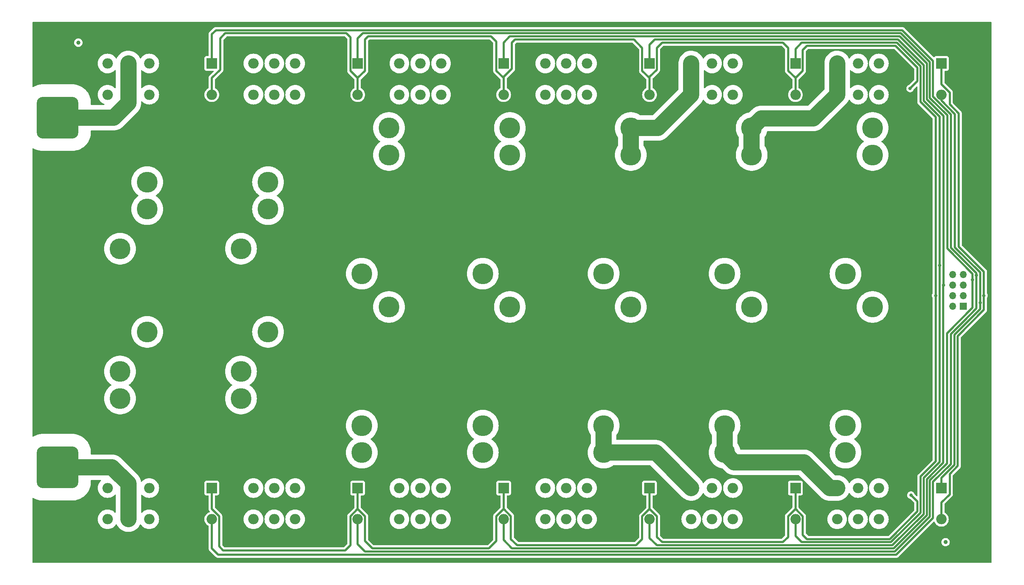
<source format=gtl>
G04 #@! TF.GenerationSoftware,KiCad,Pcbnew,7.0.9-7.0.9~ubuntu20.04.1*
G04 #@! TF.CreationDate,2023-12-17T16:45:50+01:00*
G04 #@! TF.ProjectId,low_pass,6c6f775f-7061-4737-932e-6b696361645f,1.0*
G04 #@! TF.SameCoordinates,Original*
G04 #@! TF.FileFunction,Copper,L1,Top*
G04 #@! TF.FilePolarity,Positive*
%FSLAX46Y46*%
G04 Gerber Fmt 4.6, Leading zero omitted, Abs format (unit mm)*
G04 Created by KiCad (PCBNEW 7.0.9-7.0.9~ubuntu20.04.1) date 2023-12-17 16:45:50*
%MOMM*%
%LPD*%
G01*
G04 APERTURE LIST*
G04 Aperture macros list*
%AMRoundRect*
0 Rectangle with rounded corners*
0 $1 Rounding radius*
0 $2 $3 $4 $5 $6 $7 $8 $9 X,Y pos of 4 corners*
0 Add a 4 corners polygon primitive as box body*
4,1,4,$2,$3,$4,$5,$6,$7,$8,$9,$2,$3,0*
0 Add four circle primitives for the rounded corners*
1,1,$1+$1,$2,$3*
1,1,$1+$1,$4,$5*
1,1,$1+$1,$6,$7*
1,1,$1+$1,$8,$9*
0 Add four rect primitives between the rounded corners*
20,1,$1+$1,$2,$3,$4,$5,0*
20,1,$1+$1,$4,$5,$6,$7,0*
20,1,$1+$1,$6,$7,$8,$9,0*
20,1,$1+$1,$8,$9,$2,$3,0*%
G04 Aperture macros list end*
G04 #@! TA.AperFunction,SMDPad,CuDef*
%ADD10C,1.000000*%
G04 #@! TD*
G04 #@! TA.AperFunction,ComponentPad*
%ADD11C,5.600000*%
G04 #@! TD*
G04 #@! TA.AperFunction,ComponentPad*
%ADD12R,2.500000X2.500000*%
G04 #@! TD*
G04 #@! TA.AperFunction,ComponentPad*
%ADD13O,2.500000X2.500000*%
G04 #@! TD*
G04 #@! TA.AperFunction,SMDPad,CuDef*
%ADD14RoundRect,1.500000X-3.500000X3.500000X-3.500000X-3.500000X3.500000X-3.500000X3.500000X3.500000X0*%
G04 #@! TD*
G04 #@! TA.AperFunction,SMDPad,CuDef*
%ADD15RoundRect,0.500000X-4.500000X7.500000X-4.500000X-7.500000X4.500000X-7.500000X4.500000X7.500000X0*%
G04 #@! TD*
G04 #@! TA.AperFunction,SMDPad,CuDef*
%ADD16RoundRect,1.500000X3.500000X-3.500000X3.500000X3.500000X-3.500000X3.500000X-3.500000X-3.500000X0*%
G04 #@! TD*
G04 #@! TA.AperFunction,SMDPad,CuDef*
%ADD17RoundRect,0.500000X4.500000X-7.500000X4.500000X7.500000X-4.500000X7.500000X-4.500000X-7.500000X0*%
G04 #@! TD*
G04 #@! TA.AperFunction,ComponentPad*
%ADD18R,1.700000X1.700000*%
G04 #@! TD*
G04 #@! TA.AperFunction,ComponentPad*
%ADD19O,1.700000X1.700000*%
G04 #@! TD*
G04 #@! TA.AperFunction,ComponentPad*
%ADD20C,1.524000*%
G04 #@! TD*
G04 #@! TA.AperFunction,ComponentPad*
%ADD21C,5.000000*%
G04 #@! TD*
G04 #@! TA.AperFunction,ViaPad*
%ADD22C,0.800000*%
G04 #@! TD*
G04 #@! TA.AperFunction,Conductor*
%ADD23C,0.500000*%
G04 #@! TD*
G04 #@! TA.AperFunction,Conductor*
%ADD24C,3.900000*%
G04 #@! TD*
G04 APERTURE END LIST*
D10*
X254000000Y-150000000D03*
D11*
X40000000Y-150000000D03*
X40000000Y-30000000D03*
D12*
X148000000Y-35000000D03*
D13*
X133000000Y-35000000D03*
X128000000Y-35000000D03*
X123000000Y-35000000D03*
X123000000Y-42500000D03*
X128000000Y-42500000D03*
X133000000Y-42500000D03*
X148000000Y-42500000D03*
D14*
X41000000Y-132000000D03*
D15*
X41000000Y-113000000D03*
D12*
X253000000Y-35000000D03*
D13*
X238000000Y-35000000D03*
X233000000Y-35000000D03*
X228000000Y-35000000D03*
X228000000Y-42500000D03*
X233000000Y-42500000D03*
X238000000Y-42500000D03*
X253000000Y-42500000D03*
D12*
X183000000Y-137000000D03*
D13*
X168000000Y-137000000D03*
X163000000Y-137000000D03*
X158000000Y-137000000D03*
X158000000Y-144500000D03*
X163000000Y-144500000D03*
X168000000Y-144500000D03*
X183000000Y-144500000D03*
D11*
X260000000Y-150000000D03*
D12*
X113000000Y-137000000D03*
D13*
X98000000Y-137000000D03*
X93000000Y-137000000D03*
X88000000Y-137000000D03*
X88000000Y-144500000D03*
X93000000Y-144500000D03*
X98000000Y-144500000D03*
X113000000Y-144500000D03*
D12*
X218000000Y-35000000D03*
D13*
X203000000Y-35000000D03*
X198000000Y-35000000D03*
X193000000Y-35000000D03*
X193000000Y-42500000D03*
X198000000Y-42500000D03*
X203000000Y-42500000D03*
X218000000Y-42500000D03*
D12*
X113000000Y-35000000D03*
D13*
X98000000Y-35000000D03*
X93000000Y-35000000D03*
X88000000Y-35000000D03*
X88000000Y-42500000D03*
X93000000Y-42500000D03*
X98000000Y-42500000D03*
X113000000Y-42500000D03*
D12*
X218000000Y-137000000D03*
D13*
X203000000Y-137000000D03*
X198000000Y-137000000D03*
X193000000Y-137000000D03*
X193000000Y-144500000D03*
X198000000Y-144500000D03*
X203000000Y-144500000D03*
X218000000Y-144500000D03*
D12*
X183000000Y-35000000D03*
D13*
X168000000Y-35000000D03*
X163000000Y-35000000D03*
X158000000Y-35000000D03*
X158000000Y-42500000D03*
X163000000Y-42500000D03*
X168000000Y-42500000D03*
X183000000Y-42500000D03*
D11*
X260000000Y-30000000D03*
D12*
X148000000Y-137000000D03*
D13*
X133000000Y-137000000D03*
X128000000Y-137000000D03*
X123000000Y-137000000D03*
X123000000Y-144500000D03*
X128000000Y-144500000D03*
X133000000Y-144500000D03*
X148000000Y-144500000D03*
D12*
X253000000Y-137000000D03*
D13*
X238000000Y-137000000D03*
X233000000Y-137000000D03*
X228000000Y-137000000D03*
X228000000Y-144500000D03*
X233000000Y-144500000D03*
X238000000Y-144500000D03*
X253000000Y-144500000D03*
D12*
X78000000Y-137000000D03*
D13*
X63000000Y-137000000D03*
X58000000Y-137000000D03*
X53000000Y-137000000D03*
X53000000Y-144500000D03*
X58000000Y-144500000D03*
X63000000Y-144500000D03*
X78000000Y-144500000D03*
D10*
X46000000Y-30000000D03*
D12*
X78000000Y-35000000D03*
D13*
X63000000Y-35000000D03*
X58000000Y-35000000D03*
X53000000Y-35000000D03*
X53000000Y-42500000D03*
X58000000Y-42500000D03*
X63000000Y-42500000D03*
X78000000Y-42500000D03*
D16*
X41000000Y-48000000D03*
D17*
X41000000Y-67000000D03*
D18*
X258275000Y-93300000D03*
D19*
X255735000Y-93300000D03*
X258275000Y-90760000D03*
X255735000Y-90760000D03*
X258275000Y-88220000D03*
X255735000Y-88220000D03*
X258275000Y-85680000D03*
X255735000Y-85680000D03*
D20*
X248000000Y-111000000D03*
X248000000Y-81500000D03*
X248000000Y-93500000D03*
X248000000Y-56000000D03*
X248000000Y-123000000D03*
X248000000Y-85500000D03*
X248000000Y-60000000D03*
X248000000Y-127000000D03*
X248000000Y-52000000D03*
X248000000Y-119000000D03*
X248000000Y-64000000D03*
X248000000Y-97500000D03*
X248000000Y-89500000D03*
X248000000Y-115000000D03*
X248000000Y-68000000D03*
D21*
X236500000Y-50500000D03*
X236500000Y-57000000D03*
X230000000Y-122000000D03*
X230000000Y-128500000D03*
X230000000Y-85500000D03*
X236500000Y-93500000D03*
D20*
X190000000Y-64000000D03*
X190000000Y-115000000D03*
X190000000Y-52000000D03*
X190000000Y-89500000D03*
X190000000Y-119000000D03*
X190000000Y-56000000D03*
X190000000Y-123000000D03*
X190000000Y-93500000D03*
X190000000Y-111000000D03*
X190000000Y-127000000D03*
X190000000Y-97500000D03*
X190000000Y-68000000D03*
X190000000Y-60000000D03*
X190000000Y-85500000D03*
X190000000Y-81500000D03*
D21*
X178500000Y-50500000D03*
X178500000Y-57000000D03*
X172000000Y-128500000D03*
X172000000Y-122000000D03*
X178500000Y-93500000D03*
X172000000Y-85500000D03*
D20*
X219000000Y-64000000D03*
X219000000Y-56000000D03*
X219000000Y-111000000D03*
X219000000Y-81500000D03*
X219000000Y-89500000D03*
X219000000Y-85500000D03*
X219000000Y-60000000D03*
X219000000Y-115000000D03*
X219000000Y-119000000D03*
X219000000Y-123000000D03*
X219000000Y-93500000D03*
X219000000Y-127000000D03*
X219000000Y-97500000D03*
X219000000Y-52000000D03*
X219000000Y-68000000D03*
D21*
X207500000Y-57000000D03*
X207500000Y-50500000D03*
X201000000Y-128500000D03*
X201000000Y-122000000D03*
X201000000Y-85500000D03*
X207500000Y-93500000D03*
D20*
X132000000Y-111000000D03*
X132000000Y-60000000D03*
X132000000Y-89500000D03*
X132000000Y-85500000D03*
X132000000Y-119000000D03*
X132000000Y-81500000D03*
X132000000Y-56000000D03*
X132000000Y-123000000D03*
X132000000Y-64000000D03*
X132000000Y-68000000D03*
X132000000Y-97500000D03*
X132000000Y-93500000D03*
X132000000Y-127000000D03*
X132000000Y-52000000D03*
X132000000Y-115000000D03*
D21*
X120500000Y-50500000D03*
X120500000Y-57000000D03*
X114000000Y-122000000D03*
X114000000Y-128500000D03*
X114000000Y-85500000D03*
X120500000Y-93500000D03*
D20*
X103000000Y-60000000D03*
X103000000Y-68000000D03*
X103000000Y-64000000D03*
X103000000Y-127000000D03*
X103000000Y-119000000D03*
X103000000Y-93500000D03*
X103000000Y-85500000D03*
X103000000Y-56000000D03*
X103000000Y-123000000D03*
X103000000Y-89500000D03*
X103000000Y-81500000D03*
X103000000Y-111000000D03*
X103000000Y-52000000D03*
X103000000Y-97500000D03*
X103000000Y-115000000D03*
D21*
X91500000Y-63500000D03*
X91500000Y-70000000D03*
X85000000Y-109000000D03*
X85000000Y-115500000D03*
X91500000Y-99500000D03*
X85000000Y-79500000D03*
D20*
X161000000Y-81500000D03*
X161000000Y-60000000D03*
X161000000Y-52000000D03*
X161000000Y-64000000D03*
X161000000Y-123000000D03*
X161000000Y-68000000D03*
X161000000Y-93500000D03*
X161000000Y-89500000D03*
X161000000Y-127000000D03*
X161000000Y-97500000D03*
X161000000Y-119000000D03*
X161000000Y-115000000D03*
X161000000Y-56000000D03*
X161000000Y-111000000D03*
X161000000Y-85500000D03*
D21*
X149500000Y-50500000D03*
X149500000Y-57000000D03*
X143000000Y-122000000D03*
X143000000Y-128500000D03*
X149500000Y-93500000D03*
X143000000Y-85500000D03*
D20*
X74000000Y-111000000D03*
X74000000Y-85500000D03*
X74000000Y-123000000D03*
X74000000Y-56000000D03*
X74000000Y-93500000D03*
X74000000Y-127000000D03*
X74000000Y-81500000D03*
X74000000Y-97500000D03*
X74000000Y-52000000D03*
X74000000Y-68000000D03*
X74000000Y-115000000D03*
X74000000Y-60000000D03*
X74000000Y-89500000D03*
X74000000Y-119000000D03*
X74000000Y-64000000D03*
D21*
X62500000Y-70000000D03*
X62500000Y-63500000D03*
X56000000Y-109000000D03*
X56000000Y-115500000D03*
X62500000Y-99500000D03*
X56000000Y-79500000D03*
D22*
X245700000Y-138700000D03*
X245500000Y-41000000D03*
X262299000Y-92500000D03*
X261399500Y-85899500D03*
X260496261Y-87003739D03*
X253530000Y-88220000D03*
X252549000Y-83494761D03*
X251649500Y-90750000D03*
X263198500Y-90750000D03*
X46990000Y-63500000D03*
X44450000Y-58420000D03*
X44450000Y-104140000D03*
X41910000Y-121920000D03*
X46990000Y-116840000D03*
X41910000Y-58420000D03*
X41910000Y-76200000D03*
X46990000Y-60960000D03*
X44450000Y-76200000D03*
X46990000Y-114300000D03*
X36830000Y-121920000D03*
X46990000Y-104140000D03*
X46990000Y-76200000D03*
X46990000Y-119380000D03*
X46990000Y-121920000D03*
X44450000Y-121920000D03*
X46990000Y-111760000D03*
X39370000Y-76200000D03*
X46990000Y-109220000D03*
X39370000Y-58420000D03*
X36830000Y-76200000D03*
X46990000Y-73660000D03*
X46990000Y-68580000D03*
X46990000Y-106680000D03*
X39370000Y-121920000D03*
X39370000Y-104140000D03*
X46990000Y-58420000D03*
X41910000Y-104140000D03*
X36830000Y-58420000D03*
X46990000Y-66040000D03*
X46990000Y-71120000D03*
X36830000Y-104140000D03*
D23*
X183000000Y-38500000D02*
X183000000Y-42500000D01*
X149750000Y-149250000D02*
X151250000Y-150750000D01*
X146250000Y-29750000D02*
X146250000Y-36750000D01*
X183000000Y-142000000D02*
X184750000Y-143750000D01*
X146250000Y-36750000D02*
X148000000Y-38500000D01*
X151250000Y-150750000D02*
X179750000Y-150750000D01*
X79750000Y-143750000D02*
X79750000Y-151000000D01*
X220750000Y-30750000D02*
X219750000Y-31750000D01*
X179250000Y-29250000D02*
X181250000Y-31250000D01*
X78000000Y-42500000D02*
X78000000Y-38500000D01*
X218000000Y-42500000D02*
X218000000Y-38500000D01*
X247250000Y-39250000D02*
X247250000Y-36000000D01*
X184750000Y-31250000D02*
X186000000Y-30000000D01*
X245500000Y-41000000D02*
X247250000Y-39250000D01*
X262299000Y-92500000D02*
X262299000Y-94026059D01*
X110000000Y-152000000D02*
X111250000Y-150750000D01*
X114750000Y-149750000D02*
X116500000Y-151500000D01*
X183000000Y-42500000D02*
X183000000Y-38250000D01*
X218000000Y-142000000D02*
X218000000Y-137000000D01*
X148000000Y-142000000D02*
X149750000Y-143750000D01*
X216250000Y-31250000D02*
X216250000Y-36750000D01*
X116500000Y-151500000D02*
X144500000Y-151500000D01*
X148000000Y-38500000D02*
X148000000Y-42500000D01*
X184750000Y-143750000D02*
X184750000Y-148750000D01*
X78000000Y-142000000D02*
X79750000Y-143750000D01*
X181250000Y-36750000D02*
X183000000Y-38500000D01*
X113000000Y-142000000D02*
X114750000Y-143750000D01*
X111250000Y-150750000D02*
X111250000Y-143750000D01*
X256152239Y-131408421D02*
X253000000Y-134560660D01*
X114750000Y-143750000D02*
X114750000Y-149750000D01*
X220750000Y-149250000D02*
X219750000Y-148250000D01*
X111250000Y-28750000D02*
X111250000Y-36750000D01*
X78000000Y-38500000D02*
X80000000Y-36500000D01*
X113000000Y-42500000D02*
X113000000Y-38500000D01*
X148000000Y-142000000D02*
X148000000Y-137000000D01*
X146250000Y-149750000D02*
X146250000Y-143750000D01*
X184750000Y-148750000D02*
X186000000Y-150000000D01*
X111250000Y-143750000D02*
X113000000Y-142000000D01*
X114750000Y-29250000D02*
X115500000Y-28500000D01*
X184750000Y-36500000D02*
X184750000Y-31250000D01*
X253000000Y-43914214D02*
X253000000Y-42500000D01*
X150000000Y-36250000D02*
X150000000Y-30000000D01*
X149750000Y-143750000D02*
X149750000Y-149250000D01*
X81250000Y-27750000D02*
X110250000Y-27750000D01*
X219750000Y-31750000D02*
X219750000Y-36750000D01*
X186000000Y-150000000D02*
X215000000Y-150000000D01*
X150750000Y-29250000D02*
X179250000Y-29250000D01*
X148000000Y-42500000D02*
X148000000Y-38250000D01*
X146250000Y-143750000D02*
X148000000Y-142000000D01*
X256152239Y-100172820D02*
X256152239Y-131408421D01*
X186000000Y-30000000D02*
X215000000Y-30000000D01*
X219750000Y-36750000D02*
X218000000Y-38500000D01*
X216250000Y-143750000D02*
X218000000Y-142000000D01*
X183000000Y-38250000D02*
X184750000Y-36500000D01*
X262299000Y-94026059D02*
X256152239Y-100172820D01*
X256256097Y-47170311D02*
X253000000Y-43914214D01*
X215000000Y-150000000D02*
X216250000Y-148750000D01*
X78000000Y-137000000D02*
X78000000Y-142000000D01*
X216250000Y-148750000D02*
X216250000Y-143750000D01*
X181250000Y-143750000D02*
X183000000Y-142000000D01*
X242000000Y-30750000D02*
X220750000Y-30750000D01*
X247250000Y-140250000D02*
X247250000Y-142628680D01*
X256256097Y-79160588D02*
X256256097Y-47170311D01*
X79750000Y-151000000D02*
X80750000Y-152000000D01*
X253000000Y-134560660D02*
X253000000Y-137000000D01*
X150000000Y-30000000D02*
X150750000Y-29250000D01*
X247250000Y-142628680D02*
X240628680Y-149250000D01*
X216250000Y-36750000D02*
X218000000Y-38500000D01*
X247250000Y-36000000D02*
X242000000Y-30750000D01*
X114750000Y-36750000D02*
X114750000Y-29250000D01*
X240628680Y-149250000D02*
X220750000Y-149250000D01*
X113000000Y-38500000D02*
X114750000Y-36750000D01*
X115500000Y-28500000D02*
X145000000Y-28500000D01*
X181250000Y-31250000D02*
X181250000Y-36750000D01*
X80000000Y-29000000D02*
X81250000Y-27750000D01*
X262299000Y-85203491D02*
X256256097Y-79160588D01*
X80750000Y-152000000D02*
X110000000Y-152000000D01*
X245700000Y-138700000D02*
X247250000Y-140250000D01*
X113000000Y-142000000D02*
X113000000Y-137000000D01*
X145000000Y-28500000D02*
X146250000Y-29750000D01*
X80000000Y-36500000D02*
X80000000Y-29000000D01*
X262299000Y-92500000D02*
X262299000Y-85203491D01*
X144500000Y-151500000D02*
X146250000Y-149750000D01*
X219750000Y-143750000D02*
X218000000Y-142000000D01*
X148000000Y-38250000D02*
X150000000Y-36250000D01*
X183000000Y-142000000D02*
X183000000Y-137000000D01*
X110250000Y-27750000D02*
X111250000Y-28750000D01*
X215000000Y-30000000D02*
X216250000Y-31250000D01*
X179750000Y-150750000D02*
X181250000Y-149250000D01*
X181250000Y-149250000D02*
X181250000Y-143750000D01*
X219750000Y-148250000D02*
X219750000Y-143750000D01*
X111250000Y-36750000D02*
X113000000Y-38500000D01*
X255316810Y-47291684D02*
X251000000Y-42974874D01*
X251000000Y-34378680D02*
X243621320Y-27000000D01*
X258334069Y-96930330D02*
X258330330Y-96930330D01*
X261399500Y-85364651D02*
X255316810Y-79281961D01*
X255252739Y-100007921D02*
X255252739Y-131247261D01*
X78000000Y-28000000D02*
X78000000Y-35000000D01*
X255316810Y-79281961D02*
X255316810Y-47291684D01*
X258330330Y-96930330D02*
X255252739Y-100007921D01*
X243621320Y-27000000D02*
X79000000Y-27000000D01*
X79000000Y-27000000D02*
X78000000Y-28000000D01*
X242181980Y-153000000D02*
X79500000Y-153000000D01*
X255252739Y-131247261D02*
X251000000Y-135500000D01*
X261399500Y-85899500D02*
X261399500Y-93864899D01*
X251000000Y-144181980D02*
X242181980Y-153000000D01*
X79500000Y-153000000D02*
X78000000Y-151500000D01*
X251000000Y-135500000D02*
X251000000Y-144181980D01*
X261399500Y-85899500D02*
X261399500Y-85364651D01*
X261399500Y-93864899D02*
X258334069Y-96930330D01*
X78000000Y-151500000D02*
X78000000Y-144500000D01*
X251000000Y-42974874D02*
X251000000Y-34378680D01*
X254353239Y-99846761D02*
X254353239Y-131086101D01*
X250250000Y-135189340D02*
X250250000Y-143871320D01*
X114250000Y-27750000D02*
X113000000Y-29000000D01*
X114750000Y-152250000D02*
X113000000Y-150500000D01*
X250250000Y-43310660D02*
X250250000Y-34689340D01*
X254353239Y-131086101D02*
X250250000Y-135189340D01*
X250250000Y-34689340D02*
X243310660Y-27750000D01*
X260496261Y-93703739D02*
X254353239Y-99846761D01*
X260496261Y-87003739D02*
X260496261Y-85522072D01*
X254417310Y-47477970D02*
X250250000Y-43310660D01*
X260496261Y-85522072D02*
X254417310Y-79443121D01*
X254417310Y-79443121D02*
X254417310Y-47477970D01*
X241871320Y-152250000D02*
X114750000Y-152250000D01*
X260496261Y-87003739D02*
X260496261Y-93703739D01*
X113000000Y-150500000D02*
X113000000Y-144500000D01*
X113000000Y-29000000D02*
X113000000Y-35000000D01*
X243310660Y-27750000D02*
X114250000Y-27750000D01*
X250250000Y-143871320D02*
X241871320Y-152250000D01*
X241560660Y-151500000D02*
X150000000Y-151500000D01*
X253500000Y-88190000D02*
X253500000Y-47621320D01*
X253453739Y-88296261D02*
X253453739Y-130924941D01*
X243000000Y-28500000D02*
X149500000Y-28500000D01*
X249500000Y-134878680D02*
X249500000Y-143560660D01*
X253530000Y-88220000D02*
X253453739Y-88296261D01*
X253453739Y-130924941D02*
X249500000Y-134878680D01*
X249500000Y-43621320D02*
X249500000Y-35000000D01*
X149500000Y-28500000D02*
X148000000Y-30000000D01*
X148000000Y-149500000D02*
X148000000Y-144500000D01*
X253530000Y-88220000D02*
X253500000Y-88190000D01*
X249500000Y-35000000D02*
X243000000Y-28500000D01*
X148000000Y-30000000D02*
X148000000Y-35000000D01*
X253500000Y-47621320D02*
X249500000Y-43621320D01*
X150000000Y-151500000D02*
X148000000Y-149500000D01*
X249500000Y-143560660D02*
X241560660Y-151500000D01*
X252549000Y-83494761D02*
X252549000Y-130769020D01*
X248750000Y-43931980D02*
X248750000Y-35378680D01*
X183000000Y-149000000D02*
X183000000Y-144500000D01*
X252549000Y-83494761D02*
X252554239Y-83489522D01*
X184750000Y-150750000D02*
X183000000Y-149000000D01*
X248750000Y-134568020D02*
X248750000Y-143250000D01*
X248750000Y-143250000D02*
X241250000Y-150750000D01*
X183000000Y-30500000D02*
X183000000Y-35000000D01*
X252554239Y-83489522D02*
X252554239Y-47736219D01*
X242621320Y-29250000D02*
X184250000Y-29250000D01*
X252554239Y-47736219D02*
X248750000Y-43931980D01*
X248750000Y-35378680D02*
X242621320Y-29250000D01*
X241250000Y-150750000D02*
X184750000Y-150750000D01*
X184250000Y-29250000D02*
X183000000Y-30500000D01*
X252549000Y-130769020D02*
X248750000Y-134568020D01*
X218000000Y-148500000D02*
X218000000Y-144500000D01*
X251649500Y-90750000D02*
X251649500Y-130607860D01*
X251649500Y-47892140D02*
X248000000Y-44242640D01*
X218000000Y-31500000D02*
X218000000Y-35000000D01*
X219500000Y-150000000D02*
X218000000Y-148500000D01*
X242310660Y-30000000D02*
X219500000Y-30000000D01*
X240939340Y-150000000D02*
X219500000Y-150000000D01*
X248000000Y-142939340D02*
X240939340Y-150000000D01*
X248000000Y-35689340D02*
X242310660Y-30000000D01*
X251649500Y-90750000D02*
X251649500Y-47892140D01*
X219500000Y-30000000D02*
X218000000Y-31500000D01*
X248000000Y-134257360D02*
X248000000Y-142939340D01*
X248000000Y-44242640D02*
X248000000Y-35689340D01*
X251649500Y-130607860D02*
X248000000Y-134257360D01*
X253000000Y-40000000D02*
X253000000Y-35000000D01*
X257155597Y-78999428D02*
X257155597Y-47009151D01*
X253000000Y-140500000D02*
X253000000Y-144500000D01*
X257155597Y-47009151D02*
X255000000Y-44853554D01*
X256902239Y-131719081D02*
X255000000Y-133621320D01*
X263198500Y-90750000D02*
X263198500Y-94187219D01*
X255000000Y-138500000D02*
X253000000Y-140500000D01*
X263198500Y-90750000D02*
X263198500Y-85042331D01*
X263198500Y-94187219D02*
X256902239Y-100483480D01*
X256902239Y-100483480D02*
X256902239Y-131719081D01*
X255000000Y-42000000D02*
X253000000Y-40000000D01*
X263198500Y-85042331D02*
X257155597Y-78999428D01*
X255000000Y-133621320D02*
X255000000Y-138500000D01*
X255000000Y-44853554D02*
X255000000Y-42000000D01*
D24*
X58000000Y-42500000D02*
X58000000Y-44500000D01*
X58000000Y-44500000D02*
X54500000Y-48000000D01*
X58000000Y-35000000D02*
X58000000Y-42500000D01*
X54500000Y-48000000D02*
X41000000Y-48000000D01*
X58000000Y-137000000D02*
X58000000Y-135918881D01*
X54081119Y-132000000D02*
X41000000Y-132000000D01*
X58000000Y-135918881D02*
X54081119Y-132000000D01*
X58000000Y-144500000D02*
X58000000Y-137000000D01*
X193000000Y-35000000D02*
X193000000Y-42500000D01*
X178500000Y-50500000D02*
X178500000Y-57000000D01*
X185000000Y-50500000D02*
X178500000Y-50500000D01*
X193000000Y-42500000D02*
X185000000Y-50500000D01*
X228000000Y-35000000D02*
X228000000Y-42500000D01*
X222312000Y-48188000D02*
X209812000Y-48188000D01*
X228000000Y-42500000D02*
X222312000Y-48188000D01*
X207500000Y-50500000D02*
X207500000Y-57000000D01*
X209812000Y-48188000D02*
X207500000Y-50500000D01*
X193000000Y-137000000D02*
X184500000Y-128500000D01*
X184500000Y-128500000D02*
X172000000Y-128500000D01*
X172000000Y-122000000D02*
X172000000Y-128500000D01*
X201000000Y-128500000D02*
X201000000Y-122000000D01*
X226232234Y-137000000D02*
X220044234Y-130812000D01*
X203312000Y-130812000D02*
X201000000Y-128500000D01*
X220044234Y-130812000D02*
X203312000Y-130812000D01*
X228000000Y-137000000D02*
X226232234Y-137000000D01*
G04 #@! TA.AperFunction,Conductor*
G36*
X264941621Y-25020502D02*
G01*
X264988114Y-25074158D01*
X264999500Y-25126500D01*
X264999500Y-154873500D01*
X264979498Y-154941621D01*
X264925842Y-154988114D01*
X264873500Y-154999500D01*
X35126500Y-154999500D01*
X35058379Y-154979498D01*
X35011886Y-154925842D01*
X35000500Y-154873500D01*
X35000500Y-139474441D01*
X35020502Y-139406320D01*
X35074158Y-139359827D01*
X35144432Y-139349723D01*
X35187353Y-139364111D01*
X35511238Y-139542762D01*
X35511245Y-139542765D01*
X35511249Y-139542767D01*
X35898536Y-139711224D01*
X35898557Y-139711232D01*
X36213802Y-139814479D01*
X36299929Y-139842687D01*
X36711858Y-139935981D01*
X37021069Y-139976075D01*
X37130711Y-139990292D01*
X37379373Y-140000500D01*
X44620626Y-140000499D01*
X44869289Y-139990292D01*
X44869289Y-139990291D01*
X45288142Y-139935981D01*
X45700071Y-139842687D01*
X45949619Y-139760956D01*
X46101442Y-139711232D01*
X46101449Y-139711229D01*
X46101453Y-139711228D01*
X46101456Y-139711226D01*
X46101463Y-139711224D01*
X46380259Y-139589957D01*
X46488762Y-139542762D01*
X46858594Y-139338767D01*
X47207698Y-139101037D01*
X47533007Y-138831661D01*
X47831661Y-138533007D01*
X48101037Y-138207698D01*
X48338767Y-137858594D01*
X48542762Y-137488762D01*
X48711228Y-137101453D01*
X48744455Y-137000003D01*
X48842684Y-136700079D01*
X48842687Y-136700071D01*
X48935981Y-136288142D01*
X48990292Y-135869287D01*
X48992799Y-135808231D01*
X49000500Y-135620627D01*
X49000500Y-135176500D01*
X49020502Y-135108379D01*
X49074158Y-135061886D01*
X49126500Y-135050500D01*
X51323309Y-135050500D01*
X51391430Y-135070502D01*
X51437923Y-135124158D01*
X51448027Y-135194432D01*
X51418533Y-135259012D01*
X51406393Y-135271225D01*
X51334476Y-135334296D01*
X51334380Y-135334380D01*
X51131220Y-135566038D01*
X51131218Y-135566040D01*
X50960038Y-135822231D01*
X50823765Y-136098566D01*
X50823759Y-136098580D01*
X50724722Y-136390332D01*
X50724720Y-136390342D01*
X50664610Y-136692529D01*
X50664608Y-136692544D01*
X50644457Y-136999996D01*
X50644457Y-137000003D01*
X50664608Y-137307455D01*
X50664610Y-137307470D01*
X50724720Y-137609657D01*
X50724722Y-137609667D01*
X50823759Y-137901419D01*
X50823765Y-137901433D01*
X50960038Y-138177769D01*
X51131216Y-138433957D01*
X51131221Y-138433963D01*
X51131222Y-138433964D01*
X51334380Y-138665620D01*
X51561305Y-138864629D01*
X51566042Y-138868783D01*
X51746480Y-138989347D01*
X51822228Y-139039960D01*
X52098573Y-139176238D01*
X52390341Y-139275280D01*
X52651560Y-139327239D01*
X52692529Y-139335389D01*
X52692531Y-139335389D01*
X52692540Y-139335391D01*
X52868231Y-139346906D01*
X52999997Y-139355543D01*
X53000000Y-139355543D01*
X53000003Y-139355543D01*
X53115297Y-139347986D01*
X53307460Y-139335391D01*
X53609659Y-139275280D01*
X53901427Y-139176238D01*
X54177772Y-139039960D01*
X54402311Y-138889928D01*
X54433957Y-138868783D01*
X54433958Y-138868781D01*
X54433964Y-138868778D01*
X54665620Y-138665620D01*
X54728769Y-138593611D01*
X54788722Y-138555586D01*
X54859717Y-138556008D01*
X54919214Y-138594747D01*
X54948322Y-138659502D01*
X54949500Y-138676691D01*
X54949500Y-142823308D01*
X54929498Y-142891429D01*
X54875842Y-142937922D01*
X54805568Y-142948026D01*
X54740988Y-142918532D01*
X54728769Y-142906386D01*
X54665624Y-142834384D01*
X54665621Y-142834382D01*
X54665620Y-142834380D01*
X54433964Y-142631222D01*
X54433963Y-142631221D01*
X54433957Y-142631216D01*
X54177769Y-142460038D01*
X53901433Y-142323765D01*
X53901427Y-142323762D01*
X53901422Y-142323760D01*
X53901419Y-142323759D01*
X53609667Y-142224722D01*
X53609661Y-142224720D01*
X53609659Y-142224720D01*
X53522979Y-142207478D01*
X53307470Y-142164610D01*
X53307455Y-142164608D01*
X53000003Y-142144457D01*
X52999997Y-142144457D01*
X52692544Y-142164608D01*
X52692529Y-142164610D01*
X52433680Y-142216099D01*
X52390341Y-142224720D01*
X52390339Y-142224720D01*
X52390332Y-142224722D01*
X52098580Y-142323759D01*
X52098566Y-142323765D01*
X51822231Y-142460038D01*
X51566040Y-142631218D01*
X51566038Y-142631220D01*
X51334380Y-142834380D01*
X51131220Y-143066038D01*
X51131218Y-143066040D01*
X50960038Y-143322231D01*
X50823765Y-143598566D01*
X50823759Y-143598580D01*
X50724722Y-143890332D01*
X50724720Y-143890342D01*
X50664610Y-144192529D01*
X50664608Y-144192544D01*
X50644457Y-144499996D01*
X50644457Y-144500003D01*
X50664608Y-144807455D01*
X50664610Y-144807470D01*
X50724720Y-145109657D01*
X50724722Y-145109667D01*
X50823759Y-145401419D01*
X50823765Y-145401433D01*
X50960038Y-145677769D01*
X51131216Y-145933957D01*
X51131221Y-145933963D01*
X51131222Y-145933964D01*
X51334380Y-146165620D01*
X51483006Y-146295962D01*
X51566042Y-146368783D01*
X51757307Y-146496581D01*
X51822228Y-146539960D01*
X52098573Y-146676238D01*
X52390341Y-146775280D01*
X52651560Y-146827239D01*
X52692529Y-146835389D01*
X52692531Y-146835389D01*
X52692540Y-146835391D01*
X52868231Y-146846906D01*
X52999997Y-146855543D01*
X53000000Y-146855543D01*
X53000003Y-146855543D01*
X53115297Y-146847986D01*
X53307460Y-146835391D01*
X53609659Y-146775280D01*
X53901427Y-146676238D01*
X54177772Y-146539960D01*
X54433964Y-146368778D01*
X54665620Y-146165620D01*
X54868778Y-145933964D01*
X54999582Y-145738200D01*
X55054057Y-145692675D01*
X55124500Y-145683826D01*
X55188544Y-145714467D01*
X55220407Y-145759156D01*
X55254309Y-145839378D01*
X55258014Y-145848144D01*
X55258019Y-145848152D01*
X55258021Y-145848157D01*
X55429560Y-146151913D01*
X55429566Y-146151922D01*
X55439518Y-146165620D01*
X55634623Y-146434159D01*
X55870519Y-146691184D01*
X56060200Y-146855543D01*
X56134175Y-146919643D01*
X56134180Y-146919647D01*
X56422153Y-147116558D01*
X56422152Y-147116558D01*
X56422156Y-147116560D01*
X56730706Y-147279365D01*
X57055804Y-147405937D01*
X57393201Y-147494624D01*
X57393206Y-147494625D01*
X57393210Y-147494626D01*
X57506618Y-147510931D01*
X57738518Y-147544274D01*
X57738520Y-147544274D01*
X57738527Y-147544275D01*
X58087253Y-147554237D01*
X58434841Y-147524383D01*
X58583722Y-147494215D01*
X58776749Y-147455104D01*
X58776751Y-147455102D01*
X58776760Y-147455101D01*
X59108553Y-147347295D01*
X59425894Y-147202370D01*
X59724647Y-147022215D01*
X60000916Y-146809180D01*
X60251100Y-146566041D01*
X60471938Y-146295968D01*
X60660550Y-146002482D01*
X60783055Y-145753318D01*
X60831059Y-145701013D01*
X60899724Y-145682964D01*
X60967245Y-145704903D01*
X61000891Y-145738911D01*
X61131216Y-145933957D01*
X61131221Y-145933963D01*
X61131222Y-145933964D01*
X61334380Y-146165620D01*
X61483006Y-146295962D01*
X61566042Y-146368783D01*
X61757307Y-146496581D01*
X61822228Y-146539960D01*
X62098573Y-146676238D01*
X62390341Y-146775280D01*
X62651560Y-146827239D01*
X62692529Y-146835389D01*
X62692531Y-146835389D01*
X62692540Y-146835391D01*
X62868231Y-146846906D01*
X62999997Y-146855543D01*
X63000000Y-146855543D01*
X63000003Y-146855543D01*
X63115297Y-146847986D01*
X63307460Y-146835391D01*
X63609659Y-146775280D01*
X63901427Y-146676238D01*
X64177772Y-146539960D01*
X64433964Y-146368778D01*
X64665620Y-146165620D01*
X64868778Y-145933964D01*
X65039960Y-145677772D01*
X65176238Y-145401427D01*
X65275280Y-145109659D01*
X65335391Y-144807460D01*
X65355543Y-144500000D01*
X76236569Y-144500000D01*
X76256265Y-144762826D01*
X76256266Y-144762830D01*
X76314911Y-145019775D01*
X76411202Y-145265120D01*
X76411205Y-145265128D01*
X76542982Y-145493372D01*
X76542984Y-145493375D01*
X76542985Y-145493376D01*
X76707314Y-145699438D01*
X76900519Y-145878706D01*
X77118285Y-146027176D01*
X77170169Y-146052161D01*
X77222865Y-146099738D01*
X77241500Y-146165684D01*
X77241500Y-151435559D01*
X77240170Y-151453819D01*
X77236659Y-151477786D01*
X77236659Y-151477794D01*
X77241260Y-151530372D01*
X77241500Y-151535866D01*
X77241500Y-151544182D01*
X77245347Y-151577094D01*
X77252112Y-151654419D01*
X77253596Y-151661606D01*
X77253531Y-151661619D01*
X77255165Y-151668989D01*
X77255229Y-151668975D01*
X77256921Y-151676116D01*
X77283473Y-151749064D01*
X77307885Y-151822736D01*
X77310987Y-151829388D01*
X77310926Y-151829416D01*
X77314211Y-151836202D01*
X77314270Y-151836173D01*
X77317560Y-151842724D01*
X77360233Y-151907605D01*
X77400967Y-151973648D01*
X77405522Y-151979408D01*
X77405468Y-151979450D01*
X77410228Y-151985292D01*
X77410279Y-151985250D01*
X77414993Y-151990868D01*
X77471482Y-152044163D01*
X78918092Y-153490773D01*
X78930065Y-153504627D01*
X78944530Y-153524057D01*
X78984975Y-153557994D01*
X78989021Y-153561702D01*
X78994899Y-153567580D01*
X79020896Y-153588136D01*
X79080360Y-153638032D01*
X79080366Y-153638035D01*
X79086495Y-153642067D01*
X79086457Y-153642123D01*
X79092813Y-153646172D01*
X79092849Y-153646115D01*
X79099089Y-153649963D01*
X79099094Y-153649967D01*
X79169453Y-153682775D01*
X79238812Y-153717609D01*
X79238819Y-153717610D01*
X79245707Y-153720118D01*
X79245684Y-153720180D01*
X79252810Y-153722657D01*
X79252831Y-153722595D01*
X79259788Y-153724899D01*
X79259793Y-153724902D01*
X79335822Y-153740600D01*
X79366567Y-153747887D01*
X79411343Y-153758500D01*
X79418632Y-153759352D01*
X79418624Y-153759418D01*
X79426122Y-153760184D01*
X79426128Y-153760118D01*
X79433435Y-153760756D01*
X79433442Y-153760758D01*
X79511045Y-153758500D01*
X242117539Y-153758500D01*
X242135799Y-153759830D01*
X242140695Y-153760547D01*
X242159769Y-153763341D01*
X242193126Y-153760422D01*
X242212365Y-153758740D01*
X242217858Y-153758500D01*
X242226156Y-153758500D01*
X242226160Y-153758500D01*
X242252492Y-153755421D01*
X242259076Y-153754652D01*
X242265841Y-153754060D01*
X242336406Y-153747887D01*
X242336412Y-153747884D01*
X242343598Y-153746402D01*
X242343611Y-153746468D01*
X242350967Y-153744836D01*
X242350952Y-153744771D01*
X242358084Y-153743079D01*
X242358093Y-153743079D01*
X242431045Y-153716526D01*
X242504718Y-153692114D01*
X242504720Y-153692112D01*
X242511369Y-153689012D01*
X242511398Y-153689074D01*
X242518183Y-153685789D01*
X242518153Y-153685729D01*
X242524708Y-153682436D01*
X242524712Y-153682435D01*
X242589585Y-153639766D01*
X242655631Y-153599030D01*
X242655640Y-153599020D01*
X242661388Y-153594477D01*
X242661430Y-153594531D01*
X242667269Y-153589775D01*
X242667226Y-153589723D01*
X242672845Y-153585006D01*
X242672854Y-153585001D01*
X242726143Y-153528517D01*
X246254657Y-150000003D01*
X252994659Y-150000003D01*
X253013974Y-150196124D01*
X253013974Y-150196126D01*
X253071186Y-150384728D01*
X253150433Y-150532988D01*
X253164090Y-150558538D01*
X253289117Y-150710883D01*
X253441462Y-150835910D01*
X253615273Y-150928814D01*
X253803868Y-150986024D01*
X253803872Y-150986024D01*
X253803874Y-150986025D01*
X253999997Y-151005341D01*
X254000000Y-151005341D01*
X254000003Y-151005341D01*
X254196124Y-150986025D01*
X254196126Y-150986025D01*
X254196127Y-150986024D01*
X254196132Y-150986024D01*
X254384727Y-150928814D01*
X254558538Y-150835910D01*
X254710883Y-150710883D01*
X254835910Y-150558538D01*
X254928814Y-150384727D01*
X254986024Y-150196132D01*
X254989819Y-150157605D01*
X255005341Y-150000003D01*
X255005341Y-149999996D01*
X254986025Y-149803875D01*
X254986025Y-149803873D01*
X254986024Y-149803870D01*
X254986024Y-149803868D01*
X254928814Y-149615273D01*
X254835910Y-149441462D01*
X254710883Y-149289117D01*
X254558538Y-149164090D01*
X254509392Y-149137821D01*
X254384728Y-149071186D01*
X254196125Y-149013974D01*
X254000003Y-148994659D01*
X253999997Y-148994659D01*
X253803875Y-149013974D01*
X253803873Y-149013974D01*
X253615271Y-149071186D01*
X253441461Y-149164090D01*
X253289117Y-149289117D01*
X253164090Y-149441461D01*
X253071186Y-149615271D01*
X253013974Y-149803873D01*
X253013974Y-149803875D01*
X252994659Y-149999996D01*
X252994659Y-150000003D01*
X246254657Y-150000003D01*
X251156279Y-145098380D01*
X251218589Y-145064356D01*
X251289404Y-145069421D01*
X251346240Y-145111968D01*
X251362662Y-145141444D01*
X251411202Y-145265120D01*
X251411205Y-145265128D01*
X251542982Y-145493372D01*
X251542984Y-145493375D01*
X251542985Y-145493376D01*
X251707314Y-145699438D01*
X251900519Y-145878706D01*
X251900525Y-145878710D01*
X252118275Y-146027170D01*
X252118279Y-146027172D01*
X252118285Y-146027176D01*
X252355746Y-146141532D01*
X252355749Y-146141532D01*
X252355754Y-146141535D01*
X252607589Y-146219215D01*
X252607591Y-146219215D01*
X252607600Y-146219218D01*
X252868219Y-146258500D01*
X252868223Y-146258500D01*
X253131777Y-146258500D01*
X253131781Y-146258500D01*
X253392400Y-146219218D01*
X253392410Y-146219215D01*
X253644245Y-146141535D01*
X253644247Y-146141534D01*
X253644254Y-146141532D01*
X253881716Y-146027176D01*
X254099481Y-145878706D01*
X254292686Y-145699438D01*
X254457015Y-145493376D01*
X254588796Y-145265124D01*
X254685087Y-145019780D01*
X254743735Y-144762826D01*
X254763431Y-144500000D01*
X254743735Y-144237174D01*
X254685087Y-143980220D01*
X254588796Y-143734876D01*
X254588795Y-143734875D01*
X254588794Y-143734871D01*
X254457017Y-143506627D01*
X254448309Y-143495707D01*
X254292686Y-143300562D01*
X254099481Y-143121294D01*
X254076565Y-143105670D01*
X253881725Y-142972829D01*
X253881712Y-142972822D01*
X253829829Y-142947836D01*
X253777134Y-142900258D01*
X253758500Y-142834315D01*
X253758500Y-140866370D01*
X253778502Y-140798249D01*
X253795400Y-140777280D01*
X255490778Y-139081901D01*
X255504617Y-139069941D01*
X255524058Y-139055469D01*
X255558001Y-139015015D01*
X255561700Y-139010979D01*
X255567580Y-139005101D01*
X255588136Y-138979103D01*
X255609432Y-138953724D01*
X255638035Y-138919637D01*
X255642066Y-138913508D01*
X255642122Y-138913545D01*
X255646171Y-138907190D01*
X255646113Y-138907155D01*
X255649966Y-138900908D01*
X255682773Y-138830553D01*
X255694351Y-138807497D01*
X255717609Y-138761188D01*
X255717610Y-138761184D01*
X255720119Y-138754291D01*
X255720183Y-138754314D01*
X255722658Y-138747193D01*
X255722593Y-138747172D01*
X255724898Y-138740213D01*
X255724902Y-138740206D01*
X255733020Y-138700887D01*
X255740599Y-138664182D01*
X255758500Y-138588656D01*
X255759352Y-138581368D01*
X255759418Y-138581375D01*
X255760184Y-138573877D01*
X255760118Y-138573872D01*
X255760756Y-138566565D01*
X255760758Y-138566558D01*
X255758500Y-138488954D01*
X255758500Y-133987690D01*
X255778502Y-133919569D01*
X255795400Y-133898600D01*
X257393017Y-132300982D01*
X257406856Y-132289022D01*
X257426297Y-132274550D01*
X257460240Y-132234096D01*
X257463939Y-132230060D01*
X257469819Y-132224182D01*
X257490375Y-132198184D01*
X257540271Y-132138721D01*
X257540274Y-132138718D01*
X257544305Y-132132589D01*
X257544361Y-132132626D01*
X257548410Y-132126271D01*
X257548352Y-132126236D01*
X257552205Y-132119989D01*
X257585012Y-132049634D01*
X257596590Y-132026578D01*
X257619848Y-131980269D01*
X257619849Y-131980265D01*
X257622358Y-131973372D01*
X257622422Y-131973395D01*
X257624897Y-131966274D01*
X257624832Y-131966253D01*
X257627137Y-131959294D01*
X257627141Y-131959287D01*
X257642838Y-131883262D01*
X257660739Y-131807737D01*
X257661591Y-131800449D01*
X257661657Y-131800456D01*
X257662423Y-131792958D01*
X257662357Y-131792953D01*
X257662995Y-131785646D01*
X257662997Y-131785639D01*
X257660739Y-131708035D01*
X257660739Y-100849850D01*
X257680741Y-100781729D01*
X257697639Y-100760760D01*
X263689278Y-94769120D01*
X263703117Y-94757160D01*
X263722558Y-94742688D01*
X263756501Y-94702234D01*
X263760200Y-94698198D01*
X263766081Y-94692319D01*
X263777006Y-94678502D01*
X263786635Y-94666324D01*
X263809401Y-94639192D01*
X263836532Y-94606859D01*
X263836533Y-94606855D01*
X263836536Y-94606853D01*
X263840570Y-94600721D01*
X263840627Y-94600758D01*
X263844671Y-94594410D01*
X263844612Y-94594374D01*
X263848461Y-94588131D01*
X263848467Y-94588124D01*
X263881275Y-94517766D01*
X263916109Y-94448407D01*
X263916110Y-94448401D01*
X263918619Y-94441510D01*
X263918684Y-94441533D01*
X263921158Y-94434416D01*
X263921094Y-94434395D01*
X263923403Y-94427427D01*
X263939107Y-94351369D01*
X263956510Y-94277941D01*
X263957000Y-94275875D01*
X263957000Y-94275868D01*
X263957852Y-94268587D01*
X263957919Y-94268594D01*
X263958685Y-94261096D01*
X263958619Y-94261091D01*
X263959257Y-94253784D01*
X263959259Y-94253777D01*
X263957000Y-94176139D01*
X263957000Y-91286999D01*
X263973880Y-91224000D01*
X264033027Y-91121556D01*
X264092042Y-90939928D01*
X264112004Y-90750000D01*
X264092042Y-90560072D01*
X264033027Y-90378444D01*
X263973881Y-90275999D01*
X263957000Y-90212999D01*
X263957000Y-85106766D01*
X263958331Y-85088503D01*
X263961840Y-85064547D01*
X263961841Y-85064542D01*
X263958358Y-85024731D01*
X263957240Y-85011944D01*
X263957000Y-85006451D01*
X263957000Y-84998155D01*
X263953152Y-84965235D01*
X263952241Y-84954828D01*
X263946387Y-84887904D01*
X263946386Y-84887901D01*
X263946386Y-84887899D01*
X263944903Y-84880718D01*
X263944969Y-84880704D01*
X263943339Y-84873350D01*
X263943273Y-84873366D01*
X263941579Y-84866224D01*
X263941579Y-84866218D01*
X263915030Y-84793275D01*
X263890614Y-84719592D01*
X263890610Y-84719586D01*
X263887514Y-84712946D01*
X263887576Y-84712917D01*
X263884291Y-84706131D01*
X263884231Y-84706162D01*
X263880937Y-84699603D01*
X263880935Y-84699601D01*
X263880935Y-84699599D01*
X263838267Y-84634726D01*
X263797529Y-84568679D01*
X263797528Y-84568678D01*
X263792976Y-84562921D01*
X263793029Y-84562878D01*
X263788266Y-84557031D01*
X263788215Y-84557075D01*
X263783498Y-84551453D01*
X263727018Y-84498168D01*
X257951002Y-78722151D01*
X257916976Y-78659839D01*
X257914097Y-78633056D01*
X257914097Y-47073592D01*
X257915427Y-47055333D01*
X257916537Y-47047751D01*
X257918938Y-47031362D01*
X257916472Y-47003178D01*
X257914337Y-46978765D01*
X257914097Y-46973272D01*
X257914097Y-46964970D01*
X257910249Y-46932056D01*
X257910200Y-46931492D01*
X257903484Y-46854725D01*
X257903482Y-46854721D01*
X257902000Y-46847539D01*
X257902066Y-46847525D01*
X257900434Y-46840163D01*
X257900369Y-46840179D01*
X257898677Y-46833041D01*
X257872123Y-46760085D01*
X257864970Y-46738498D01*
X257847711Y-46686413D01*
X257847706Y-46686406D01*
X257844609Y-46679762D01*
X257844671Y-46679732D01*
X257841385Y-46672946D01*
X257841325Y-46672977D01*
X257838030Y-46666416D01*
X257795363Y-46601545D01*
X257773464Y-46566041D01*
X257754627Y-46535500D01*
X257754624Y-46535497D01*
X257750075Y-46529743D01*
X257750128Y-46529700D01*
X257745363Y-46523851D01*
X257745312Y-46523895D01*
X257740595Y-46518273D01*
X257684115Y-46464988D01*
X255795405Y-44576277D01*
X255761379Y-44513965D01*
X255758500Y-44487182D01*
X255758500Y-42064435D01*
X255759831Y-42046172D01*
X255763340Y-42022216D01*
X255763341Y-42022211D01*
X255759668Y-41980224D01*
X255758740Y-41969613D01*
X255758500Y-41964120D01*
X255758500Y-41955824D01*
X255754652Y-41922904D01*
X255751803Y-41890341D01*
X255747887Y-41845573D01*
X255747886Y-41845570D01*
X255747886Y-41845568D01*
X255746403Y-41838387D01*
X255746469Y-41838373D01*
X255744839Y-41831019D01*
X255744773Y-41831035D01*
X255743078Y-41823883D01*
X255716528Y-41750938D01*
X255692112Y-41677256D01*
X255689014Y-41670614D01*
X255689075Y-41670585D01*
X255685788Y-41663795D01*
X255685728Y-41663826D01*
X255682433Y-41657265D01*
X255639766Y-41592394D01*
X255599031Y-41526351D01*
X255599030Y-41526349D01*
X255599027Y-41526346D01*
X255594478Y-41520592D01*
X255594531Y-41520549D01*
X255589766Y-41514700D01*
X255589715Y-41514744D01*
X255584998Y-41509122D01*
X255528518Y-41455837D01*
X253795405Y-39722723D01*
X253761379Y-39660411D01*
X253758500Y-39633628D01*
X253758500Y-36884500D01*
X253778502Y-36816379D01*
X253832158Y-36769886D01*
X253884500Y-36758500D01*
X254298632Y-36758500D01*
X254298638Y-36758500D01*
X254298645Y-36758499D01*
X254298649Y-36758499D01*
X254359196Y-36751990D01*
X254359199Y-36751989D01*
X254359201Y-36751989D01*
X254363655Y-36750328D01*
X254394240Y-36738920D01*
X254496204Y-36700889D01*
X254516683Y-36685559D01*
X254613261Y-36613261D01*
X254700887Y-36496207D01*
X254700887Y-36496206D01*
X254700889Y-36496204D01*
X254751989Y-36359201D01*
X254754982Y-36331368D01*
X254758499Y-36298649D01*
X254758500Y-36298632D01*
X254758500Y-33701367D01*
X254758499Y-33701350D01*
X254751990Y-33640803D01*
X254751988Y-33640795D01*
X254700889Y-33503797D01*
X254700887Y-33503792D01*
X254613261Y-33386738D01*
X254496207Y-33299112D01*
X254496202Y-33299110D01*
X254359204Y-33248011D01*
X254359196Y-33248009D01*
X254298649Y-33241500D01*
X254298638Y-33241500D01*
X251701362Y-33241500D01*
X251701350Y-33241500D01*
X251640803Y-33248009D01*
X251640795Y-33248011D01*
X251503797Y-33299110D01*
X251503792Y-33299112D01*
X251386737Y-33386739D01*
X251342877Y-33445329D01*
X251286041Y-33487875D01*
X251215225Y-33492939D01*
X251152915Y-33458914D01*
X244203228Y-26509227D01*
X244191256Y-26495375D01*
X244176789Y-26475942D01*
X244171474Y-26471482D01*
X244136344Y-26442003D01*
X244132290Y-26438289D01*
X244126427Y-26432425D01*
X244100424Y-26411864D01*
X244096845Y-26408861D01*
X244040960Y-26361968D01*
X244040958Y-26361967D01*
X244040956Y-26361965D01*
X244034826Y-26357933D01*
X244034861Y-26357878D01*
X244028507Y-26353829D01*
X244028473Y-26353886D01*
X244022226Y-26350033D01*
X243951860Y-26317220D01*
X243945874Y-26314214D01*
X243882508Y-26282391D01*
X243882506Y-26282390D01*
X243882503Y-26282389D01*
X243875609Y-26279880D01*
X243875631Y-26279817D01*
X243868509Y-26277341D01*
X243868489Y-26277404D01*
X243861529Y-26275097D01*
X243785470Y-26259392D01*
X243709972Y-26241499D01*
X243702687Y-26240648D01*
X243702694Y-26240580D01*
X243695197Y-26239814D01*
X243695192Y-26239881D01*
X243687879Y-26239241D01*
X243687878Y-26239241D01*
X243610240Y-26241500D01*
X79064441Y-26241500D01*
X79046182Y-26240170D01*
X79022212Y-26236659D01*
X79022211Y-26236659D01*
X79015773Y-26237222D01*
X78969615Y-26241260D01*
X78964122Y-26241500D01*
X78955817Y-26241500D01*
X78922904Y-26245347D01*
X78845574Y-26252112D01*
X78838389Y-26253596D01*
X78838376Y-26253533D01*
X78831003Y-26255168D01*
X78831018Y-26255231D01*
X78823881Y-26256922D01*
X78773947Y-26275097D01*
X78750934Y-26283473D01*
X78714098Y-26295679D01*
X78677261Y-26307886D01*
X78670612Y-26310987D01*
X78670583Y-26310926D01*
X78663792Y-26314214D01*
X78663822Y-26314273D01*
X78657269Y-26317563D01*
X78592394Y-26360232D01*
X78526351Y-26400968D01*
X78520588Y-26405525D01*
X78520547Y-26405473D01*
X78514704Y-26410233D01*
X78514746Y-26410283D01*
X78509128Y-26414996D01*
X78455836Y-26471482D01*
X77509225Y-27418092D01*
X77495376Y-27430062D01*
X77475943Y-27444530D01*
X77442007Y-27484971D01*
X77438300Y-27489017D01*
X77432421Y-27494897D01*
X77432412Y-27494907D01*
X77411863Y-27520896D01*
X77361965Y-27580364D01*
X77357935Y-27586491D01*
X77357880Y-27586455D01*
X77353825Y-27592820D01*
X77353882Y-27592855D01*
X77350028Y-27599101D01*
X77317220Y-27669458D01*
X77282391Y-27738812D01*
X77279882Y-27745707D01*
X77279820Y-27745684D01*
X77277343Y-27752810D01*
X77277404Y-27752831D01*
X77275097Y-27759790D01*
X77259392Y-27835849D01*
X77250446Y-27873597D01*
X77241515Y-27911283D01*
X77241500Y-27911345D01*
X77240648Y-27918634D01*
X77240581Y-27918626D01*
X77239814Y-27926126D01*
X77239881Y-27926132D01*
X77239241Y-27933442D01*
X77241500Y-28011079D01*
X77241500Y-33115500D01*
X77221498Y-33183621D01*
X77167842Y-33230114D01*
X77115500Y-33241500D01*
X76701350Y-33241500D01*
X76640803Y-33248009D01*
X76640795Y-33248011D01*
X76503797Y-33299110D01*
X76503792Y-33299112D01*
X76386738Y-33386738D01*
X76299112Y-33503792D01*
X76299110Y-33503797D01*
X76248011Y-33640795D01*
X76248009Y-33640803D01*
X76241500Y-33701350D01*
X76241500Y-36298649D01*
X76248009Y-36359196D01*
X76248011Y-36359204D01*
X76299110Y-36496202D01*
X76299112Y-36496207D01*
X76386738Y-36613261D01*
X76503792Y-36700887D01*
X76503794Y-36700888D01*
X76503796Y-36700889D01*
X76511652Y-36703819D01*
X76640795Y-36751988D01*
X76640803Y-36751990D01*
X76701350Y-36758499D01*
X76701355Y-36758499D01*
X76701362Y-36758500D01*
X78364629Y-36758500D01*
X78432750Y-36778502D01*
X78479243Y-36832158D01*
X78489347Y-36902432D01*
X78459853Y-36967012D01*
X78453739Y-36973578D01*
X77513643Y-37913674D01*
X77509225Y-37918093D01*
X77495376Y-37930062D01*
X77475943Y-37944530D01*
X77442007Y-37984971D01*
X77438300Y-37989017D01*
X77432421Y-37994897D01*
X77432412Y-37994907D01*
X77411863Y-38020896D01*
X77361965Y-38080364D01*
X77357935Y-38086491D01*
X77357880Y-38086455D01*
X77353825Y-38092820D01*
X77353882Y-38092855D01*
X77350028Y-38099101D01*
X77317220Y-38169458D01*
X77282391Y-38238812D01*
X77279882Y-38245707D01*
X77279820Y-38245684D01*
X77277343Y-38252810D01*
X77277404Y-38252831D01*
X77275097Y-38259790D01*
X77259392Y-38335849D01*
X77241500Y-38411345D01*
X77240648Y-38418634D01*
X77240581Y-38418626D01*
X77239814Y-38426126D01*
X77239881Y-38426132D01*
X77239241Y-38433442D01*
X77241500Y-38511079D01*
X77241500Y-40834315D01*
X77221498Y-40902436D01*
X77170171Y-40947836D01*
X77118289Y-40972822D01*
X77118275Y-40972829D01*
X76900525Y-41121289D01*
X76900520Y-41121293D01*
X76707315Y-41300561D01*
X76542982Y-41506627D01*
X76411205Y-41734871D01*
X76411202Y-41734879D01*
X76314911Y-41980224D01*
X76266455Y-42192529D01*
X76256265Y-42237174D01*
X76236569Y-42500000D01*
X76256265Y-42762826D01*
X76256266Y-42762830D01*
X76314911Y-43019775D01*
X76411202Y-43265120D01*
X76411205Y-43265128D01*
X76542982Y-43493372D01*
X76542984Y-43493375D01*
X76542985Y-43493376D01*
X76707314Y-43699438D01*
X76900519Y-43878706D01*
X76900525Y-43878710D01*
X77118275Y-44027170D01*
X77118279Y-44027172D01*
X77118285Y-44027176D01*
X77355746Y-44141532D01*
X77355749Y-44141532D01*
X77355754Y-44141535D01*
X77607589Y-44219215D01*
X77607591Y-44219215D01*
X77607600Y-44219218D01*
X77868219Y-44258500D01*
X77868223Y-44258500D01*
X78131777Y-44258500D01*
X78131781Y-44258500D01*
X78392400Y-44219218D01*
X78441068Y-44204206D01*
X78644245Y-44141535D01*
X78644247Y-44141534D01*
X78644254Y-44141532D01*
X78881716Y-44027176D01*
X79099481Y-43878706D01*
X79292686Y-43699438D01*
X79457015Y-43493376D01*
X79522905Y-43379250D01*
X79588794Y-43265128D01*
X79588796Y-43265124D01*
X79685087Y-43019780D01*
X79743735Y-42762826D01*
X79763431Y-42500003D01*
X85644457Y-42500003D01*
X85664608Y-42807455D01*
X85664610Y-42807470D01*
X85724720Y-43109657D01*
X85724722Y-43109667D01*
X85823759Y-43401419D01*
X85823765Y-43401433D01*
X85960038Y-43677769D01*
X86131216Y-43933957D01*
X86131221Y-43933963D01*
X86131222Y-43933964D01*
X86334380Y-44165620D01*
X86566036Y-44368778D01*
X86566042Y-44368783D01*
X86743240Y-44487182D01*
X86822228Y-44539960D01*
X87098573Y-44676238D01*
X87390341Y-44775280D01*
X87651560Y-44827239D01*
X87692529Y-44835389D01*
X87692531Y-44835389D01*
X87692540Y-44835391D01*
X87868231Y-44846906D01*
X87999997Y-44855543D01*
X88000000Y-44855543D01*
X88000003Y-44855543D01*
X88115297Y-44847986D01*
X88307460Y-44835391D01*
X88609659Y-44775280D01*
X88901427Y-44676238D01*
X89177772Y-44539960D01*
X89391628Y-44397066D01*
X89433957Y-44368783D01*
X89433958Y-44368781D01*
X89433964Y-44368778D01*
X89665620Y-44165620D01*
X89868778Y-43933964D01*
X89888405Y-43904591D01*
X89910407Y-43871660D01*
X90039960Y-43677772D01*
X90176238Y-43401427D01*
X90275280Y-43109659D01*
X90335391Y-42807460D01*
X90354806Y-42511249D01*
X90355543Y-42500003D01*
X90644457Y-42500003D01*
X90664608Y-42807455D01*
X90664610Y-42807470D01*
X90724720Y-43109657D01*
X90724722Y-43109667D01*
X90823759Y-43401419D01*
X90823765Y-43401433D01*
X90960038Y-43677769D01*
X91131216Y-43933957D01*
X91131221Y-43933963D01*
X91131222Y-43933964D01*
X91334380Y-44165620D01*
X91566036Y-44368778D01*
X91566042Y-44368783D01*
X91743240Y-44487182D01*
X91822228Y-44539960D01*
X92098573Y-44676238D01*
X92390341Y-44775280D01*
X92651560Y-44827239D01*
X92692529Y-44835389D01*
X92692531Y-44835389D01*
X92692540Y-44835391D01*
X92868231Y-44846906D01*
X92999997Y-44855543D01*
X93000000Y-44855543D01*
X93000003Y-44855543D01*
X93115297Y-44847986D01*
X93307460Y-44835391D01*
X93609659Y-44775280D01*
X93901427Y-44676238D01*
X94177772Y-44539960D01*
X94391628Y-44397066D01*
X94433957Y-44368783D01*
X94433958Y-44368781D01*
X94433964Y-44368778D01*
X94665620Y-44165620D01*
X94868778Y-43933964D01*
X94888405Y-43904591D01*
X94910407Y-43871660D01*
X95039960Y-43677772D01*
X95176238Y-43401427D01*
X95275280Y-43109659D01*
X95335391Y-42807460D01*
X95354806Y-42511249D01*
X95355543Y-42500003D01*
X95644457Y-42500003D01*
X95664608Y-42807455D01*
X95664610Y-42807470D01*
X95724720Y-43109657D01*
X95724722Y-43109667D01*
X95823759Y-43401419D01*
X95823765Y-43401433D01*
X95960038Y-43677769D01*
X96131216Y-43933957D01*
X96131221Y-43933963D01*
X96131222Y-43933964D01*
X96334380Y-44165620D01*
X96566036Y-44368778D01*
X96566042Y-44368783D01*
X96743240Y-44487182D01*
X96822228Y-44539960D01*
X97098573Y-44676238D01*
X97390341Y-44775280D01*
X97651560Y-44827239D01*
X97692529Y-44835389D01*
X97692531Y-44835389D01*
X97692540Y-44835391D01*
X97868231Y-44846906D01*
X97999997Y-44855543D01*
X98000000Y-44855543D01*
X98000003Y-44855543D01*
X98115297Y-44847986D01*
X98307460Y-44835391D01*
X98609659Y-44775280D01*
X98901427Y-44676238D01*
X99177772Y-44539960D01*
X99391628Y-44397066D01*
X99433957Y-44368783D01*
X99433958Y-44368781D01*
X99433964Y-44368778D01*
X99665620Y-44165620D01*
X99868778Y-43933964D01*
X99888405Y-43904591D01*
X99910407Y-43871660D01*
X100039960Y-43677772D01*
X100176238Y-43401427D01*
X100275280Y-43109659D01*
X100335391Y-42807460D01*
X100354806Y-42511249D01*
X100355543Y-42500003D01*
X100355543Y-42499996D01*
X100335391Y-42192544D01*
X100335391Y-42192540D01*
X100275280Y-41890341D01*
X100176238Y-41598573D01*
X100039960Y-41322229D01*
X99905700Y-41121294D01*
X99868781Y-41066040D01*
X99868779Y-41066038D01*
X99868778Y-41066036D01*
X99665620Y-40834380D01*
X99433964Y-40631222D01*
X99433963Y-40631221D01*
X99433957Y-40631216D01*
X99177769Y-40460038D01*
X98901433Y-40323765D01*
X98901427Y-40323762D01*
X98901422Y-40323760D01*
X98901419Y-40323759D01*
X98609667Y-40224722D01*
X98609661Y-40224720D01*
X98609659Y-40224720D01*
X98522979Y-40207478D01*
X98307470Y-40164610D01*
X98307455Y-40164608D01*
X98000003Y-40144457D01*
X97999997Y-40144457D01*
X97692544Y-40164608D01*
X97692529Y-40164610D01*
X97433680Y-40216099D01*
X97390341Y-40224720D01*
X97390339Y-40224720D01*
X97390332Y-40224722D01*
X97098580Y-40323759D01*
X97098566Y-40323765D01*
X96822231Y-40460038D01*
X96566040Y-40631218D01*
X96566038Y-40631220D01*
X96334380Y-40834380D01*
X96131220Y-41066038D01*
X96131218Y-41066040D01*
X95960038Y-41322231D01*
X95823765Y-41598566D01*
X95823759Y-41598580D01*
X95724722Y-41890332D01*
X95724720Y-41890342D01*
X95664610Y-42192529D01*
X95664608Y-42192544D01*
X95644457Y-42499996D01*
X95644457Y-42500003D01*
X95355543Y-42500003D01*
X95355543Y-42499996D01*
X95335391Y-42192544D01*
X95335391Y-42192540D01*
X95275280Y-41890341D01*
X95176238Y-41598573D01*
X95039960Y-41322229D01*
X94905700Y-41121294D01*
X94868781Y-41066040D01*
X94868779Y-41066038D01*
X94868778Y-41066036D01*
X94665620Y-40834380D01*
X94433964Y-40631222D01*
X94433963Y-40631221D01*
X94433957Y-40631216D01*
X94177769Y-40460038D01*
X93901433Y-40323765D01*
X93901427Y-40323762D01*
X93901422Y-40323760D01*
X93901419Y-40323759D01*
X93609667Y-40224722D01*
X93609661Y-40224720D01*
X93609659Y-40224720D01*
X93522979Y-40207478D01*
X93307470Y-40164610D01*
X93307455Y-40164608D01*
X93000003Y-40144457D01*
X92999997Y-40144457D01*
X92692544Y-40164608D01*
X92692529Y-40164610D01*
X92433680Y-40216099D01*
X92390341Y-40224720D01*
X92390339Y-40224720D01*
X92390332Y-40224722D01*
X92098580Y-40323759D01*
X92098566Y-40323765D01*
X91822231Y-40460038D01*
X91566040Y-40631218D01*
X91566038Y-40631220D01*
X91334380Y-40834380D01*
X91131220Y-41066038D01*
X91131218Y-41066040D01*
X90960038Y-41322231D01*
X90823765Y-41598566D01*
X90823759Y-41598580D01*
X90724722Y-41890332D01*
X90724720Y-41890342D01*
X90664610Y-42192529D01*
X90664608Y-42192544D01*
X90644457Y-42499996D01*
X90644457Y-42500003D01*
X90355543Y-42500003D01*
X90355543Y-42499996D01*
X90335391Y-42192544D01*
X90335391Y-42192540D01*
X90275280Y-41890341D01*
X90176238Y-41598573D01*
X90039960Y-41322229D01*
X89905700Y-41121294D01*
X89868781Y-41066040D01*
X89868779Y-41066038D01*
X89868778Y-41066036D01*
X89665620Y-40834380D01*
X89433964Y-40631222D01*
X89433963Y-40631221D01*
X89433957Y-40631216D01*
X89177769Y-40460038D01*
X88901433Y-40323765D01*
X88901427Y-40323762D01*
X88901422Y-40323760D01*
X88901419Y-40323759D01*
X88609667Y-40224722D01*
X88609661Y-40224720D01*
X88609659Y-40224720D01*
X88522979Y-40207478D01*
X88307470Y-40164610D01*
X88307455Y-40164608D01*
X88000003Y-40144457D01*
X87999997Y-40144457D01*
X87692544Y-40164608D01*
X87692529Y-40164610D01*
X87433680Y-40216099D01*
X87390341Y-40224720D01*
X87390339Y-40224720D01*
X87390332Y-40224722D01*
X87098580Y-40323759D01*
X87098566Y-40323765D01*
X86822231Y-40460038D01*
X86566040Y-40631218D01*
X86566038Y-40631220D01*
X86334380Y-40834380D01*
X86131220Y-41066038D01*
X86131218Y-41066040D01*
X85960038Y-41322231D01*
X85823765Y-41598566D01*
X85823759Y-41598580D01*
X85724722Y-41890332D01*
X85724720Y-41890342D01*
X85664610Y-42192529D01*
X85664608Y-42192544D01*
X85644457Y-42499996D01*
X85644457Y-42500003D01*
X79763431Y-42500003D01*
X79763431Y-42500000D01*
X79743735Y-42237174D01*
X79685087Y-41980220D01*
X79588796Y-41734876D01*
X79588795Y-41734875D01*
X79588794Y-41734871D01*
X79457017Y-41506627D01*
X79425402Y-41466983D01*
X79292686Y-41300562D01*
X79099481Y-41121294D01*
X79076565Y-41105670D01*
X78881725Y-40972829D01*
X78881712Y-40972822D01*
X78829829Y-40947836D01*
X78777134Y-40900258D01*
X78758500Y-40834315D01*
X78758500Y-38866370D01*
X78778502Y-38798249D01*
X78795400Y-38777280D01*
X80490778Y-37081901D01*
X80504617Y-37069941D01*
X80524058Y-37055469D01*
X80558001Y-37015015D01*
X80561700Y-37010979D01*
X80567580Y-37005101D01*
X80588136Y-36979103D01*
X80632598Y-36926116D01*
X80638035Y-36919637D01*
X80642066Y-36913508D01*
X80642122Y-36913545D01*
X80646171Y-36907190D01*
X80646113Y-36907155D01*
X80649966Y-36900908D01*
X80682773Y-36830553D01*
X80695372Y-36805465D01*
X80717609Y-36761188D01*
X80717610Y-36761184D01*
X80720119Y-36754291D01*
X80720183Y-36754314D01*
X80722658Y-36747193D01*
X80722593Y-36747172D01*
X80724898Y-36740213D01*
X80724902Y-36740206D01*
X80725168Y-36738920D01*
X80740599Y-36664182D01*
X80758500Y-36588656D01*
X80759352Y-36581368D01*
X80759418Y-36581375D01*
X80760184Y-36573877D01*
X80760118Y-36573872D01*
X80760756Y-36566565D01*
X80760758Y-36566558D01*
X80758500Y-36488954D01*
X80758500Y-35000003D01*
X85644457Y-35000003D01*
X85664608Y-35307455D01*
X85664610Y-35307470D01*
X85724720Y-35609657D01*
X85724722Y-35609667D01*
X85823759Y-35901419D01*
X85823765Y-35901433D01*
X85960038Y-36177769D01*
X86131216Y-36433957D01*
X86131221Y-36433963D01*
X86131222Y-36433964D01*
X86334380Y-36665620D01*
X86531689Y-36838656D01*
X86566042Y-36868783D01*
X86731152Y-36979105D01*
X86822228Y-37039960D01*
X87098573Y-37176238D01*
X87390341Y-37275280D01*
X87642382Y-37325414D01*
X87692529Y-37335389D01*
X87692531Y-37335389D01*
X87692540Y-37335391D01*
X87868231Y-37346906D01*
X87999997Y-37355543D01*
X88000000Y-37355543D01*
X88000003Y-37355543D01*
X88115297Y-37347986D01*
X88307460Y-37335391D01*
X88609659Y-37275280D01*
X88901427Y-37176238D01*
X89177772Y-37039960D01*
X89380613Y-36904426D01*
X89433957Y-36868783D01*
X89433958Y-36868781D01*
X89433964Y-36868778D01*
X89665620Y-36665620D01*
X89868778Y-36433964D01*
X90039960Y-36177772D01*
X90176238Y-35901427D01*
X90275280Y-35609659D01*
X90335391Y-35307460D01*
X90355543Y-35000003D01*
X90644457Y-35000003D01*
X90664608Y-35307455D01*
X90664610Y-35307470D01*
X90724720Y-35609657D01*
X90724722Y-35609667D01*
X90823759Y-35901419D01*
X90823765Y-35901433D01*
X90960038Y-36177769D01*
X91131216Y-36433957D01*
X91131221Y-36433963D01*
X91131222Y-36433964D01*
X91334380Y-36665620D01*
X91531689Y-36838656D01*
X91566042Y-36868783D01*
X91731152Y-36979105D01*
X91822228Y-37039960D01*
X92098573Y-37176238D01*
X92390341Y-37275280D01*
X92642382Y-37325414D01*
X92692529Y-37335389D01*
X92692531Y-37335389D01*
X92692540Y-37335391D01*
X92868231Y-37346906D01*
X92999997Y-37355543D01*
X93000000Y-37355543D01*
X93000003Y-37355543D01*
X93115297Y-37347986D01*
X93307460Y-37335391D01*
X93609659Y-37275280D01*
X93901427Y-37176238D01*
X94177772Y-37039960D01*
X94380613Y-36904426D01*
X94433957Y-36868783D01*
X94433958Y-36868781D01*
X94433964Y-36868778D01*
X94665620Y-36665620D01*
X94868778Y-36433964D01*
X95039960Y-36177772D01*
X95176238Y-35901427D01*
X95275280Y-35609659D01*
X95335391Y-35307460D01*
X95355543Y-35000003D01*
X95644457Y-35000003D01*
X95664608Y-35307455D01*
X95664610Y-35307470D01*
X95724720Y-35609657D01*
X95724722Y-35609667D01*
X95823759Y-35901419D01*
X95823765Y-35901433D01*
X95960038Y-36177769D01*
X96131216Y-36433957D01*
X96131221Y-36433963D01*
X96131222Y-36433964D01*
X96334380Y-36665620D01*
X96531689Y-36838656D01*
X96566042Y-36868783D01*
X96731152Y-36979105D01*
X96822228Y-37039960D01*
X97098573Y-37176238D01*
X97390341Y-37275280D01*
X97642382Y-37325414D01*
X97692529Y-37335389D01*
X97692531Y-37335389D01*
X97692540Y-37335391D01*
X97868231Y-37346906D01*
X97999997Y-37355543D01*
X98000000Y-37355543D01*
X98000003Y-37355543D01*
X98115297Y-37347986D01*
X98307460Y-37335391D01*
X98609659Y-37275280D01*
X98901427Y-37176238D01*
X99177772Y-37039960D01*
X99380613Y-36904426D01*
X99433957Y-36868783D01*
X99433958Y-36868781D01*
X99433964Y-36868778D01*
X99665620Y-36665620D01*
X99868778Y-36433964D01*
X100039960Y-36177772D01*
X100176238Y-35901427D01*
X100275280Y-35609659D01*
X100335391Y-35307460D01*
X100355543Y-35000000D01*
X100335391Y-34692540D01*
X100275280Y-34390341D01*
X100176238Y-34098573D01*
X100039960Y-33822229D01*
X99868778Y-33566036D01*
X99665620Y-33334380D01*
X99433964Y-33131222D01*
X99433963Y-33131221D01*
X99433957Y-33131216D01*
X99177769Y-32960038D01*
X98901433Y-32823765D01*
X98901427Y-32823762D01*
X98901422Y-32823760D01*
X98901419Y-32823759D01*
X98609667Y-32724722D01*
X98609661Y-32724720D01*
X98609659Y-32724720D01*
X98522979Y-32707478D01*
X98307470Y-32664610D01*
X98307455Y-32664608D01*
X98000003Y-32644457D01*
X97999997Y-32644457D01*
X97692544Y-32664608D01*
X97692529Y-32664610D01*
X97433680Y-32716099D01*
X97390341Y-32724720D01*
X97390339Y-32724720D01*
X97390332Y-32724722D01*
X97098580Y-32823759D01*
X97098566Y-32823765D01*
X96822231Y-32960038D01*
X96566040Y-33131218D01*
X96566038Y-33131220D01*
X96334380Y-33334380D01*
X96131220Y-33566038D01*
X96131218Y-33566040D01*
X95960038Y-33822231D01*
X95823765Y-34098566D01*
X95823759Y-34098580D01*
X95724722Y-34390332D01*
X95724720Y-34390342D01*
X95664610Y-34692529D01*
X95664608Y-34692544D01*
X95644457Y-34999996D01*
X95644457Y-35000003D01*
X95355543Y-35000003D01*
X95355543Y-35000000D01*
X95335391Y-34692540D01*
X95275280Y-34390341D01*
X95176238Y-34098573D01*
X95039960Y-33822229D01*
X94868778Y-33566036D01*
X94665620Y-33334380D01*
X94433964Y-33131222D01*
X94433963Y-33131221D01*
X94433957Y-33131216D01*
X94177769Y-32960038D01*
X93901433Y-32823765D01*
X93901427Y-32823762D01*
X93901422Y-32823760D01*
X93901419Y-32823759D01*
X93609667Y-32724722D01*
X93609661Y-32724720D01*
X93609659Y-32724720D01*
X93522979Y-32707478D01*
X93307470Y-32664610D01*
X93307455Y-32664608D01*
X93000003Y-32644457D01*
X92999997Y-32644457D01*
X92692544Y-32664608D01*
X92692529Y-32664610D01*
X92433680Y-32716099D01*
X92390341Y-32724720D01*
X92390339Y-32724720D01*
X92390332Y-32724722D01*
X92098580Y-32823759D01*
X92098566Y-32823765D01*
X91822231Y-32960038D01*
X91566040Y-33131218D01*
X91566038Y-33131220D01*
X91334380Y-33334380D01*
X91131220Y-33566038D01*
X91131218Y-33566040D01*
X90960038Y-33822231D01*
X90823765Y-34098566D01*
X90823759Y-34098580D01*
X90724722Y-34390332D01*
X90724720Y-34390342D01*
X90664610Y-34692529D01*
X90664608Y-34692544D01*
X90644457Y-34999996D01*
X90644457Y-35000003D01*
X90355543Y-35000003D01*
X90355543Y-35000000D01*
X90335391Y-34692540D01*
X90275280Y-34390341D01*
X90176238Y-34098573D01*
X90039960Y-33822229D01*
X89868778Y-33566036D01*
X89665620Y-33334380D01*
X89433964Y-33131222D01*
X89433963Y-33131221D01*
X89433957Y-33131216D01*
X89177769Y-32960038D01*
X88901433Y-32823765D01*
X88901427Y-32823762D01*
X88901422Y-32823760D01*
X88901419Y-32823759D01*
X88609667Y-32724722D01*
X88609661Y-32724720D01*
X88609659Y-32724720D01*
X88522979Y-32707478D01*
X88307470Y-32664610D01*
X88307455Y-32664608D01*
X88000003Y-32644457D01*
X87999997Y-32644457D01*
X87692544Y-32664608D01*
X87692529Y-32664610D01*
X87433680Y-32716099D01*
X87390341Y-32724720D01*
X87390339Y-32724720D01*
X87390332Y-32724722D01*
X87098580Y-32823759D01*
X87098566Y-32823765D01*
X86822231Y-32960038D01*
X86566040Y-33131218D01*
X86566038Y-33131220D01*
X86334380Y-33334380D01*
X86131220Y-33566038D01*
X86131218Y-33566040D01*
X85960038Y-33822231D01*
X85823765Y-34098566D01*
X85823759Y-34098580D01*
X85724722Y-34390332D01*
X85724720Y-34390342D01*
X85664610Y-34692529D01*
X85664608Y-34692544D01*
X85644457Y-34999996D01*
X85644457Y-35000003D01*
X80758500Y-35000003D01*
X80758500Y-29366371D01*
X80778502Y-29298250D01*
X80795405Y-29277276D01*
X81527276Y-28545405D01*
X81589588Y-28511379D01*
X81616371Y-28508500D01*
X109883629Y-28508500D01*
X109951750Y-28528502D01*
X109972724Y-28545405D01*
X110454595Y-29027276D01*
X110488621Y-29089588D01*
X110491500Y-29116371D01*
X110491500Y-36685559D01*
X110490170Y-36703819D01*
X110486659Y-36727786D01*
X110486659Y-36727794D01*
X110491260Y-36780372D01*
X110491500Y-36785866D01*
X110491500Y-36794180D01*
X110495347Y-36827095D01*
X110495768Y-36831908D01*
X110502112Y-36904419D01*
X110503596Y-36911606D01*
X110503531Y-36911619D01*
X110505165Y-36918989D01*
X110505229Y-36918975D01*
X110506921Y-36926116D01*
X110526208Y-36979104D01*
X110533473Y-36999065D01*
X110545571Y-37035575D01*
X110557885Y-37072736D01*
X110560987Y-37079388D01*
X110560926Y-37079416D01*
X110564211Y-37086202D01*
X110564270Y-37086173D01*
X110567560Y-37092724D01*
X110610233Y-37157605D01*
X110650967Y-37223648D01*
X110655522Y-37229408D01*
X110655468Y-37229450D01*
X110660228Y-37235292D01*
X110660279Y-37235250D01*
X110664993Y-37240868D01*
X110664998Y-37240873D01*
X110664999Y-37240874D01*
X110690600Y-37265027D01*
X110721482Y-37294163D01*
X112204595Y-38777276D01*
X112238620Y-38839588D01*
X112241500Y-38866371D01*
X112241500Y-40834315D01*
X112221498Y-40902436D01*
X112170171Y-40947836D01*
X112118289Y-40972822D01*
X112118275Y-40972829D01*
X111900525Y-41121289D01*
X111900520Y-41121293D01*
X111707315Y-41300561D01*
X111542982Y-41506627D01*
X111411205Y-41734871D01*
X111411202Y-41734879D01*
X111314911Y-41980224D01*
X111266455Y-42192529D01*
X111256265Y-42237174D01*
X111236569Y-42500000D01*
X111256265Y-42762826D01*
X111256266Y-42762830D01*
X111314911Y-43019775D01*
X111411202Y-43265120D01*
X111411205Y-43265128D01*
X111542982Y-43493372D01*
X111542984Y-43493375D01*
X111542985Y-43493376D01*
X111707314Y-43699438D01*
X111900519Y-43878706D01*
X111900525Y-43878710D01*
X112118275Y-44027170D01*
X112118279Y-44027172D01*
X112118285Y-44027176D01*
X112355746Y-44141532D01*
X112355749Y-44141532D01*
X112355754Y-44141535D01*
X112607589Y-44219215D01*
X112607591Y-44219215D01*
X112607600Y-44219218D01*
X112868219Y-44258500D01*
X112868223Y-44258500D01*
X113131777Y-44258500D01*
X113131781Y-44258500D01*
X113392400Y-44219218D01*
X113441068Y-44204206D01*
X113644245Y-44141535D01*
X113644247Y-44141534D01*
X113644254Y-44141532D01*
X113881716Y-44027176D01*
X114099481Y-43878706D01*
X114292686Y-43699438D01*
X114457015Y-43493376D01*
X114522905Y-43379250D01*
X114588794Y-43265128D01*
X114588796Y-43265124D01*
X114685087Y-43019780D01*
X114743735Y-42762826D01*
X114763431Y-42500003D01*
X120644457Y-42500003D01*
X120664608Y-42807455D01*
X120664610Y-42807470D01*
X120724720Y-43109657D01*
X120724722Y-43109667D01*
X120823759Y-43401419D01*
X120823765Y-43401433D01*
X120960038Y-43677769D01*
X121131216Y-43933957D01*
X121131221Y-43933963D01*
X121131222Y-43933964D01*
X121334380Y-44165620D01*
X121566036Y-44368778D01*
X121566042Y-44368783D01*
X121743240Y-44487182D01*
X121822228Y-44539960D01*
X122098573Y-44676238D01*
X122390341Y-44775280D01*
X122651560Y-44827239D01*
X122692529Y-44835389D01*
X122692531Y-44835389D01*
X122692540Y-44835391D01*
X122868231Y-44846906D01*
X122999997Y-44855543D01*
X123000000Y-44855543D01*
X123000003Y-44855543D01*
X123115297Y-44847986D01*
X123307460Y-44835391D01*
X123609659Y-44775280D01*
X123901427Y-44676238D01*
X124177772Y-44539960D01*
X124391628Y-44397066D01*
X124433957Y-44368783D01*
X124433958Y-44368781D01*
X124433964Y-44368778D01*
X124665620Y-44165620D01*
X124868778Y-43933964D01*
X124888405Y-43904591D01*
X124910407Y-43871660D01*
X125039960Y-43677772D01*
X125176238Y-43401427D01*
X125275280Y-43109659D01*
X125335391Y-42807460D01*
X125354806Y-42511249D01*
X125355543Y-42500003D01*
X125644457Y-42500003D01*
X125664608Y-42807455D01*
X125664610Y-42807470D01*
X125724720Y-43109657D01*
X125724722Y-43109667D01*
X125823759Y-43401419D01*
X125823765Y-43401433D01*
X125960038Y-43677769D01*
X126131216Y-43933957D01*
X126131221Y-43933963D01*
X126131222Y-43933964D01*
X126334380Y-44165620D01*
X126566036Y-44368778D01*
X126566042Y-44368783D01*
X126743240Y-44487182D01*
X126822228Y-44539960D01*
X127098573Y-44676238D01*
X127390341Y-44775280D01*
X127651560Y-44827239D01*
X127692529Y-44835389D01*
X127692531Y-44835389D01*
X127692540Y-44835391D01*
X127868231Y-44846906D01*
X127999997Y-44855543D01*
X128000000Y-44855543D01*
X128000003Y-44855543D01*
X128115297Y-44847986D01*
X128307460Y-44835391D01*
X128609659Y-44775280D01*
X128901427Y-44676238D01*
X129177772Y-44539960D01*
X129391628Y-44397066D01*
X129433957Y-44368783D01*
X129433958Y-44368781D01*
X129433964Y-44368778D01*
X129665620Y-44165620D01*
X129868778Y-43933964D01*
X129888405Y-43904591D01*
X129910407Y-43871660D01*
X130039960Y-43677772D01*
X130176238Y-43401427D01*
X130275280Y-43109659D01*
X130335391Y-42807460D01*
X130354806Y-42511249D01*
X130355543Y-42500003D01*
X130644457Y-42500003D01*
X130664608Y-42807455D01*
X130664610Y-42807470D01*
X130724720Y-43109657D01*
X130724722Y-43109667D01*
X130823759Y-43401419D01*
X130823765Y-43401433D01*
X130960038Y-43677769D01*
X131131216Y-43933957D01*
X131131221Y-43933963D01*
X131131222Y-43933964D01*
X131334380Y-44165620D01*
X131566036Y-44368778D01*
X131566042Y-44368783D01*
X131743240Y-44487182D01*
X131822228Y-44539960D01*
X132098573Y-44676238D01*
X132390341Y-44775280D01*
X132651560Y-44827239D01*
X132692529Y-44835389D01*
X132692531Y-44835389D01*
X132692540Y-44835391D01*
X132868231Y-44846906D01*
X132999997Y-44855543D01*
X133000000Y-44855543D01*
X133000003Y-44855543D01*
X133115297Y-44847986D01*
X133307460Y-44835391D01*
X133609659Y-44775280D01*
X133901427Y-44676238D01*
X134177772Y-44539960D01*
X134391628Y-44397066D01*
X134433957Y-44368783D01*
X134433958Y-44368781D01*
X134433964Y-44368778D01*
X134665620Y-44165620D01*
X134868778Y-43933964D01*
X134888405Y-43904591D01*
X134910407Y-43871660D01*
X135039960Y-43677772D01*
X135176238Y-43401427D01*
X135275280Y-43109659D01*
X135335391Y-42807460D01*
X135354806Y-42511249D01*
X135355543Y-42500003D01*
X135355543Y-42499996D01*
X135335391Y-42192544D01*
X135335391Y-42192540D01*
X135275280Y-41890341D01*
X135176238Y-41598573D01*
X135039960Y-41322229D01*
X134905700Y-41121294D01*
X134868781Y-41066040D01*
X134868779Y-41066038D01*
X134868778Y-41066036D01*
X134665620Y-40834380D01*
X134433964Y-40631222D01*
X134433963Y-40631221D01*
X134433957Y-40631216D01*
X134177769Y-40460038D01*
X133901433Y-40323765D01*
X133901427Y-40323762D01*
X133901422Y-40323760D01*
X133901419Y-40323759D01*
X133609667Y-40224722D01*
X133609661Y-40224720D01*
X133609659Y-40224720D01*
X133522979Y-40207478D01*
X133307470Y-40164610D01*
X133307455Y-40164608D01*
X133000003Y-40144457D01*
X132999997Y-40144457D01*
X132692544Y-40164608D01*
X132692529Y-40164610D01*
X132433680Y-40216099D01*
X132390341Y-40224720D01*
X132390339Y-40224720D01*
X132390332Y-40224722D01*
X132098580Y-40323759D01*
X132098566Y-40323765D01*
X131822231Y-40460038D01*
X131566040Y-40631218D01*
X131566038Y-40631220D01*
X131334380Y-40834380D01*
X131131220Y-41066038D01*
X131131218Y-41066040D01*
X130960038Y-41322231D01*
X130823765Y-41598566D01*
X130823759Y-41598580D01*
X130724722Y-41890332D01*
X130724720Y-41890342D01*
X130664610Y-42192529D01*
X130664608Y-42192544D01*
X130644457Y-42499996D01*
X130644457Y-42500003D01*
X130355543Y-42500003D01*
X130355543Y-42499996D01*
X130335391Y-42192544D01*
X130335391Y-42192540D01*
X130275280Y-41890341D01*
X130176238Y-41598573D01*
X130039960Y-41322229D01*
X129905700Y-41121294D01*
X129868781Y-41066040D01*
X129868779Y-41066038D01*
X129868778Y-41066036D01*
X129665620Y-40834380D01*
X129433964Y-40631222D01*
X129433963Y-40631221D01*
X129433957Y-40631216D01*
X129177769Y-40460038D01*
X128901433Y-40323765D01*
X128901427Y-40323762D01*
X128901422Y-40323760D01*
X128901419Y-40323759D01*
X128609667Y-40224722D01*
X128609661Y-40224720D01*
X128609659Y-40224720D01*
X128522979Y-40207478D01*
X128307470Y-40164610D01*
X128307455Y-40164608D01*
X128000003Y-40144457D01*
X127999997Y-40144457D01*
X127692544Y-40164608D01*
X127692529Y-40164610D01*
X127433680Y-40216099D01*
X127390341Y-40224720D01*
X127390339Y-40224720D01*
X127390332Y-40224722D01*
X127098580Y-40323759D01*
X127098566Y-40323765D01*
X126822231Y-40460038D01*
X126566040Y-40631218D01*
X126566038Y-40631220D01*
X126334380Y-40834380D01*
X126131220Y-41066038D01*
X126131218Y-41066040D01*
X125960038Y-41322231D01*
X125823765Y-41598566D01*
X125823759Y-41598580D01*
X125724722Y-41890332D01*
X125724720Y-41890342D01*
X125664610Y-42192529D01*
X125664608Y-42192544D01*
X125644457Y-42499996D01*
X125644457Y-42500003D01*
X125355543Y-42500003D01*
X125355543Y-42499996D01*
X125335391Y-42192544D01*
X125335391Y-42192540D01*
X125275280Y-41890341D01*
X125176238Y-41598573D01*
X125039960Y-41322229D01*
X124905700Y-41121294D01*
X124868781Y-41066040D01*
X124868779Y-41066038D01*
X124868778Y-41066036D01*
X124665620Y-40834380D01*
X124433964Y-40631222D01*
X124433963Y-40631221D01*
X124433957Y-40631216D01*
X124177769Y-40460038D01*
X123901433Y-40323765D01*
X123901427Y-40323762D01*
X123901422Y-40323760D01*
X123901419Y-40323759D01*
X123609667Y-40224722D01*
X123609661Y-40224720D01*
X123609659Y-40224720D01*
X123522979Y-40207478D01*
X123307470Y-40164610D01*
X123307455Y-40164608D01*
X123000003Y-40144457D01*
X122999997Y-40144457D01*
X122692544Y-40164608D01*
X122692529Y-40164610D01*
X122433680Y-40216099D01*
X122390341Y-40224720D01*
X122390339Y-40224720D01*
X122390332Y-40224722D01*
X122098580Y-40323759D01*
X122098566Y-40323765D01*
X121822231Y-40460038D01*
X121566040Y-40631218D01*
X121566038Y-40631220D01*
X121334380Y-40834380D01*
X121131220Y-41066038D01*
X121131218Y-41066040D01*
X120960038Y-41322231D01*
X120823765Y-41598566D01*
X120823759Y-41598580D01*
X120724722Y-41890332D01*
X120724720Y-41890342D01*
X120664610Y-42192529D01*
X120664608Y-42192544D01*
X120644457Y-42499996D01*
X120644457Y-42500003D01*
X114763431Y-42500003D01*
X114763431Y-42500000D01*
X114743735Y-42237174D01*
X114685087Y-41980220D01*
X114588796Y-41734876D01*
X114588795Y-41734875D01*
X114588794Y-41734871D01*
X114457017Y-41506627D01*
X114425402Y-41466983D01*
X114292686Y-41300562D01*
X114099481Y-41121294D01*
X114076565Y-41105670D01*
X113881725Y-40972829D01*
X113881712Y-40972822D01*
X113829829Y-40947836D01*
X113777134Y-40900258D01*
X113758500Y-40834315D01*
X113758500Y-38866370D01*
X113778502Y-38798249D01*
X113795400Y-38777280D01*
X115240778Y-37331901D01*
X115254617Y-37319941D01*
X115274058Y-37305469D01*
X115308001Y-37265015D01*
X115311700Y-37260979D01*
X115317581Y-37255100D01*
X115328834Y-37240868D01*
X115338135Y-37229105D01*
X115360481Y-37202472D01*
X115388032Y-37169640D01*
X115388033Y-37169636D01*
X115388036Y-37169634D01*
X115392070Y-37163502D01*
X115392127Y-37163539D01*
X115396171Y-37157191D01*
X115396112Y-37157155D01*
X115399961Y-37150912D01*
X115399967Y-37150905D01*
X115432775Y-37080547D01*
X115467609Y-37011188D01*
X115467610Y-37011182D01*
X115470119Y-37004291D01*
X115470184Y-37004314D01*
X115472658Y-36997197D01*
X115472594Y-36997176D01*
X115474903Y-36990208D01*
X115490607Y-36914150D01*
X115501359Y-36868783D01*
X115508500Y-36838656D01*
X115508500Y-36838649D01*
X115509352Y-36831368D01*
X115509419Y-36831375D01*
X115510185Y-36823877D01*
X115510119Y-36823872D01*
X115510757Y-36816565D01*
X115510759Y-36816558D01*
X115508500Y-36738920D01*
X115508500Y-35000003D01*
X120644457Y-35000003D01*
X120664608Y-35307455D01*
X120664610Y-35307470D01*
X120724720Y-35609657D01*
X120724722Y-35609667D01*
X120823759Y-35901419D01*
X120823765Y-35901433D01*
X120960038Y-36177769D01*
X121131216Y-36433957D01*
X121131221Y-36433963D01*
X121131222Y-36433964D01*
X121334380Y-36665620D01*
X121531689Y-36838656D01*
X121566042Y-36868783D01*
X121731152Y-36979105D01*
X121822228Y-37039960D01*
X122098573Y-37176238D01*
X122390341Y-37275280D01*
X122642382Y-37325414D01*
X122692529Y-37335389D01*
X122692531Y-37335389D01*
X122692540Y-37335391D01*
X122868231Y-37346906D01*
X122999997Y-37355543D01*
X123000000Y-37355543D01*
X123000003Y-37355543D01*
X123115297Y-37347986D01*
X123307460Y-37335391D01*
X123609659Y-37275280D01*
X123901427Y-37176238D01*
X124177772Y-37039960D01*
X124380613Y-36904426D01*
X124433957Y-36868783D01*
X124433958Y-36868781D01*
X124433964Y-36868778D01*
X124665620Y-36665620D01*
X124868778Y-36433964D01*
X125039960Y-36177772D01*
X125176238Y-35901427D01*
X125275280Y-35609659D01*
X125335391Y-35307460D01*
X125355543Y-35000003D01*
X125644457Y-35000003D01*
X125664608Y-35307455D01*
X125664610Y-35307470D01*
X125724720Y-35609657D01*
X125724722Y-35609667D01*
X125823759Y-35901419D01*
X125823765Y-35901433D01*
X125960038Y-36177769D01*
X126131216Y-36433957D01*
X126131221Y-36433963D01*
X126131222Y-36433964D01*
X126334380Y-36665620D01*
X126531689Y-36838656D01*
X126566042Y-36868783D01*
X126731152Y-36979105D01*
X126822228Y-37039960D01*
X127098573Y-37176238D01*
X127390341Y-37275280D01*
X127642382Y-37325414D01*
X127692529Y-37335389D01*
X127692531Y-37335389D01*
X127692540Y-37335391D01*
X127868231Y-37346906D01*
X127999997Y-37355543D01*
X128000000Y-37355543D01*
X128000003Y-37355543D01*
X128115297Y-37347986D01*
X128307460Y-37335391D01*
X128609659Y-37275280D01*
X128901427Y-37176238D01*
X129177772Y-37039960D01*
X129380613Y-36904426D01*
X129433957Y-36868783D01*
X129433958Y-36868781D01*
X129433964Y-36868778D01*
X129665620Y-36665620D01*
X129868778Y-36433964D01*
X130039960Y-36177772D01*
X130176238Y-35901427D01*
X130275280Y-35609659D01*
X130335391Y-35307460D01*
X130355543Y-35000003D01*
X130644457Y-35000003D01*
X130664608Y-35307455D01*
X130664610Y-35307470D01*
X130724720Y-35609657D01*
X130724722Y-35609667D01*
X130823759Y-35901419D01*
X130823765Y-35901433D01*
X130960038Y-36177769D01*
X131131216Y-36433957D01*
X131131221Y-36433963D01*
X131131222Y-36433964D01*
X131334380Y-36665620D01*
X131531689Y-36838656D01*
X131566042Y-36868783D01*
X131731152Y-36979105D01*
X131822228Y-37039960D01*
X132098573Y-37176238D01*
X132390341Y-37275280D01*
X132642382Y-37325414D01*
X132692529Y-37335389D01*
X132692531Y-37335389D01*
X132692540Y-37335391D01*
X132868231Y-37346906D01*
X132999997Y-37355543D01*
X133000000Y-37355543D01*
X133000003Y-37355543D01*
X133115297Y-37347986D01*
X133307460Y-37335391D01*
X133609659Y-37275280D01*
X133901427Y-37176238D01*
X134177772Y-37039960D01*
X134380613Y-36904426D01*
X134433957Y-36868783D01*
X134433958Y-36868781D01*
X134433964Y-36868778D01*
X134665620Y-36665620D01*
X134868778Y-36433964D01*
X135039960Y-36177772D01*
X135176238Y-35901427D01*
X135275280Y-35609659D01*
X135335391Y-35307460D01*
X135355543Y-35000000D01*
X135335391Y-34692540D01*
X135275280Y-34390341D01*
X135176238Y-34098573D01*
X135039960Y-33822229D01*
X134868778Y-33566036D01*
X134665620Y-33334380D01*
X134433964Y-33131222D01*
X134433963Y-33131221D01*
X134433957Y-33131216D01*
X134177769Y-32960038D01*
X133901433Y-32823765D01*
X133901427Y-32823762D01*
X133901422Y-32823760D01*
X133901419Y-32823759D01*
X133609667Y-32724722D01*
X133609661Y-32724720D01*
X133609659Y-32724720D01*
X133522979Y-32707478D01*
X133307470Y-32664610D01*
X133307455Y-32664608D01*
X133000003Y-32644457D01*
X132999997Y-32644457D01*
X132692544Y-32664608D01*
X132692529Y-32664610D01*
X132433680Y-32716099D01*
X132390341Y-32724720D01*
X132390339Y-32724720D01*
X132390332Y-32724722D01*
X132098580Y-32823759D01*
X132098566Y-32823765D01*
X131822231Y-32960038D01*
X131566040Y-33131218D01*
X131566038Y-33131220D01*
X131334380Y-33334380D01*
X131131220Y-33566038D01*
X131131218Y-33566040D01*
X130960038Y-33822231D01*
X130823765Y-34098566D01*
X130823759Y-34098580D01*
X130724722Y-34390332D01*
X130724720Y-34390342D01*
X130664610Y-34692529D01*
X130664608Y-34692544D01*
X130644457Y-34999996D01*
X130644457Y-35000003D01*
X130355543Y-35000003D01*
X130355543Y-35000000D01*
X130335391Y-34692540D01*
X130275280Y-34390341D01*
X130176238Y-34098573D01*
X130039960Y-33822229D01*
X129868778Y-33566036D01*
X129665620Y-33334380D01*
X129433964Y-33131222D01*
X129433963Y-33131221D01*
X129433957Y-33131216D01*
X129177769Y-32960038D01*
X128901433Y-32823765D01*
X128901427Y-32823762D01*
X128901422Y-32823760D01*
X128901419Y-32823759D01*
X128609667Y-32724722D01*
X128609661Y-32724720D01*
X128609659Y-32724720D01*
X128522979Y-32707478D01*
X128307470Y-32664610D01*
X128307455Y-32664608D01*
X128000003Y-32644457D01*
X127999997Y-32644457D01*
X127692544Y-32664608D01*
X127692529Y-32664610D01*
X127433680Y-32716099D01*
X127390341Y-32724720D01*
X127390339Y-32724720D01*
X127390332Y-32724722D01*
X127098580Y-32823759D01*
X127098566Y-32823765D01*
X126822231Y-32960038D01*
X126566040Y-33131218D01*
X126566038Y-33131220D01*
X126334380Y-33334380D01*
X126131220Y-33566038D01*
X126131218Y-33566040D01*
X125960038Y-33822231D01*
X125823765Y-34098566D01*
X125823759Y-34098580D01*
X125724722Y-34390332D01*
X125724720Y-34390342D01*
X125664610Y-34692529D01*
X125664608Y-34692544D01*
X125644457Y-34999996D01*
X125644457Y-35000003D01*
X125355543Y-35000003D01*
X125355543Y-35000000D01*
X125335391Y-34692540D01*
X125275280Y-34390341D01*
X125176238Y-34098573D01*
X125039960Y-33822229D01*
X124868778Y-33566036D01*
X124665620Y-33334380D01*
X124433964Y-33131222D01*
X124433963Y-33131221D01*
X124433957Y-33131216D01*
X124177769Y-32960038D01*
X123901433Y-32823765D01*
X123901427Y-32823762D01*
X123901422Y-32823760D01*
X123901419Y-32823759D01*
X123609667Y-32724722D01*
X123609661Y-32724720D01*
X123609659Y-32724720D01*
X123522979Y-32707478D01*
X123307470Y-32664610D01*
X123307455Y-32664608D01*
X123000003Y-32644457D01*
X122999997Y-32644457D01*
X122692544Y-32664608D01*
X122692529Y-32664610D01*
X122433680Y-32716099D01*
X122390341Y-32724720D01*
X122390339Y-32724720D01*
X122390332Y-32724722D01*
X122098580Y-32823759D01*
X122098566Y-32823765D01*
X121822231Y-32960038D01*
X121566040Y-33131218D01*
X121566038Y-33131220D01*
X121334380Y-33334380D01*
X121131220Y-33566038D01*
X121131218Y-33566040D01*
X120960038Y-33822231D01*
X120823765Y-34098566D01*
X120823759Y-34098580D01*
X120724722Y-34390332D01*
X120724720Y-34390342D01*
X120664610Y-34692529D01*
X120664608Y-34692544D01*
X120644457Y-34999996D01*
X120644457Y-35000003D01*
X115508500Y-35000003D01*
X115508500Y-29616371D01*
X115528502Y-29548250D01*
X115545405Y-29527276D01*
X115777276Y-29295405D01*
X115839588Y-29261379D01*
X115866371Y-29258500D01*
X144633629Y-29258500D01*
X144701750Y-29278502D01*
X144722724Y-29295405D01*
X145454595Y-30027276D01*
X145488621Y-30089588D01*
X145491500Y-30116371D01*
X145491500Y-36685559D01*
X145490170Y-36703819D01*
X145486659Y-36727786D01*
X145486659Y-36727794D01*
X145491260Y-36780372D01*
X145491500Y-36785866D01*
X145491500Y-36794180D01*
X145495347Y-36827095D01*
X145495768Y-36831908D01*
X145502112Y-36904419D01*
X145503596Y-36911606D01*
X145503531Y-36911619D01*
X145505165Y-36918989D01*
X145505229Y-36918975D01*
X145506921Y-36926116D01*
X145526208Y-36979104D01*
X145533473Y-36999065D01*
X145545571Y-37035575D01*
X145557885Y-37072736D01*
X145560987Y-37079388D01*
X145560926Y-37079416D01*
X145564211Y-37086202D01*
X145564270Y-37086173D01*
X145567560Y-37092724D01*
X145610233Y-37157605D01*
X145650967Y-37223648D01*
X145655522Y-37229408D01*
X145655468Y-37229450D01*
X145660228Y-37235292D01*
X145660279Y-37235250D01*
X145664993Y-37240868D01*
X145664998Y-37240873D01*
X145664999Y-37240874D01*
X145690600Y-37265027D01*
X145721482Y-37294163D01*
X147204595Y-38777276D01*
X147238620Y-38839588D01*
X147241500Y-38866371D01*
X147241500Y-40834315D01*
X147221498Y-40902436D01*
X147170171Y-40947836D01*
X147118289Y-40972822D01*
X147118275Y-40972829D01*
X146900525Y-41121289D01*
X146900520Y-41121293D01*
X146707315Y-41300561D01*
X146542982Y-41506627D01*
X146411205Y-41734871D01*
X146411202Y-41734879D01*
X146314911Y-41980224D01*
X146266455Y-42192529D01*
X146256265Y-42237174D01*
X146236569Y-42500000D01*
X146256265Y-42762826D01*
X146256266Y-42762830D01*
X146314911Y-43019775D01*
X146411202Y-43265120D01*
X146411205Y-43265128D01*
X146542982Y-43493372D01*
X146542984Y-43493375D01*
X146542985Y-43493376D01*
X146707314Y-43699438D01*
X146900519Y-43878706D01*
X146900525Y-43878710D01*
X147118275Y-44027170D01*
X147118279Y-44027172D01*
X147118285Y-44027176D01*
X147355746Y-44141532D01*
X147355749Y-44141532D01*
X147355754Y-44141535D01*
X147607589Y-44219215D01*
X147607591Y-44219215D01*
X147607600Y-44219218D01*
X147868219Y-44258500D01*
X147868223Y-44258500D01*
X148131777Y-44258500D01*
X148131781Y-44258500D01*
X148392400Y-44219218D01*
X148441068Y-44204206D01*
X148644245Y-44141535D01*
X148644247Y-44141534D01*
X148644254Y-44141532D01*
X148881716Y-44027176D01*
X149099481Y-43878706D01*
X149292686Y-43699438D01*
X149457015Y-43493376D01*
X149522905Y-43379250D01*
X149588794Y-43265128D01*
X149588796Y-43265124D01*
X149685087Y-43019780D01*
X149743735Y-42762826D01*
X149763431Y-42500003D01*
X155644457Y-42500003D01*
X155664608Y-42807455D01*
X155664610Y-42807470D01*
X155724720Y-43109657D01*
X155724722Y-43109667D01*
X155823759Y-43401419D01*
X155823765Y-43401433D01*
X155960038Y-43677769D01*
X156131216Y-43933957D01*
X156131221Y-43933963D01*
X156131222Y-43933964D01*
X156334380Y-44165620D01*
X156566036Y-44368778D01*
X156566042Y-44368783D01*
X156743240Y-44487182D01*
X156822228Y-44539960D01*
X157098573Y-44676238D01*
X157390341Y-44775280D01*
X157651560Y-44827239D01*
X157692529Y-44835389D01*
X157692531Y-44835389D01*
X157692540Y-44835391D01*
X157868231Y-44846906D01*
X157999997Y-44855543D01*
X158000000Y-44855543D01*
X158000003Y-44855543D01*
X158115297Y-44847986D01*
X158307460Y-44835391D01*
X158609659Y-44775280D01*
X158901427Y-44676238D01*
X159177772Y-44539960D01*
X159391628Y-44397066D01*
X159433957Y-44368783D01*
X159433958Y-44368781D01*
X159433964Y-44368778D01*
X159665620Y-44165620D01*
X159868778Y-43933964D01*
X159888405Y-43904591D01*
X159910407Y-43871660D01*
X160039960Y-43677772D01*
X160176238Y-43401427D01*
X160275280Y-43109659D01*
X160335391Y-42807460D01*
X160354806Y-42511249D01*
X160355543Y-42500003D01*
X160644457Y-42500003D01*
X160664608Y-42807455D01*
X160664610Y-42807470D01*
X160724720Y-43109657D01*
X160724722Y-43109667D01*
X160823759Y-43401419D01*
X160823765Y-43401433D01*
X160960038Y-43677769D01*
X161131216Y-43933957D01*
X161131221Y-43933963D01*
X161131222Y-43933964D01*
X161334380Y-44165620D01*
X161566036Y-44368778D01*
X161566042Y-44368783D01*
X161743240Y-44487182D01*
X161822228Y-44539960D01*
X162098573Y-44676238D01*
X162390341Y-44775280D01*
X162651560Y-44827239D01*
X162692529Y-44835389D01*
X162692531Y-44835389D01*
X162692540Y-44835391D01*
X162868231Y-44846906D01*
X162999997Y-44855543D01*
X163000000Y-44855543D01*
X163000003Y-44855543D01*
X163115297Y-44847986D01*
X163307460Y-44835391D01*
X163609659Y-44775280D01*
X163901427Y-44676238D01*
X164177772Y-44539960D01*
X164391628Y-44397066D01*
X164433957Y-44368783D01*
X164433958Y-44368781D01*
X164433964Y-44368778D01*
X164665620Y-44165620D01*
X164868778Y-43933964D01*
X164888405Y-43904591D01*
X164910407Y-43871660D01*
X165039960Y-43677772D01*
X165176238Y-43401427D01*
X165275280Y-43109659D01*
X165335391Y-42807460D01*
X165354806Y-42511249D01*
X165355543Y-42500003D01*
X165644457Y-42500003D01*
X165664608Y-42807455D01*
X165664610Y-42807470D01*
X165724720Y-43109657D01*
X165724722Y-43109667D01*
X165823759Y-43401419D01*
X165823765Y-43401433D01*
X165960038Y-43677769D01*
X166131216Y-43933957D01*
X166131221Y-43933963D01*
X166131222Y-43933964D01*
X166334380Y-44165620D01*
X166566036Y-44368778D01*
X166566042Y-44368783D01*
X166743240Y-44487182D01*
X166822228Y-44539960D01*
X167098573Y-44676238D01*
X167390341Y-44775280D01*
X167651560Y-44827239D01*
X167692529Y-44835389D01*
X167692531Y-44835389D01*
X167692540Y-44835391D01*
X167868231Y-44846906D01*
X167999997Y-44855543D01*
X168000000Y-44855543D01*
X168000003Y-44855543D01*
X168115297Y-44847986D01*
X168307460Y-44835391D01*
X168609659Y-44775280D01*
X168901427Y-44676238D01*
X169177772Y-44539960D01*
X169391628Y-44397066D01*
X169433957Y-44368783D01*
X169433958Y-44368781D01*
X169433964Y-44368778D01*
X169665620Y-44165620D01*
X169868778Y-43933964D01*
X169888405Y-43904591D01*
X169910407Y-43871660D01*
X170039960Y-43677772D01*
X170176238Y-43401427D01*
X170275280Y-43109659D01*
X170335391Y-42807460D01*
X170354806Y-42511249D01*
X170355543Y-42500003D01*
X170355543Y-42499996D01*
X170335391Y-42192544D01*
X170335391Y-42192540D01*
X170275280Y-41890341D01*
X170176238Y-41598573D01*
X170039960Y-41322229D01*
X169905700Y-41121294D01*
X169868781Y-41066040D01*
X169868779Y-41066038D01*
X169868778Y-41066036D01*
X169665620Y-40834380D01*
X169433964Y-40631222D01*
X169433963Y-40631221D01*
X169433957Y-40631216D01*
X169177769Y-40460038D01*
X168901433Y-40323765D01*
X168901427Y-40323762D01*
X168901422Y-40323760D01*
X168901419Y-40323759D01*
X168609667Y-40224722D01*
X168609661Y-40224720D01*
X168609659Y-40224720D01*
X168522979Y-40207478D01*
X168307470Y-40164610D01*
X168307455Y-40164608D01*
X168000003Y-40144457D01*
X167999997Y-40144457D01*
X167692544Y-40164608D01*
X167692529Y-40164610D01*
X167433680Y-40216099D01*
X167390341Y-40224720D01*
X167390339Y-40224720D01*
X167390332Y-40224722D01*
X167098580Y-40323759D01*
X167098566Y-40323765D01*
X166822231Y-40460038D01*
X166566040Y-40631218D01*
X166566038Y-40631220D01*
X166334380Y-40834380D01*
X166131220Y-41066038D01*
X166131218Y-41066040D01*
X165960038Y-41322231D01*
X165823765Y-41598566D01*
X165823759Y-41598580D01*
X165724722Y-41890332D01*
X165724720Y-41890342D01*
X165664610Y-42192529D01*
X165664608Y-42192544D01*
X165644457Y-42499996D01*
X165644457Y-42500003D01*
X165355543Y-42500003D01*
X165355543Y-42499996D01*
X165335391Y-42192544D01*
X165335391Y-42192540D01*
X165275280Y-41890341D01*
X165176238Y-41598573D01*
X165039960Y-41322229D01*
X164905700Y-41121294D01*
X164868781Y-41066040D01*
X164868779Y-41066038D01*
X164868778Y-41066036D01*
X164665620Y-40834380D01*
X164433964Y-40631222D01*
X164433963Y-40631221D01*
X164433957Y-40631216D01*
X164177769Y-40460038D01*
X163901433Y-40323765D01*
X163901427Y-40323762D01*
X163901422Y-40323760D01*
X163901419Y-40323759D01*
X163609667Y-40224722D01*
X163609661Y-40224720D01*
X163609659Y-40224720D01*
X163522979Y-40207478D01*
X163307470Y-40164610D01*
X163307455Y-40164608D01*
X163000003Y-40144457D01*
X162999997Y-40144457D01*
X162692544Y-40164608D01*
X162692529Y-40164610D01*
X162433680Y-40216099D01*
X162390341Y-40224720D01*
X162390339Y-40224720D01*
X162390332Y-40224722D01*
X162098580Y-40323759D01*
X162098566Y-40323765D01*
X161822231Y-40460038D01*
X161566040Y-40631218D01*
X161566038Y-40631220D01*
X161334380Y-40834380D01*
X161131220Y-41066038D01*
X161131218Y-41066040D01*
X160960038Y-41322231D01*
X160823765Y-41598566D01*
X160823759Y-41598580D01*
X160724722Y-41890332D01*
X160724720Y-41890342D01*
X160664610Y-42192529D01*
X160664608Y-42192544D01*
X160644457Y-42499996D01*
X160644457Y-42500003D01*
X160355543Y-42500003D01*
X160355543Y-42499996D01*
X160335391Y-42192544D01*
X160335391Y-42192540D01*
X160275280Y-41890341D01*
X160176238Y-41598573D01*
X160039960Y-41322229D01*
X159905700Y-41121294D01*
X159868781Y-41066040D01*
X159868779Y-41066038D01*
X159868778Y-41066036D01*
X159665620Y-40834380D01*
X159433964Y-40631222D01*
X159433963Y-40631221D01*
X159433957Y-40631216D01*
X159177769Y-40460038D01*
X158901433Y-40323765D01*
X158901427Y-40323762D01*
X158901422Y-40323760D01*
X158901419Y-40323759D01*
X158609667Y-40224722D01*
X158609661Y-40224720D01*
X158609659Y-40224720D01*
X158522979Y-40207478D01*
X158307470Y-40164610D01*
X158307455Y-40164608D01*
X158000003Y-40144457D01*
X157999997Y-40144457D01*
X157692544Y-40164608D01*
X157692529Y-40164610D01*
X157433680Y-40216099D01*
X157390341Y-40224720D01*
X157390339Y-40224720D01*
X157390332Y-40224722D01*
X157098580Y-40323759D01*
X157098566Y-40323765D01*
X156822231Y-40460038D01*
X156566040Y-40631218D01*
X156566038Y-40631220D01*
X156334380Y-40834380D01*
X156131220Y-41066038D01*
X156131218Y-41066040D01*
X155960038Y-41322231D01*
X155823765Y-41598566D01*
X155823759Y-41598580D01*
X155724722Y-41890332D01*
X155724720Y-41890342D01*
X155664610Y-42192529D01*
X155664608Y-42192544D01*
X155644457Y-42499996D01*
X155644457Y-42500003D01*
X149763431Y-42500003D01*
X149763431Y-42500000D01*
X149743735Y-42237174D01*
X149685087Y-41980220D01*
X149588796Y-41734876D01*
X149588795Y-41734875D01*
X149588794Y-41734871D01*
X149457017Y-41506627D01*
X149425402Y-41466983D01*
X149292686Y-41300562D01*
X149099481Y-41121294D01*
X149076565Y-41105670D01*
X148881725Y-40972829D01*
X148881712Y-40972822D01*
X148829829Y-40947836D01*
X148777134Y-40900258D01*
X148758500Y-40834315D01*
X148758500Y-38616370D01*
X148778502Y-38548249D01*
X148795400Y-38527280D01*
X150490778Y-36831901D01*
X150504617Y-36819941D01*
X150524058Y-36805469D01*
X150558001Y-36765015D01*
X150561700Y-36760979D01*
X150567580Y-36755101D01*
X150588136Y-36729103D01*
X150611811Y-36700889D01*
X150638035Y-36669637D01*
X150642066Y-36663508D01*
X150642122Y-36663545D01*
X150646171Y-36657190D01*
X150646113Y-36657155D01*
X150649966Y-36650908D01*
X150682773Y-36580553D01*
X150697126Y-36551973D01*
X150717609Y-36511188D01*
X150717610Y-36511184D01*
X150720119Y-36504291D01*
X150720183Y-36504314D01*
X150722658Y-36497193D01*
X150722593Y-36497172D01*
X150724898Y-36490213D01*
X150724902Y-36490206D01*
X150725168Y-36488920D01*
X150740599Y-36414182D01*
X150758500Y-36338656D01*
X150759352Y-36331368D01*
X150759418Y-36331375D01*
X150760184Y-36323877D01*
X150760118Y-36323872D01*
X150760756Y-36316565D01*
X150760758Y-36316558D01*
X150758500Y-36238954D01*
X150758500Y-35000003D01*
X155644457Y-35000003D01*
X155664608Y-35307455D01*
X155664610Y-35307470D01*
X155724720Y-35609657D01*
X155724722Y-35609667D01*
X155823759Y-35901419D01*
X155823765Y-35901433D01*
X155960038Y-36177769D01*
X156131216Y-36433957D01*
X156131221Y-36433963D01*
X156131222Y-36433964D01*
X156334380Y-36665620D01*
X156531689Y-36838656D01*
X156566042Y-36868783D01*
X156731152Y-36979105D01*
X156822228Y-37039960D01*
X157098573Y-37176238D01*
X157390341Y-37275280D01*
X157642382Y-37325414D01*
X157692529Y-37335389D01*
X157692531Y-37335389D01*
X157692540Y-37335391D01*
X157868231Y-37346906D01*
X157999997Y-37355543D01*
X158000000Y-37355543D01*
X158000003Y-37355543D01*
X158115297Y-37347986D01*
X158307460Y-37335391D01*
X158609659Y-37275280D01*
X158901427Y-37176238D01*
X159177772Y-37039960D01*
X159380613Y-36904426D01*
X159433957Y-36868783D01*
X159433958Y-36868781D01*
X159433964Y-36868778D01*
X159665620Y-36665620D01*
X159868778Y-36433964D01*
X160039960Y-36177772D01*
X160176238Y-35901427D01*
X160275280Y-35609659D01*
X160335391Y-35307460D01*
X160355543Y-35000003D01*
X160644457Y-35000003D01*
X160664608Y-35307455D01*
X160664610Y-35307470D01*
X160724720Y-35609657D01*
X160724722Y-35609667D01*
X160823759Y-35901419D01*
X160823765Y-35901433D01*
X160960038Y-36177769D01*
X161131216Y-36433957D01*
X161131221Y-36433963D01*
X161131222Y-36433964D01*
X161334380Y-36665620D01*
X161531689Y-36838656D01*
X161566042Y-36868783D01*
X161731152Y-36979105D01*
X161822228Y-37039960D01*
X162098573Y-37176238D01*
X162390341Y-37275280D01*
X162642382Y-37325414D01*
X162692529Y-37335389D01*
X162692531Y-37335389D01*
X162692540Y-37335391D01*
X162868231Y-37346906D01*
X162999997Y-37355543D01*
X163000000Y-37355543D01*
X163000003Y-37355543D01*
X163115297Y-37347986D01*
X163307460Y-37335391D01*
X163609659Y-37275280D01*
X163901427Y-37176238D01*
X164177772Y-37039960D01*
X164380613Y-36904426D01*
X164433957Y-36868783D01*
X164433958Y-36868781D01*
X164433964Y-36868778D01*
X164665620Y-36665620D01*
X164868778Y-36433964D01*
X165039960Y-36177772D01*
X165176238Y-35901427D01*
X165275280Y-35609659D01*
X165335391Y-35307460D01*
X165355543Y-35000003D01*
X165644457Y-35000003D01*
X165664608Y-35307455D01*
X165664610Y-35307470D01*
X165724720Y-35609657D01*
X165724722Y-35609667D01*
X165823759Y-35901419D01*
X165823765Y-35901433D01*
X165960038Y-36177769D01*
X166131216Y-36433957D01*
X166131221Y-36433963D01*
X166131222Y-36433964D01*
X166334380Y-36665620D01*
X166531689Y-36838656D01*
X166566042Y-36868783D01*
X166731152Y-36979105D01*
X166822228Y-37039960D01*
X167098573Y-37176238D01*
X167390341Y-37275280D01*
X167642382Y-37325414D01*
X167692529Y-37335389D01*
X167692531Y-37335389D01*
X167692540Y-37335391D01*
X167868231Y-37346906D01*
X167999997Y-37355543D01*
X168000000Y-37355543D01*
X168000003Y-37355543D01*
X168115297Y-37347986D01*
X168307460Y-37335391D01*
X168609659Y-37275280D01*
X168901427Y-37176238D01*
X169177772Y-37039960D01*
X169380613Y-36904426D01*
X169433957Y-36868783D01*
X169433958Y-36868781D01*
X169433964Y-36868778D01*
X169665620Y-36665620D01*
X169868778Y-36433964D01*
X170039960Y-36177772D01*
X170176238Y-35901427D01*
X170275280Y-35609659D01*
X170335391Y-35307460D01*
X170355543Y-35000000D01*
X170335391Y-34692540D01*
X170275280Y-34390341D01*
X170176238Y-34098573D01*
X170039960Y-33822229D01*
X169868778Y-33566036D01*
X169665620Y-33334380D01*
X169433964Y-33131222D01*
X169433963Y-33131221D01*
X169433957Y-33131216D01*
X169177769Y-32960038D01*
X168901433Y-32823765D01*
X168901427Y-32823762D01*
X168901422Y-32823760D01*
X168901419Y-32823759D01*
X168609667Y-32724722D01*
X168609661Y-32724720D01*
X168609659Y-32724720D01*
X168522979Y-32707478D01*
X168307470Y-32664610D01*
X168307455Y-32664608D01*
X168000003Y-32644457D01*
X167999997Y-32644457D01*
X167692544Y-32664608D01*
X167692529Y-32664610D01*
X167433680Y-32716099D01*
X167390341Y-32724720D01*
X167390339Y-32724720D01*
X167390332Y-32724722D01*
X167098580Y-32823759D01*
X167098566Y-32823765D01*
X166822231Y-32960038D01*
X166566040Y-33131218D01*
X166566038Y-33131220D01*
X166334380Y-33334380D01*
X166131220Y-33566038D01*
X166131218Y-33566040D01*
X165960038Y-33822231D01*
X165823765Y-34098566D01*
X165823759Y-34098580D01*
X165724722Y-34390332D01*
X165724720Y-34390342D01*
X165664610Y-34692529D01*
X165664608Y-34692544D01*
X165644457Y-34999996D01*
X165644457Y-35000003D01*
X165355543Y-35000003D01*
X165355543Y-35000000D01*
X165335391Y-34692540D01*
X165275280Y-34390341D01*
X165176238Y-34098573D01*
X165039960Y-33822229D01*
X164868778Y-33566036D01*
X164665620Y-33334380D01*
X164433964Y-33131222D01*
X164433963Y-33131221D01*
X164433957Y-33131216D01*
X164177769Y-32960038D01*
X163901433Y-32823765D01*
X163901427Y-32823762D01*
X163901422Y-32823760D01*
X163901419Y-32823759D01*
X163609667Y-32724722D01*
X163609661Y-32724720D01*
X163609659Y-32724720D01*
X163522979Y-32707478D01*
X163307470Y-32664610D01*
X163307455Y-32664608D01*
X163000003Y-32644457D01*
X162999997Y-32644457D01*
X162692544Y-32664608D01*
X162692529Y-32664610D01*
X162433680Y-32716099D01*
X162390341Y-32724720D01*
X162390339Y-32724720D01*
X162390332Y-32724722D01*
X162098580Y-32823759D01*
X162098566Y-32823765D01*
X161822231Y-32960038D01*
X161566040Y-33131218D01*
X161566038Y-33131220D01*
X161334380Y-33334380D01*
X161131220Y-33566038D01*
X161131218Y-33566040D01*
X160960038Y-33822231D01*
X160823765Y-34098566D01*
X160823759Y-34098580D01*
X160724722Y-34390332D01*
X160724720Y-34390342D01*
X160664610Y-34692529D01*
X160664608Y-34692544D01*
X160644457Y-34999996D01*
X160644457Y-35000003D01*
X160355543Y-35000003D01*
X160355543Y-35000000D01*
X160335391Y-34692540D01*
X160275280Y-34390341D01*
X160176238Y-34098573D01*
X160039960Y-33822229D01*
X159868778Y-33566036D01*
X159665620Y-33334380D01*
X159433964Y-33131222D01*
X159433963Y-33131221D01*
X159433957Y-33131216D01*
X159177769Y-32960038D01*
X158901433Y-32823765D01*
X158901427Y-32823762D01*
X158901422Y-32823760D01*
X158901419Y-32823759D01*
X158609667Y-32724722D01*
X158609661Y-32724720D01*
X158609659Y-32724720D01*
X158522979Y-32707478D01*
X158307470Y-32664610D01*
X158307455Y-32664608D01*
X158000003Y-32644457D01*
X157999997Y-32644457D01*
X157692544Y-32664608D01*
X157692529Y-32664610D01*
X157433680Y-32716099D01*
X157390341Y-32724720D01*
X157390339Y-32724720D01*
X157390332Y-32724722D01*
X157098580Y-32823759D01*
X157098566Y-32823765D01*
X156822231Y-32960038D01*
X156566040Y-33131218D01*
X156566038Y-33131220D01*
X156334380Y-33334380D01*
X156131220Y-33566038D01*
X156131218Y-33566040D01*
X155960038Y-33822231D01*
X155823765Y-34098566D01*
X155823759Y-34098580D01*
X155724722Y-34390332D01*
X155724720Y-34390342D01*
X155664610Y-34692529D01*
X155664608Y-34692544D01*
X155644457Y-34999996D01*
X155644457Y-35000003D01*
X150758500Y-35000003D01*
X150758500Y-30366371D01*
X150778502Y-30298250D01*
X150795405Y-30277276D01*
X151027276Y-30045405D01*
X151089588Y-30011379D01*
X151116371Y-30008500D01*
X178883629Y-30008500D01*
X178951750Y-30028502D01*
X178972724Y-30045405D01*
X180454595Y-31527276D01*
X180488621Y-31589588D01*
X180491500Y-31616371D01*
X180491500Y-36685559D01*
X180490170Y-36703819D01*
X180486659Y-36727786D01*
X180486659Y-36727794D01*
X180491260Y-36780372D01*
X180491500Y-36785866D01*
X180491500Y-36794180D01*
X180495347Y-36827095D01*
X180495768Y-36831908D01*
X180502112Y-36904419D01*
X180503596Y-36911606D01*
X180503531Y-36911619D01*
X180505165Y-36918989D01*
X180505229Y-36918975D01*
X180506921Y-36926116D01*
X180526208Y-36979104D01*
X180533473Y-36999065D01*
X180545571Y-37035575D01*
X180557885Y-37072736D01*
X180560987Y-37079388D01*
X180560926Y-37079416D01*
X180564211Y-37086202D01*
X180564270Y-37086173D01*
X180567560Y-37092724D01*
X180610233Y-37157605D01*
X180650967Y-37223648D01*
X180655522Y-37229408D01*
X180655468Y-37229450D01*
X180660228Y-37235292D01*
X180660279Y-37235250D01*
X180664993Y-37240868D01*
X180664998Y-37240873D01*
X180664999Y-37240874D01*
X180690600Y-37265027D01*
X180721482Y-37294163D01*
X182204595Y-38777276D01*
X182238620Y-38839588D01*
X182241500Y-38866371D01*
X182241500Y-40834315D01*
X182221498Y-40902436D01*
X182170171Y-40947836D01*
X182118289Y-40972822D01*
X182118275Y-40972829D01*
X181900525Y-41121289D01*
X181900520Y-41121293D01*
X181707315Y-41300561D01*
X181542982Y-41506627D01*
X181411205Y-41734871D01*
X181411202Y-41734879D01*
X181314911Y-41980224D01*
X181266455Y-42192529D01*
X181256265Y-42237174D01*
X181236569Y-42500000D01*
X181256265Y-42762826D01*
X181256266Y-42762830D01*
X181314911Y-43019775D01*
X181411202Y-43265120D01*
X181411205Y-43265128D01*
X181542982Y-43493372D01*
X181542984Y-43493375D01*
X181542985Y-43493376D01*
X181707314Y-43699438D01*
X181900519Y-43878706D01*
X181900525Y-43878710D01*
X182118275Y-44027170D01*
X182118279Y-44027172D01*
X182118285Y-44027176D01*
X182355746Y-44141532D01*
X182355749Y-44141532D01*
X182355754Y-44141535D01*
X182607589Y-44219215D01*
X182607591Y-44219215D01*
X182607600Y-44219218D01*
X182868219Y-44258500D01*
X182868223Y-44258500D01*
X183131777Y-44258500D01*
X183131781Y-44258500D01*
X183392400Y-44219218D01*
X183441068Y-44204206D01*
X183644245Y-44141535D01*
X183644247Y-44141534D01*
X183644254Y-44141532D01*
X183881716Y-44027176D01*
X184099481Y-43878706D01*
X184292686Y-43699438D01*
X184457015Y-43493376D01*
X184522905Y-43379250D01*
X184588794Y-43265128D01*
X184588796Y-43265124D01*
X184685087Y-43019780D01*
X184743735Y-42762826D01*
X184763431Y-42500000D01*
X184743735Y-42237174D01*
X184685087Y-41980220D01*
X184588796Y-41734876D01*
X184588795Y-41734875D01*
X184588794Y-41734871D01*
X184457017Y-41506627D01*
X184425402Y-41466983D01*
X184292686Y-41300562D01*
X184099481Y-41121294D01*
X184076565Y-41105670D01*
X183881725Y-40972829D01*
X183881712Y-40972822D01*
X183829829Y-40947836D01*
X183777134Y-40900258D01*
X183758500Y-40834315D01*
X183758500Y-38616370D01*
X183778502Y-38548249D01*
X183795400Y-38527280D01*
X185240778Y-37081901D01*
X185254617Y-37069941D01*
X185274058Y-37055469D01*
X185308001Y-37015015D01*
X185311700Y-37010979D01*
X185317581Y-37005100D01*
X185329357Y-36990206D01*
X185338135Y-36979105D01*
X185360481Y-36952472D01*
X185388032Y-36919640D01*
X185388033Y-36919636D01*
X185388036Y-36919634D01*
X185392070Y-36913502D01*
X185392127Y-36913539D01*
X185396171Y-36907191D01*
X185396112Y-36907155D01*
X185399961Y-36900912D01*
X185399967Y-36900905D01*
X185432775Y-36830547D01*
X185467609Y-36761188D01*
X185467610Y-36761182D01*
X185470119Y-36754291D01*
X185470184Y-36754314D01*
X185472658Y-36747197D01*
X185472594Y-36747176D01*
X185474903Y-36740208D01*
X185490607Y-36664150D01*
X185507325Y-36593613D01*
X185508500Y-36588656D01*
X185508500Y-36588649D01*
X185509352Y-36581368D01*
X185509419Y-36581375D01*
X185510185Y-36573877D01*
X185510119Y-36573872D01*
X185510757Y-36566565D01*
X185510759Y-36566558D01*
X185508500Y-36488920D01*
X185508500Y-31616371D01*
X185528502Y-31548250D01*
X185545405Y-31527276D01*
X186277276Y-30795405D01*
X186339588Y-30761379D01*
X186366371Y-30758500D01*
X214633629Y-30758500D01*
X214701750Y-30778502D01*
X214722724Y-30795405D01*
X215454595Y-31527276D01*
X215488621Y-31589588D01*
X215491500Y-31616371D01*
X215491500Y-36685559D01*
X215490170Y-36703819D01*
X215486659Y-36727786D01*
X215486659Y-36727794D01*
X215491260Y-36780372D01*
X215491500Y-36785866D01*
X215491500Y-36794180D01*
X215495347Y-36827095D01*
X215495768Y-36831908D01*
X215502112Y-36904419D01*
X215503596Y-36911606D01*
X215503531Y-36911619D01*
X215505165Y-36918989D01*
X215505229Y-36918975D01*
X215506921Y-36926116D01*
X215526208Y-36979104D01*
X215533473Y-36999065D01*
X215545571Y-37035575D01*
X215557885Y-37072736D01*
X215560987Y-37079388D01*
X215560926Y-37079416D01*
X215564211Y-37086202D01*
X215564270Y-37086173D01*
X215567560Y-37092724D01*
X215610233Y-37157605D01*
X215650967Y-37223648D01*
X215655522Y-37229408D01*
X215655468Y-37229450D01*
X215660228Y-37235292D01*
X215660279Y-37235250D01*
X215664993Y-37240868D01*
X215664998Y-37240873D01*
X215664999Y-37240874D01*
X215690600Y-37265027D01*
X215721482Y-37294163D01*
X217204595Y-38777276D01*
X217238620Y-38839588D01*
X217241500Y-38866371D01*
X217241500Y-40834315D01*
X217221498Y-40902436D01*
X217170171Y-40947836D01*
X217118289Y-40972822D01*
X217118275Y-40972829D01*
X216900525Y-41121289D01*
X216900520Y-41121293D01*
X216707315Y-41300561D01*
X216542982Y-41506627D01*
X216411205Y-41734871D01*
X216411202Y-41734879D01*
X216314911Y-41980224D01*
X216266455Y-42192529D01*
X216256265Y-42237174D01*
X216236569Y-42500000D01*
X216256265Y-42762826D01*
X216256266Y-42762830D01*
X216314911Y-43019775D01*
X216411202Y-43265120D01*
X216411205Y-43265128D01*
X216542982Y-43493372D01*
X216542984Y-43493375D01*
X216542985Y-43493376D01*
X216707314Y-43699438D01*
X216900519Y-43878706D01*
X216900525Y-43878710D01*
X217118275Y-44027170D01*
X217118279Y-44027172D01*
X217118285Y-44027176D01*
X217355746Y-44141532D01*
X217355749Y-44141532D01*
X217355754Y-44141535D01*
X217607589Y-44219215D01*
X217607591Y-44219215D01*
X217607600Y-44219218D01*
X217868219Y-44258500D01*
X217868223Y-44258500D01*
X218131777Y-44258500D01*
X218131781Y-44258500D01*
X218392400Y-44219218D01*
X218441068Y-44204206D01*
X218644245Y-44141535D01*
X218644247Y-44141534D01*
X218644254Y-44141532D01*
X218881716Y-44027176D01*
X219099481Y-43878706D01*
X219292686Y-43699438D01*
X219457015Y-43493376D01*
X219522905Y-43379250D01*
X219588794Y-43265128D01*
X219588796Y-43265124D01*
X219685087Y-43019780D01*
X219743735Y-42762826D01*
X219763431Y-42500000D01*
X219743735Y-42237174D01*
X219685087Y-41980220D01*
X219588796Y-41734876D01*
X219588795Y-41734875D01*
X219588794Y-41734871D01*
X219457017Y-41506627D01*
X219425402Y-41466983D01*
X219292686Y-41300562D01*
X219099481Y-41121294D01*
X219076565Y-41105670D01*
X218881725Y-40972829D01*
X218881712Y-40972822D01*
X218829829Y-40947836D01*
X218777134Y-40900258D01*
X218758500Y-40834315D01*
X218758500Y-38866370D01*
X218778502Y-38798249D01*
X218795400Y-38777280D01*
X220240778Y-37331901D01*
X220254617Y-37319941D01*
X220274058Y-37305469D01*
X220308001Y-37265015D01*
X220311700Y-37260979D01*
X220317581Y-37255100D01*
X220328834Y-37240868D01*
X220338135Y-37229105D01*
X220360481Y-37202472D01*
X220388032Y-37169640D01*
X220388033Y-37169636D01*
X220388036Y-37169634D01*
X220392070Y-37163502D01*
X220392127Y-37163539D01*
X220396171Y-37157191D01*
X220396112Y-37157155D01*
X220399961Y-37150912D01*
X220399967Y-37150905D01*
X220432775Y-37080547D01*
X220467609Y-37011188D01*
X220467610Y-37011182D01*
X220470119Y-37004291D01*
X220470184Y-37004314D01*
X220472658Y-36997197D01*
X220472594Y-36997176D01*
X220474903Y-36990208D01*
X220490607Y-36914150D01*
X220501359Y-36868783D01*
X220508500Y-36838656D01*
X220508500Y-36838649D01*
X220509352Y-36831368D01*
X220509419Y-36831375D01*
X220510185Y-36823877D01*
X220510119Y-36823872D01*
X220510757Y-36816565D01*
X220510759Y-36816558D01*
X220508500Y-36738920D01*
X220508500Y-32116371D01*
X220528502Y-32048250D01*
X220545405Y-32027276D01*
X221027276Y-31545405D01*
X221089588Y-31511379D01*
X221116371Y-31508500D01*
X241633629Y-31508500D01*
X241701750Y-31528502D01*
X241722724Y-31545405D01*
X246454595Y-36277276D01*
X246488621Y-36339588D01*
X246491500Y-36366371D01*
X246491500Y-38883628D01*
X246471498Y-38951749D01*
X246454595Y-38972723D01*
X245343667Y-40083650D01*
X245281355Y-40117676D01*
X245280772Y-40117801D01*
X245217712Y-40131206D01*
X245043249Y-40208881D01*
X245043248Y-40208882D01*
X244888744Y-40321135D01*
X244760965Y-40463048D01*
X244760958Y-40463058D01*
X244665476Y-40628438D01*
X244665473Y-40628444D01*
X244663055Y-40635887D01*
X244606457Y-40810072D01*
X244586496Y-41000000D01*
X244606457Y-41189927D01*
X244633562Y-41273346D01*
X244665473Y-41371556D01*
X244665476Y-41371561D01*
X244760958Y-41536941D01*
X244760965Y-41536951D01*
X244888744Y-41678864D01*
X244888747Y-41678866D01*
X245043248Y-41791118D01*
X245217712Y-41868794D01*
X245404513Y-41908500D01*
X245595487Y-41908500D01*
X245782288Y-41868794D01*
X245956752Y-41791118D01*
X246111253Y-41678866D01*
X246183549Y-41598573D01*
X246239034Y-41536951D01*
X246239035Y-41536949D01*
X246239040Y-41536944D01*
X246334527Y-41371556D01*
X246389388Y-41202712D01*
X246420123Y-41152556D01*
X247026406Y-40546274D01*
X247088717Y-40512250D01*
X247159533Y-40517315D01*
X247216368Y-40559862D01*
X247241179Y-40626382D01*
X247241500Y-40635371D01*
X247241500Y-44178199D01*
X247240170Y-44196459D01*
X247236659Y-44220426D01*
X247236659Y-44220434D01*
X247241260Y-44273012D01*
X247241500Y-44278506D01*
X247241500Y-44286822D01*
X247245347Y-44319734D01*
X247252112Y-44397059D01*
X247253596Y-44404246D01*
X247253531Y-44404259D01*
X247255165Y-44411629D01*
X247255229Y-44411615D01*
X247256921Y-44418756D01*
X247270614Y-44456376D01*
X247279795Y-44481601D01*
X247283473Y-44491704D01*
X247307885Y-44565376D01*
X247310987Y-44572028D01*
X247310926Y-44572056D01*
X247314211Y-44578842D01*
X247314270Y-44578813D01*
X247317560Y-44585364D01*
X247360233Y-44650245D01*
X247400967Y-44716288D01*
X247405522Y-44722048D01*
X247405468Y-44722090D01*
X247410228Y-44727932D01*
X247410279Y-44727890D01*
X247414993Y-44733508D01*
X247414998Y-44733513D01*
X247414999Y-44733514D01*
X247423730Y-44741751D01*
X247471482Y-44786803D01*
X250854095Y-48169416D01*
X250888121Y-48231728D01*
X250891000Y-48258511D01*
X250891000Y-90212999D01*
X250874119Y-90275999D01*
X250814976Y-90378438D01*
X250814973Y-90378445D01*
X250755957Y-90560072D01*
X250735996Y-90750000D01*
X250755957Y-90939927D01*
X250782387Y-91021268D01*
X250814973Y-91121556D01*
X250874119Y-91224000D01*
X250891000Y-91286999D01*
X250891000Y-130241488D01*
X250870998Y-130309609D01*
X250854095Y-130330583D01*
X247509225Y-133675452D01*
X247495376Y-133687422D01*
X247475943Y-133701890D01*
X247442007Y-133742331D01*
X247438300Y-133746377D01*
X247432421Y-133752257D01*
X247432412Y-133752267D01*
X247419643Y-133768417D01*
X247411863Y-133778256D01*
X247386562Y-133808410D01*
X247361965Y-133837724D01*
X247357935Y-133843851D01*
X247357880Y-133843815D01*
X247353825Y-133850180D01*
X247353882Y-133850215D01*
X247350028Y-133856461D01*
X247317220Y-133926818D01*
X247282391Y-133996172D01*
X247279882Y-134003067D01*
X247279820Y-134003044D01*
X247277343Y-134010170D01*
X247277404Y-134010191D01*
X247275097Y-134017150D01*
X247259392Y-134093209D01*
X247259392Y-134093210D01*
X247243946Y-134158386D01*
X247241500Y-134168705D01*
X247240648Y-134175994D01*
X247240581Y-134175986D01*
X247239814Y-134183486D01*
X247239881Y-134183492D01*
X247239241Y-134190802D01*
X247241500Y-134268439D01*
X247241500Y-138864629D01*
X247221498Y-138932750D01*
X247167842Y-138979243D01*
X247097568Y-138989347D01*
X247032988Y-138959853D01*
X247026405Y-138953724D01*
X246620125Y-138547444D01*
X246589387Y-138497285D01*
X246568810Y-138433957D01*
X246534527Y-138328444D01*
X246439040Y-138163056D01*
X246439038Y-138163054D01*
X246439034Y-138163048D01*
X246311255Y-138021135D01*
X246156752Y-137908882D01*
X245982288Y-137831206D01*
X245795487Y-137791500D01*
X245604513Y-137791500D01*
X245417711Y-137831206D01*
X245243247Y-137908882D01*
X245088744Y-138021135D01*
X244960965Y-138163048D01*
X244960958Y-138163058D01*
X244865476Y-138328438D01*
X244865473Y-138328445D01*
X244806457Y-138510072D01*
X244786496Y-138700000D01*
X244806457Y-138889927D01*
X244827187Y-138953724D01*
X244865473Y-139071556D01*
X244880732Y-139097985D01*
X244960958Y-139236941D01*
X244960965Y-139236951D01*
X245088744Y-139378864D01*
X245088747Y-139378866D01*
X245243248Y-139491118D01*
X245417712Y-139568794D01*
X245480769Y-139582197D01*
X245543243Y-139615925D01*
X245543668Y-139616349D01*
X246454595Y-140527276D01*
X246488621Y-140589588D01*
X246491500Y-140616371D01*
X246491500Y-142262309D01*
X246471498Y-142330430D01*
X246454595Y-142351404D01*
X240351404Y-148454595D01*
X240289092Y-148488621D01*
X240262309Y-148491500D01*
X221116371Y-148491500D01*
X221048250Y-148471498D01*
X221027276Y-148454595D01*
X220545405Y-147972724D01*
X220511379Y-147910412D01*
X220508500Y-147883629D01*
X220508500Y-144500003D01*
X225644457Y-144500003D01*
X225664608Y-144807455D01*
X225664610Y-144807470D01*
X225724720Y-145109657D01*
X225724722Y-145109667D01*
X225823759Y-145401419D01*
X225823765Y-145401433D01*
X225960038Y-145677769D01*
X226131216Y-145933957D01*
X226131221Y-145933963D01*
X226131222Y-145933964D01*
X226334380Y-146165620D01*
X226483006Y-146295962D01*
X226566042Y-146368783D01*
X226757307Y-146496581D01*
X226822228Y-146539960D01*
X227098573Y-146676238D01*
X227390341Y-146775280D01*
X227651560Y-146827239D01*
X227692529Y-146835389D01*
X227692531Y-146835389D01*
X227692540Y-146835391D01*
X227868231Y-146846906D01*
X227999997Y-146855543D01*
X228000000Y-146855543D01*
X228000003Y-146855543D01*
X228115297Y-146847986D01*
X228307460Y-146835391D01*
X228609659Y-146775280D01*
X228901427Y-146676238D01*
X229177772Y-146539960D01*
X229433964Y-146368778D01*
X229665620Y-146165620D01*
X229868778Y-145933964D01*
X230039960Y-145677772D01*
X230176238Y-145401427D01*
X230275280Y-145109659D01*
X230335391Y-144807460D01*
X230355543Y-144500003D01*
X230644457Y-144500003D01*
X230664608Y-144807455D01*
X230664610Y-144807470D01*
X230724720Y-145109657D01*
X230724722Y-145109667D01*
X230823759Y-145401419D01*
X230823765Y-145401433D01*
X230960038Y-145677769D01*
X231131216Y-145933957D01*
X231131221Y-145933963D01*
X231131222Y-145933964D01*
X231334380Y-146165620D01*
X231483006Y-146295962D01*
X231566042Y-146368783D01*
X231757307Y-146496581D01*
X231822228Y-146539960D01*
X232098573Y-146676238D01*
X232390341Y-146775280D01*
X232651560Y-146827239D01*
X232692529Y-146835389D01*
X232692531Y-146835389D01*
X232692540Y-146835391D01*
X232868231Y-146846906D01*
X232999997Y-146855543D01*
X233000000Y-146855543D01*
X233000003Y-146855543D01*
X233115297Y-146847986D01*
X233307460Y-146835391D01*
X233609659Y-146775280D01*
X233901427Y-146676238D01*
X234177772Y-146539960D01*
X234433964Y-146368778D01*
X234665620Y-146165620D01*
X234868778Y-145933964D01*
X235039960Y-145677772D01*
X235176238Y-145401427D01*
X235275280Y-145109659D01*
X235335391Y-144807460D01*
X235355543Y-144500003D01*
X235644457Y-144500003D01*
X235664608Y-144807455D01*
X235664610Y-144807470D01*
X235724720Y-145109657D01*
X235724722Y-145109667D01*
X235823759Y-145401419D01*
X235823765Y-145401433D01*
X235960038Y-145677769D01*
X236131216Y-145933957D01*
X236131221Y-145933963D01*
X236131222Y-145933964D01*
X236334380Y-146165620D01*
X236483006Y-146295962D01*
X236566042Y-146368783D01*
X236757307Y-146496581D01*
X236822228Y-146539960D01*
X237098573Y-146676238D01*
X237390341Y-146775280D01*
X237651560Y-146827239D01*
X237692529Y-146835389D01*
X237692531Y-146835389D01*
X237692540Y-146835391D01*
X237868231Y-146846906D01*
X237999997Y-146855543D01*
X238000000Y-146855543D01*
X238000003Y-146855543D01*
X238115297Y-146847986D01*
X238307460Y-146835391D01*
X238609659Y-146775280D01*
X238901427Y-146676238D01*
X239177772Y-146539960D01*
X239433964Y-146368778D01*
X239665620Y-146165620D01*
X239868778Y-145933964D01*
X240039960Y-145677772D01*
X240176238Y-145401427D01*
X240275280Y-145109659D01*
X240335391Y-144807460D01*
X240355543Y-144500000D01*
X240335391Y-144192540D01*
X240275280Y-143890341D01*
X240176238Y-143598573D01*
X240039960Y-143322229D01*
X239905700Y-143121294D01*
X239868781Y-143066040D01*
X239868779Y-143066038D01*
X239868778Y-143066036D01*
X239665620Y-142834380D01*
X239433964Y-142631222D01*
X239433963Y-142631221D01*
X239433957Y-142631216D01*
X239177769Y-142460038D01*
X238901433Y-142323765D01*
X238901427Y-142323762D01*
X238901422Y-142323760D01*
X238901419Y-142323759D01*
X238609667Y-142224722D01*
X238609661Y-142224720D01*
X238609659Y-142224720D01*
X238522979Y-142207478D01*
X238307470Y-142164610D01*
X238307455Y-142164608D01*
X238000003Y-142144457D01*
X237999997Y-142144457D01*
X237692544Y-142164608D01*
X237692529Y-142164610D01*
X237433680Y-142216099D01*
X237390341Y-142224720D01*
X237390339Y-142224720D01*
X237390332Y-142224722D01*
X237098580Y-142323759D01*
X237098566Y-142323765D01*
X236822231Y-142460038D01*
X236566040Y-142631218D01*
X236566038Y-142631220D01*
X236334380Y-142834380D01*
X236131220Y-143066038D01*
X236131218Y-143066040D01*
X235960038Y-143322231D01*
X235823765Y-143598566D01*
X235823759Y-143598580D01*
X235724722Y-143890332D01*
X235724720Y-143890342D01*
X235664610Y-144192529D01*
X235664608Y-144192544D01*
X235644457Y-144499996D01*
X235644457Y-144500003D01*
X235355543Y-144500003D01*
X235355543Y-144500000D01*
X235335391Y-144192540D01*
X235275280Y-143890341D01*
X235176238Y-143598573D01*
X235039960Y-143322229D01*
X234905700Y-143121294D01*
X234868781Y-143066040D01*
X234868779Y-143066038D01*
X234868778Y-143066036D01*
X234665620Y-142834380D01*
X234433964Y-142631222D01*
X234433963Y-142631221D01*
X234433957Y-142631216D01*
X234177769Y-142460038D01*
X233901433Y-142323765D01*
X233901427Y-142323762D01*
X233901422Y-142323760D01*
X233901419Y-142323759D01*
X233609667Y-142224722D01*
X233609661Y-142224720D01*
X233609659Y-142224720D01*
X233522979Y-142207478D01*
X233307470Y-142164610D01*
X233307455Y-142164608D01*
X233000003Y-142144457D01*
X232999997Y-142144457D01*
X232692544Y-142164608D01*
X232692529Y-142164610D01*
X232433680Y-142216099D01*
X232390341Y-142224720D01*
X232390339Y-142224720D01*
X232390332Y-142224722D01*
X232098580Y-142323759D01*
X232098566Y-142323765D01*
X231822231Y-142460038D01*
X231566040Y-142631218D01*
X231566038Y-142631220D01*
X231334380Y-142834380D01*
X231131220Y-143066038D01*
X231131218Y-143066040D01*
X230960038Y-143322231D01*
X230823765Y-143598566D01*
X230823759Y-143598580D01*
X230724722Y-143890332D01*
X230724720Y-143890342D01*
X230664610Y-144192529D01*
X230664608Y-144192544D01*
X230644457Y-144499996D01*
X230644457Y-144500003D01*
X230355543Y-144500003D01*
X230355543Y-144500000D01*
X230335391Y-144192540D01*
X230275280Y-143890341D01*
X230176238Y-143598573D01*
X230039960Y-143322229D01*
X229905700Y-143121294D01*
X229868781Y-143066040D01*
X229868779Y-143066038D01*
X229868778Y-143066036D01*
X229665620Y-142834380D01*
X229433964Y-142631222D01*
X229433963Y-142631221D01*
X229433957Y-142631216D01*
X229177769Y-142460038D01*
X228901433Y-142323765D01*
X228901427Y-142323762D01*
X228901422Y-142323760D01*
X228901419Y-142323759D01*
X228609667Y-142224722D01*
X228609661Y-142224720D01*
X228609659Y-142224720D01*
X228522979Y-142207478D01*
X228307470Y-142164610D01*
X228307455Y-142164608D01*
X228000003Y-142144457D01*
X227999997Y-142144457D01*
X227692544Y-142164608D01*
X227692529Y-142164610D01*
X227433680Y-142216099D01*
X227390341Y-142224720D01*
X227390339Y-142224720D01*
X227390332Y-142224722D01*
X227098580Y-142323759D01*
X227098566Y-142323765D01*
X226822231Y-142460038D01*
X226566040Y-142631218D01*
X226566038Y-142631220D01*
X226334380Y-142834380D01*
X226131220Y-143066038D01*
X226131218Y-143066040D01*
X225960038Y-143322231D01*
X225823765Y-143598566D01*
X225823759Y-143598580D01*
X225724722Y-143890332D01*
X225724720Y-143890342D01*
X225664610Y-144192529D01*
X225664608Y-144192544D01*
X225644457Y-144499996D01*
X225644457Y-144500003D01*
X220508500Y-144500003D01*
X220508500Y-143814441D01*
X220509830Y-143796182D01*
X220510940Y-143788600D01*
X220513341Y-143772211D01*
X220510074Y-143734871D01*
X220508740Y-143719614D01*
X220508500Y-143714121D01*
X220508500Y-143705819D01*
X220504652Y-143672905D01*
X220503641Y-143661344D01*
X220497887Y-143595574D01*
X220497885Y-143595570D01*
X220496403Y-143588388D01*
X220496469Y-143588374D01*
X220494837Y-143581012D01*
X220494772Y-143581028D01*
X220493080Y-143573890D01*
X220466526Y-143500934D01*
X220462509Y-143488812D01*
X220442114Y-143427262D01*
X220442109Y-143427255D01*
X220439012Y-143420611D01*
X220439074Y-143420581D01*
X220435788Y-143413795D01*
X220435728Y-143413826D01*
X220432433Y-143407265D01*
X220389766Y-143342394D01*
X220382346Y-143330364D01*
X220349030Y-143276349D01*
X220349027Y-143276346D01*
X220344478Y-143270592D01*
X220344531Y-143270549D01*
X220339766Y-143264700D01*
X220339715Y-143264744D01*
X220334998Y-143259122D01*
X220278518Y-143205837D01*
X218795405Y-141722723D01*
X218761379Y-141660411D01*
X218758500Y-141633628D01*
X218758500Y-138884500D01*
X218778502Y-138816379D01*
X218832158Y-138769886D01*
X218884500Y-138758500D01*
X219298632Y-138758500D01*
X219298638Y-138758500D01*
X219298645Y-138758499D01*
X219298649Y-138758499D01*
X219359196Y-138751990D01*
X219359199Y-138751989D01*
X219359201Y-138751989D01*
X219372060Y-138747193D01*
X219390816Y-138740197D01*
X219496204Y-138700889D01*
X219551491Y-138659502D01*
X219613261Y-138613261D01*
X219700887Y-138496207D01*
X219700887Y-138496206D01*
X219700889Y-138496204D01*
X219751989Y-138359201D01*
X219755296Y-138328447D01*
X219758499Y-138298649D01*
X219758500Y-138298632D01*
X219758500Y-135701367D01*
X219758499Y-135701350D01*
X219751990Y-135640803D01*
X219751988Y-135640795D01*
X219722924Y-135562875D01*
X219700889Y-135503796D01*
X219700888Y-135503794D01*
X219700887Y-135503792D01*
X219613261Y-135386738D01*
X219496207Y-135299112D01*
X219496202Y-135299110D01*
X219359204Y-135248011D01*
X219359196Y-135248009D01*
X219298649Y-135241500D01*
X219298638Y-135241500D01*
X216701362Y-135241500D01*
X216701350Y-135241500D01*
X216640803Y-135248009D01*
X216640795Y-135248011D01*
X216503797Y-135299110D01*
X216503792Y-135299112D01*
X216386738Y-135386738D01*
X216299112Y-135503792D01*
X216299110Y-135503797D01*
X216248011Y-135640795D01*
X216248009Y-135640803D01*
X216241500Y-135701350D01*
X216241500Y-138298649D01*
X216248009Y-138359196D01*
X216248011Y-138359204D01*
X216299110Y-138496202D01*
X216299112Y-138496207D01*
X216386738Y-138613261D01*
X216503792Y-138700887D01*
X216503794Y-138700888D01*
X216503796Y-138700889D01*
X216562875Y-138722924D01*
X216640795Y-138751988D01*
X216640803Y-138751990D01*
X216701350Y-138758499D01*
X216701355Y-138758499D01*
X216701362Y-138758500D01*
X217115500Y-138758500D01*
X217183621Y-138778502D01*
X217230114Y-138832158D01*
X217241500Y-138884500D01*
X217241500Y-141633628D01*
X217221498Y-141701749D01*
X217204595Y-141722723D01*
X215759225Y-143168092D01*
X215745376Y-143180062D01*
X215725943Y-143194530D01*
X215692007Y-143234971D01*
X215688300Y-143239017D01*
X215682421Y-143244897D01*
X215682412Y-143244907D01*
X215661863Y-143270896D01*
X215611965Y-143330364D01*
X215607935Y-143336491D01*
X215607880Y-143336455D01*
X215603825Y-143342820D01*
X215603882Y-143342855D01*
X215600028Y-143349101D01*
X215567220Y-143419458D01*
X215532391Y-143488812D01*
X215529882Y-143495707D01*
X215529820Y-143495684D01*
X215527343Y-143502810D01*
X215527404Y-143502831D01*
X215525097Y-143509790D01*
X215509392Y-143585849D01*
X215491500Y-143661345D01*
X215490648Y-143668634D01*
X215490581Y-143668626D01*
X215489814Y-143676126D01*
X215489881Y-143676132D01*
X215489241Y-143683442D01*
X215491500Y-143761079D01*
X215491500Y-148383629D01*
X215471498Y-148451750D01*
X215454595Y-148472724D01*
X214722724Y-149204595D01*
X214660412Y-149238621D01*
X214633629Y-149241500D01*
X186366371Y-149241500D01*
X186298250Y-149221498D01*
X186277276Y-149204595D01*
X185545405Y-148472724D01*
X185511379Y-148410412D01*
X185508500Y-148383629D01*
X185508500Y-144500003D01*
X190644457Y-144500003D01*
X190664608Y-144807455D01*
X190664610Y-144807470D01*
X190724720Y-145109657D01*
X190724722Y-145109667D01*
X190823759Y-145401419D01*
X190823765Y-145401433D01*
X190960038Y-145677769D01*
X191131216Y-145933957D01*
X191131221Y-145933963D01*
X191131222Y-145933964D01*
X191334380Y-146165620D01*
X191483006Y-146295962D01*
X191566042Y-146368783D01*
X191757307Y-146496581D01*
X191822228Y-146539960D01*
X192098573Y-146676238D01*
X192390341Y-146775280D01*
X192651560Y-146827239D01*
X192692529Y-146835389D01*
X192692531Y-146835389D01*
X192692540Y-146835391D01*
X192868231Y-146846906D01*
X192999997Y-146855543D01*
X193000000Y-146855543D01*
X193000003Y-146855543D01*
X193115297Y-146847986D01*
X193307460Y-146835391D01*
X193609659Y-146775280D01*
X193901427Y-146676238D01*
X194177772Y-146539960D01*
X194433964Y-146368778D01*
X194665620Y-146165620D01*
X194868778Y-145933964D01*
X195039960Y-145677772D01*
X195176238Y-145401427D01*
X195275280Y-145109659D01*
X195335391Y-144807460D01*
X195355543Y-144500003D01*
X195644457Y-144500003D01*
X195664608Y-144807455D01*
X195664610Y-144807470D01*
X195724720Y-145109657D01*
X195724722Y-145109667D01*
X195823759Y-145401419D01*
X195823765Y-145401433D01*
X195960038Y-145677769D01*
X196131216Y-145933957D01*
X196131221Y-145933963D01*
X196131222Y-145933964D01*
X196334380Y-146165620D01*
X196483006Y-146295962D01*
X196566042Y-146368783D01*
X196757307Y-146496581D01*
X196822228Y-146539960D01*
X197098573Y-146676238D01*
X197390341Y-146775280D01*
X197651560Y-146827239D01*
X197692529Y-146835389D01*
X197692531Y-146835389D01*
X197692540Y-146835391D01*
X197868231Y-146846906D01*
X197999997Y-146855543D01*
X198000000Y-146855543D01*
X198000003Y-146855543D01*
X198115297Y-146847986D01*
X198307460Y-146835391D01*
X198609659Y-146775280D01*
X198901427Y-146676238D01*
X199177772Y-146539960D01*
X199433964Y-146368778D01*
X199665620Y-146165620D01*
X199868778Y-145933964D01*
X200039960Y-145677772D01*
X200176238Y-145401427D01*
X200275280Y-145109659D01*
X200335391Y-144807460D01*
X200355543Y-144500003D01*
X200644457Y-144500003D01*
X200664608Y-144807455D01*
X200664610Y-144807470D01*
X200724720Y-145109657D01*
X200724722Y-145109667D01*
X200823759Y-145401419D01*
X200823765Y-145401433D01*
X200960038Y-145677769D01*
X201131216Y-145933957D01*
X201131221Y-145933963D01*
X201131222Y-145933964D01*
X201334380Y-146165620D01*
X201483006Y-146295962D01*
X201566042Y-146368783D01*
X201757307Y-146496581D01*
X201822228Y-146539960D01*
X202098573Y-146676238D01*
X202390341Y-146775280D01*
X202651560Y-146827239D01*
X202692529Y-146835389D01*
X202692531Y-146835389D01*
X202692540Y-146835391D01*
X202868231Y-146846906D01*
X202999997Y-146855543D01*
X203000000Y-146855543D01*
X203000003Y-146855543D01*
X203115297Y-146847986D01*
X203307460Y-146835391D01*
X203609659Y-146775280D01*
X203901427Y-146676238D01*
X204177772Y-146539960D01*
X204433964Y-146368778D01*
X204665620Y-146165620D01*
X204868778Y-145933964D01*
X205039960Y-145677772D01*
X205176238Y-145401427D01*
X205275280Y-145109659D01*
X205335391Y-144807460D01*
X205355543Y-144500000D01*
X205335391Y-144192540D01*
X205275280Y-143890341D01*
X205176238Y-143598573D01*
X205039960Y-143322229D01*
X204905700Y-143121294D01*
X204868781Y-143066040D01*
X204868779Y-143066038D01*
X204868778Y-143066036D01*
X204665620Y-142834380D01*
X204433964Y-142631222D01*
X204433963Y-142631221D01*
X204433957Y-142631216D01*
X204177769Y-142460038D01*
X203901433Y-142323765D01*
X203901427Y-142323762D01*
X203901422Y-142323760D01*
X203901419Y-142323759D01*
X203609667Y-142224722D01*
X203609661Y-142224720D01*
X203609659Y-142224720D01*
X203522979Y-142207478D01*
X203307470Y-142164610D01*
X203307455Y-142164608D01*
X203000003Y-142144457D01*
X202999997Y-142144457D01*
X202692544Y-142164608D01*
X202692529Y-142164610D01*
X202433680Y-142216099D01*
X202390341Y-142224720D01*
X202390339Y-142224720D01*
X202390332Y-142224722D01*
X202098580Y-142323759D01*
X202098566Y-142323765D01*
X201822231Y-142460038D01*
X201566040Y-142631218D01*
X201566038Y-142631220D01*
X201334380Y-142834380D01*
X201131220Y-143066038D01*
X201131218Y-143066040D01*
X200960038Y-143322231D01*
X200823765Y-143598566D01*
X200823759Y-143598580D01*
X200724722Y-143890332D01*
X200724720Y-143890342D01*
X200664610Y-144192529D01*
X200664608Y-144192544D01*
X200644457Y-144499996D01*
X200644457Y-144500003D01*
X200355543Y-144500003D01*
X200355543Y-144500000D01*
X200335391Y-144192540D01*
X200275280Y-143890341D01*
X200176238Y-143598573D01*
X200039960Y-143322229D01*
X199905700Y-143121294D01*
X199868781Y-143066040D01*
X199868779Y-143066038D01*
X199868778Y-143066036D01*
X199665620Y-142834380D01*
X199433964Y-142631222D01*
X199433963Y-142631221D01*
X199433957Y-142631216D01*
X199177769Y-142460038D01*
X198901433Y-142323765D01*
X198901427Y-142323762D01*
X198901422Y-142323760D01*
X198901419Y-142323759D01*
X198609667Y-142224722D01*
X198609661Y-142224720D01*
X198609659Y-142224720D01*
X198522979Y-142207478D01*
X198307470Y-142164610D01*
X198307455Y-142164608D01*
X198000003Y-142144457D01*
X197999997Y-142144457D01*
X197692544Y-142164608D01*
X197692529Y-142164610D01*
X197433680Y-142216099D01*
X197390341Y-142224720D01*
X197390339Y-142224720D01*
X197390332Y-142224722D01*
X197098580Y-142323759D01*
X197098566Y-142323765D01*
X196822231Y-142460038D01*
X196566040Y-142631218D01*
X196566038Y-142631220D01*
X196334380Y-142834380D01*
X196131220Y-143066038D01*
X196131218Y-143066040D01*
X195960038Y-143322231D01*
X195823765Y-143598566D01*
X195823759Y-143598580D01*
X195724722Y-143890332D01*
X195724720Y-143890342D01*
X195664610Y-144192529D01*
X195664608Y-144192544D01*
X195644457Y-144499996D01*
X195644457Y-144500003D01*
X195355543Y-144500003D01*
X195355543Y-144500000D01*
X195335391Y-144192540D01*
X195275280Y-143890341D01*
X195176238Y-143598573D01*
X195039960Y-143322229D01*
X194905700Y-143121294D01*
X194868781Y-143066040D01*
X194868779Y-143066038D01*
X194868778Y-143066036D01*
X194665620Y-142834380D01*
X194433964Y-142631222D01*
X194433963Y-142631221D01*
X194433957Y-142631216D01*
X194177769Y-142460038D01*
X193901433Y-142323765D01*
X193901427Y-142323762D01*
X193901422Y-142323760D01*
X193901419Y-142323759D01*
X193609667Y-142224722D01*
X193609661Y-142224720D01*
X193609659Y-142224720D01*
X193522979Y-142207478D01*
X193307470Y-142164610D01*
X193307455Y-142164608D01*
X193000003Y-142144457D01*
X192999997Y-142144457D01*
X192692544Y-142164608D01*
X192692529Y-142164610D01*
X192433680Y-142216099D01*
X192390341Y-142224720D01*
X192390339Y-142224720D01*
X192390332Y-142224722D01*
X192098580Y-142323759D01*
X192098566Y-142323765D01*
X191822231Y-142460038D01*
X191566040Y-142631218D01*
X191566038Y-142631220D01*
X191334380Y-142834380D01*
X191131220Y-143066038D01*
X191131218Y-143066040D01*
X190960038Y-143322231D01*
X190823765Y-143598566D01*
X190823759Y-143598580D01*
X190724722Y-143890332D01*
X190724720Y-143890342D01*
X190664610Y-144192529D01*
X190664608Y-144192544D01*
X190644457Y-144499996D01*
X190644457Y-144500003D01*
X185508500Y-144500003D01*
X185508500Y-143814441D01*
X185509830Y-143796182D01*
X185510940Y-143788600D01*
X185513341Y-143772211D01*
X185510074Y-143734871D01*
X185508740Y-143719614D01*
X185508500Y-143714121D01*
X185508500Y-143705819D01*
X185504652Y-143672905D01*
X185503641Y-143661344D01*
X185497887Y-143595574D01*
X185497885Y-143595570D01*
X185496403Y-143588388D01*
X185496469Y-143588374D01*
X185494837Y-143581012D01*
X185494772Y-143581028D01*
X185493080Y-143573890D01*
X185466526Y-143500934D01*
X185462509Y-143488812D01*
X185442114Y-143427262D01*
X185442109Y-143427255D01*
X185439012Y-143420611D01*
X185439074Y-143420581D01*
X185435788Y-143413795D01*
X185435728Y-143413826D01*
X185432433Y-143407265D01*
X185389766Y-143342394D01*
X185382346Y-143330364D01*
X185349030Y-143276349D01*
X185349027Y-143276346D01*
X185344478Y-143270592D01*
X185344531Y-143270549D01*
X185339766Y-143264700D01*
X185339715Y-143264744D01*
X185334998Y-143259122D01*
X185278518Y-143205837D01*
X183795405Y-141722723D01*
X183761379Y-141660411D01*
X183758500Y-141633628D01*
X183758500Y-138884500D01*
X183778502Y-138816379D01*
X183832158Y-138769886D01*
X183884500Y-138758500D01*
X184298632Y-138758500D01*
X184298638Y-138758500D01*
X184298645Y-138758499D01*
X184298649Y-138758499D01*
X184359196Y-138751990D01*
X184359199Y-138751989D01*
X184359201Y-138751989D01*
X184372060Y-138747193D01*
X184390816Y-138740197D01*
X184496204Y-138700889D01*
X184551491Y-138659502D01*
X184613261Y-138613261D01*
X184700887Y-138496207D01*
X184700887Y-138496206D01*
X184700889Y-138496204D01*
X184751989Y-138359201D01*
X184755296Y-138328447D01*
X184758499Y-138298649D01*
X184758500Y-138298632D01*
X184758500Y-135701367D01*
X184758499Y-135701350D01*
X184751990Y-135640803D01*
X184751988Y-135640795D01*
X184722924Y-135562875D01*
X184700889Y-135503796D01*
X184700888Y-135503794D01*
X184700887Y-135503792D01*
X184613261Y-135386738D01*
X184496207Y-135299112D01*
X184496202Y-135299110D01*
X184359204Y-135248011D01*
X184359196Y-135248009D01*
X184298649Y-135241500D01*
X184298638Y-135241500D01*
X181701362Y-135241500D01*
X181701350Y-135241500D01*
X181640803Y-135248009D01*
X181640795Y-135248011D01*
X181503797Y-135299110D01*
X181503792Y-135299112D01*
X181386738Y-135386738D01*
X181299112Y-135503792D01*
X181299110Y-135503797D01*
X181248011Y-135640795D01*
X181248009Y-135640803D01*
X181241500Y-135701350D01*
X181241500Y-138298649D01*
X181248009Y-138359196D01*
X181248011Y-138359204D01*
X181299110Y-138496202D01*
X181299112Y-138496207D01*
X181386738Y-138613261D01*
X181503792Y-138700887D01*
X181503794Y-138700888D01*
X181503796Y-138700889D01*
X181562875Y-138722924D01*
X181640795Y-138751988D01*
X181640803Y-138751990D01*
X181701350Y-138758499D01*
X181701355Y-138758499D01*
X181701362Y-138758500D01*
X182115500Y-138758500D01*
X182183621Y-138778502D01*
X182230114Y-138832158D01*
X182241500Y-138884500D01*
X182241500Y-141633628D01*
X182221498Y-141701749D01*
X182204595Y-141722723D01*
X180759225Y-143168092D01*
X180745376Y-143180062D01*
X180725943Y-143194530D01*
X180692007Y-143234971D01*
X180688300Y-143239017D01*
X180682421Y-143244897D01*
X180682412Y-143244907D01*
X180661863Y-143270896D01*
X180611965Y-143330364D01*
X180607935Y-143336491D01*
X180607880Y-143336455D01*
X180603825Y-143342820D01*
X180603882Y-143342855D01*
X180600028Y-143349101D01*
X180567220Y-143419458D01*
X180532391Y-143488812D01*
X180529882Y-143495707D01*
X180529820Y-143495684D01*
X180527343Y-143502810D01*
X180527404Y-143502831D01*
X180525097Y-143509790D01*
X180509392Y-143585849D01*
X180491500Y-143661345D01*
X180490648Y-143668634D01*
X180490581Y-143668626D01*
X180489814Y-143676126D01*
X180489881Y-143676132D01*
X180489241Y-143683442D01*
X180491500Y-143761079D01*
X180491500Y-148883629D01*
X180471498Y-148951750D01*
X180454595Y-148972724D01*
X179472724Y-149954595D01*
X179410412Y-149988621D01*
X179383629Y-149991500D01*
X151616371Y-149991500D01*
X151548250Y-149971498D01*
X151527276Y-149954595D01*
X150545405Y-148972724D01*
X150511379Y-148910412D01*
X150508500Y-148883629D01*
X150508500Y-144500003D01*
X155644457Y-144500003D01*
X155664608Y-144807455D01*
X155664610Y-144807470D01*
X155724720Y-145109657D01*
X155724722Y-145109667D01*
X155823759Y-145401419D01*
X155823765Y-145401433D01*
X155960038Y-145677769D01*
X156131216Y-145933957D01*
X156131221Y-145933963D01*
X156131222Y-145933964D01*
X156334380Y-146165620D01*
X156483006Y-146295962D01*
X156566042Y-146368783D01*
X156757307Y-146496581D01*
X156822228Y-146539960D01*
X157098573Y-146676238D01*
X157390341Y-146775280D01*
X157651560Y-146827239D01*
X157692529Y-146835389D01*
X157692531Y-146835389D01*
X157692540Y-146835391D01*
X157868231Y-146846906D01*
X157999997Y-146855543D01*
X158000000Y-146855543D01*
X158000003Y-146855543D01*
X158115297Y-146847986D01*
X158307460Y-146835391D01*
X158609659Y-146775280D01*
X158901427Y-146676238D01*
X159177772Y-146539960D01*
X159433964Y-146368778D01*
X159665620Y-146165620D01*
X159868778Y-145933964D01*
X160039960Y-145677772D01*
X160176238Y-145401427D01*
X160275280Y-145109659D01*
X160335391Y-144807460D01*
X160355543Y-144500003D01*
X160644457Y-144500003D01*
X160664608Y-144807455D01*
X160664610Y-144807470D01*
X160724720Y-145109657D01*
X160724722Y-145109667D01*
X160823759Y-145401419D01*
X160823765Y-145401433D01*
X160960038Y-145677769D01*
X161131216Y-145933957D01*
X161131221Y-145933963D01*
X161131222Y-145933964D01*
X161334380Y-146165620D01*
X161483006Y-146295962D01*
X161566042Y-146368783D01*
X161757307Y-146496581D01*
X161822228Y-146539960D01*
X162098573Y-146676238D01*
X162390341Y-146775280D01*
X162651560Y-146827239D01*
X162692529Y-146835389D01*
X162692531Y-146835389D01*
X162692540Y-146835391D01*
X162868231Y-146846906D01*
X162999997Y-146855543D01*
X163000000Y-146855543D01*
X163000003Y-146855543D01*
X163115297Y-146847986D01*
X163307460Y-146835391D01*
X163609659Y-146775280D01*
X163901427Y-146676238D01*
X164177772Y-146539960D01*
X164433964Y-146368778D01*
X164665620Y-146165620D01*
X164868778Y-145933964D01*
X165039960Y-145677772D01*
X165176238Y-145401427D01*
X165275280Y-145109659D01*
X165335391Y-144807460D01*
X165355543Y-144500003D01*
X165644457Y-144500003D01*
X165664608Y-144807455D01*
X165664610Y-144807470D01*
X165724720Y-145109657D01*
X165724722Y-145109667D01*
X165823759Y-145401419D01*
X165823765Y-145401433D01*
X165960038Y-145677769D01*
X166131216Y-145933957D01*
X166131221Y-145933963D01*
X166131222Y-145933964D01*
X166334380Y-146165620D01*
X166483006Y-146295962D01*
X166566042Y-146368783D01*
X166757307Y-146496581D01*
X166822228Y-146539960D01*
X167098573Y-146676238D01*
X167390341Y-146775280D01*
X167651560Y-146827239D01*
X167692529Y-146835389D01*
X167692531Y-146835389D01*
X167692540Y-146835391D01*
X167868231Y-146846906D01*
X167999997Y-146855543D01*
X168000000Y-146855543D01*
X168000003Y-146855543D01*
X168115297Y-146847986D01*
X168307460Y-146835391D01*
X168609659Y-146775280D01*
X168901427Y-146676238D01*
X169177772Y-146539960D01*
X169433964Y-146368778D01*
X169665620Y-146165620D01*
X169868778Y-145933964D01*
X170039960Y-145677772D01*
X170176238Y-145401427D01*
X170275280Y-145109659D01*
X170335391Y-144807460D01*
X170355543Y-144500000D01*
X170335391Y-144192540D01*
X170275280Y-143890341D01*
X170176238Y-143598573D01*
X170039960Y-143322229D01*
X169905700Y-143121294D01*
X169868781Y-143066040D01*
X169868779Y-143066038D01*
X169868778Y-143066036D01*
X169665620Y-142834380D01*
X169433964Y-142631222D01*
X169433963Y-142631221D01*
X169433957Y-142631216D01*
X169177769Y-142460038D01*
X168901433Y-142323765D01*
X168901427Y-142323762D01*
X168901422Y-142323760D01*
X168901419Y-142323759D01*
X168609667Y-142224722D01*
X168609661Y-142224720D01*
X168609659Y-142224720D01*
X168522979Y-142207478D01*
X168307470Y-142164610D01*
X168307455Y-142164608D01*
X168000003Y-142144457D01*
X167999997Y-142144457D01*
X167692544Y-142164608D01*
X167692529Y-142164610D01*
X167433680Y-142216099D01*
X167390341Y-142224720D01*
X167390339Y-142224720D01*
X167390332Y-142224722D01*
X167098580Y-142323759D01*
X167098566Y-142323765D01*
X166822231Y-142460038D01*
X166566040Y-142631218D01*
X166566038Y-142631220D01*
X166334380Y-142834380D01*
X166131220Y-143066038D01*
X166131218Y-143066040D01*
X165960038Y-143322231D01*
X165823765Y-143598566D01*
X165823759Y-143598580D01*
X165724722Y-143890332D01*
X165724720Y-143890342D01*
X165664610Y-144192529D01*
X165664608Y-144192544D01*
X165644457Y-144499996D01*
X165644457Y-144500003D01*
X165355543Y-144500003D01*
X165355543Y-144500000D01*
X165335391Y-144192540D01*
X165275280Y-143890341D01*
X165176238Y-143598573D01*
X165039960Y-143322229D01*
X164905700Y-143121294D01*
X164868781Y-143066040D01*
X164868779Y-143066038D01*
X164868778Y-143066036D01*
X164665620Y-142834380D01*
X164433964Y-142631222D01*
X164433963Y-142631221D01*
X164433957Y-142631216D01*
X164177769Y-142460038D01*
X163901433Y-142323765D01*
X163901427Y-142323762D01*
X163901422Y-142323760D01*
X163901419Y-142323759D01*
X163609667Y-142224722D01*
X163609661Y-142224720D01*
X163609659Y-142224720D01*
X163522979Y-142207478D01*
X163307470Y-142164610D01*
X163307455Y-142164608D01*
X163000003Y-142144457D01*
X162999997Y-142144457D01*
X162692544Y-142164608D01*
X162692529Y-142164610D01*
X162433680Y-142216099D01*
X162390341Y-142224720D01*
X162390339Y-142224720D01*
X162390332Y-142224722D01*
X162098580Y-142323759D01*
X162098566Y-142323765D01*
X161822231Y-142460038D01*
X161566040Y-142631218D01*
X161566038Y-142631220D01*
X161334380Y-142834380D01*
X161131220Y-143066038D01*
X161131218Y-143066040D01*
X160960038Y-143322231D01*
X160823765Y-143598566D01*
X160823759Y-143598580D01*
X160724722Y-143890332D01*
X160724720Y-143890342D01*
X160664610Y-144192529D01*
X160664608Y-144192544D01*
X160644457Y-144499996D01*
X160644457Y-144500003D01*
X160355543Y-144500003D01*
X160355543Y-144500000D01*
X160335391Y-144192540D01*
X160275280Y-143890341D01*
X160176238Y-143598573D01*
X160039960Y-143322229D01*
X159905700Y-143121294D01*
X159868781Y-143066040D01*
X159868779Y-143066038D01*
X159868778Y-143066036D01*
X159665620Y-142834380D01*
X159433964Y-142631222D01*
X159433963Y-142631221D01*
X159433957Y-142631216D01*
X159177769Y-142460038D01*
X158901433Y-142323765D01*
X158901427Y-142323762D01*
X158901422Y-142323760D01*
X158901419Y-142323759D01*
X158609667Y-142224722D01*
X158609661Y-142224720D01*
X158609659Y-142224720D01*
X158522979Y-142207478D01*
X158307470Y-142164610D01*
X158307455Y-142164608D01*
X158000003Y-142144457D01*
X157999997Y-142144457D01*
X157692544Y-142164608D01*
X157692529Y-142164610D01*
X157433680Y-142216099D01*
X157390341Y-142224720D01*
X157390339Y-142224720D01*
X157390332Y-142224722D01*
X157098580Y-142323759D01*
X157098566Y-142323765D01*
X156822231Y-142460038D01*
X156566040Y-142631218D01*
X156566038Y-142631220D01*
X156334380Y-142834380D01*
X156131220Y-143066038D01*
X156131218Y-143066040D01*
X155960038Y-143322231D01*
X155823765Y-143598566D01*
X155823759Y-143598580D01*
X155724722Y-143890332D01*
X155724720Y-143890342D01*
X155664610Y-144192529D01*
X155664608Y-144192544D01*
X155644457Y-144499996D01*
X155644457Y-144500003D01*
X150508500Y-144500003D01*
X150508500Y-143814441D01*
X150509830Y-143796182D01*
X150510940Y-143788600D01*
X150513341Y-143772211D01*
X150510074Y-143734871D01*
X150508740Y-143719614D01*
X150508500Y-143714121D01*
X150508500Y-143705819D01*
X150504652Y-143672905D01*
X150503641Y-143661344D01*
X150497887Y-143595574D01*
X150497885Y-143595570D01*
X150496403Y-143588388D01*
X150496469Y-143588374D01*
X150494837Y-143581012D01*
X150494772Y-143581028D01*
X150493080Y-143573890D01*
X150466526Y-143500934D01*
X150462509Y-143488812D01*
X150442114Y-143427262D01*
X150442109Y-143427255D01*
X150439012Y-143420611D01*
X150439074Y-143420581D01*
X150435788Y-143413795D01*
X150435728Y-143413826D01*
X150432433Y-143407265D01*
X150389766Y-143342394D01*
X150382346Y-143330364D01*
X150349030Y-143276349D01*
X150349027Y-143276346D01*
X150344478Y-143270592D01*
X150344531Y-143270549D01*
X150339766Y-143264700D01*
X150339715Y-143264744D01*
X150334998Y-143259122D01*
X150278518Y-143205837D01*
X148795405Y-141722723D01*
X148761379Y-141660411D01*
X148758500Y-141633628D01*
X148758500Y-138884500D01*
X148778502Y-138816379D01*
X148832158Y-138769886D01*
X148884500Y-138758500D01*
X149298632Y-138758500D01*
X149298638Y-138758500D01*
X149298645Y-138758499D01*
X149298649Y-138758499D01*
X149359196Y-138751990D01*
X149359199Y-138751989D01*
X149359201Y-138751989D01*
X149372060Y-138747193D01*
X149390816Y-138740197D01*
X149496204Y-138700889D01*
X149551491Y-138659502D01*
X149613261Y-138613261D01*
X149700887Y-138496207D01*
X149700887Y-138496206D01*
X149700889Y-138496204D01*
X149751989Y-138359201D01*
X149755296Y-138328447D01*
X149758499Y-138298649D01*
X149758500Y-138298632D01*
X149758500Y-137000003D01*
X155644457Y-137000003D01*
X155664608Y-137307455D01*
X155664610Y-137307470D01*
X155724720Y-137609657D01*
X155724722Y-137609667D01*
X155823759Y-137901419D01*
X155823765Y-137901433D01*
X155960038Y-138177769D01*
X156131216Y-138433957D01*
X156131221Y-138433963D01*
X156131222Y-138433964D01*
X156334380Y-138665620D01*
X156561305Y-138864629D01*
X156566042Y-138868783D01*
X156746480Y-138989347D01*
X156822228Y-139039960D01*
X157098573Y-139176238D01*
X157390341Y-139275280D01*
X157651560Y-139327239D01*
X157692529Y-139335389D01*
X157692531Y-139335389D01*
X157692540Y-139335391D01*
X157868231Y-139346906D01*
X157999997Y-139355543D01*
X158000000Y-139355543D01*
X158000003Y-139355543D01*
X158115297Y-139347986D01*
X158307460Y-139335391D01*
X158609659Y-139275280D01*
X158901427Y-139176238D01*
X159177772Y-139039960D01*
X159402311Y-138889928D01*
X159433957Y-138868783D01*
X159433958Y-138868781D01*
X159433964Y-138868778D01*
X159665620Y-138665620D01*
X159868778Y-138433964D01*
X160039960Y-138177772D01*
X160176238Y-137901427D01*
X160275280Y-137609659D01*
X160335391Y-137307460D01*
X160355543Y-137000003D01*
X160644457Y-137000003D01*
X160664608Y-137307455D01*
X160664610Y-137307470D01*
X160724720Y-137609657D01*
X160724722Y-137609667D01*
X160823759Y-137901419D01*
X160823765Y-137901433D01*
X160960038Y-138177769D01*
X161131216Y-138433957D01*
X161131221Y-138433963D01*
X161131222Y-138433964D01*
X161334380Y-138665620D01*
X161561305Y-138864629D01*
X161566042Y-138868783D01*
X161746480Y-138989347D01*
X161822228Y-139039960D01*
X162098573Y-139176238D01*
X162390341Y-139275280D01*
X162651560Y-139327239D01*
X162692529Y-139335389D01*
X162692531Y-139335389D01*
X162692540Y-139335391D01*
X162868231Y-139346906D01*
X162999997Y-139355543D01*
X163000000Y-139355543D01*
X163000003Y-139355543D01*
X163115297Y-139347986D01*
X163307460Y-139335391D01*
X163609659Y-139275280D01*
X163901427Y-139176238D01*
X164177772Y-139039960D01*
X164402311Y-138889928D01*
X164433957Y-138868783D01*
X164433958Y-138868781D01*
X164433964Y-138868778D01*
X164665620Y-138665620D01*
X164868778Y-138433964D01*
X165039960Y-138177772D01*
X165176238Y-137901427D01*
X165275280Y-137609659D01*
X165335391Y-137307460D01*
X165355543Y-137000003D01*
X165644457Y-137000003D01*
X165664608Y-137307455D01*
X165664610Y-137307470D01*
X165724720Y-137609657D01*
X165724722Y-137609667D01*
X165823759Y-137901419D01*
X165823765Y-137901433D01*
X165960038Y-138177769D01*
X166131216Y-138433957D01*
X166131221Y-138433963D01*
X166131222Y-138433964D01*
X166334380Y-138665620D01*
X166561305Y-138864629D01*
X166566042Y-138868783D01*
X166746480Y-138989347D01*
X166822228Y-139039960D01*
X167098573Y-139176238D01*
X167390341Y-139275280D01*
X167651560Y-139327239D01*
X167692529Y-139335389D01*
X167692531Y-139335389D01*
X167692540Y-139335391D01*
X167868231Y-139346906D01*
X167999997Y-139355543D01*
X168000000Y-139355543D01*
X168000003Y-139355543D01*
X168115297Y-139347986D01*
X168307460Y-139335391D01*
X168609659Y-139275280D01*
X168901427Y-139176238D01*
X169177772Y-139039960D01*
X169402311Y-138889928D01*
X169433957Y-138868783D01*
X169433958Y-138868781D01*
X169433964Y-138868778D01*
X169665620Y-138665620D01*
X169868778Y-138433964D01*
X170039960Y-138177772D01*
X170176238Y-137901427D01*
X170275280Y-137609659D01*
X170335391Y-137307460D01*
X170355543Y-137000000D01*
X170335391Y-136692540D01*
X170275280Y-136390341D01*
X170176238Y-136098573D01*
X170039960Y-135822229D01*
X169918730Y-135640795D01*
X169868781Y-135566040D01*
X169868779Y-135566038D01*
X169868778Y-135566036D01*
X169665620Y-135334380D01*
X169433964Y-135131222D01*
X169433963Y-135131221D01*
X169433957Y-135131216D01*
X169177769Y-134960038D01*
X168901433Y-134823765D01*
X168901427Y-134823762D01*
X168901422Y-134823760D01*
X168901419Y-134823759D01*
X168609667Y-134724722D01*
X168609661Y-134724720D01*
X168609659Y-134724720D01*
X168522979Y-134707478D01*
X168307470Y-134664610D01*
X168307455Y-134664608D01*
X168000003Y-134644457D01*
X167999997Y-134644457D01*
X167692544Y-134664608D01*
X167692529Y-134664610D01*
X167433680Y-134716099D01*
X167390341Y-134724720D01*
X167390339Y-134724720D01*
X167390332Y-134724722D01*
X167098580Y-134823759D01*
X167098566Y-134823765D01*
X166822231Y-134960038D01*
X166566040Y-135131218D01*
X166566038Y-135131220D01*
X166334380Y-135334380D01*
X166131220Y-135566038D01*
X166131218Y-135566040D01*
X165960038Y-135822231D01*
X165823765Y-136098566D01*
X165823759Y-136098580D01*
X165724722Y-136390332D01*
X165724720Y-136390342D01*
X165664610Y-136692529D01*
X165664608Y-136692544D01*
X165644457Y-136999996D01*
X165644457Y-137000003D01*
X165355543Y-137000003D01*
X165355543Y-137000000D01*
X165335391Y-136692540D01*
X165275280Y-136390341D01*
X165176238Y-136098573D01*
X165039960Y-135822229D01*
X164918730Y-135640795D01*
X164868781Y-135566040D01*
X164868779Y-135566038D01*
X164868778Y-135566036D01*
X164665620Y-135334380D01*
X164433964Y-135131222D01*
X164433963Y-135131221D01*
X164433957Y-135131216D01*
X164177769Y-134960038D01*
X163901433Y-134823765D01*
X163901427Y-134823762D01*
X163901422Y-134823760D01*
X163901419Y-134823759D01*
X163609667Y-134724722D01*
X163609661Y-134724720D01*
X163609659Y-134724720D01*
X163522979Y-134707478D01*
X163307470Y-134664610D01*
X163307455Y-134664608D01*
X163000003Y-134644457D01*
X162999997Y-134644457D01*
X162692544Y-134664608D01*
X162692529Y-134664610D01*
X162433680Y-134716099D01*
X162390341Y-134724720D01*
X162390339Y-134724720D01*
X162390332Y-134724722D01*
X162098580Y-134823759D01*
X162098566Y-134823765D01*
X161822231Y-134960038D01*
X161566040Y-135131218D01*
X161566038Y-135131220D01*
X161334380Y-135334380D01*
X161131220Y-135566038D01*
X161131218Y-135566040D01*
X160960038Y-135822231D01*
X160823765Y-136098566D01*
X160823759Y-136098580D01*
X160724722Y-136390332D01*
X160724720Y-136390342D01*
X160664610Y-136692529D01*
X160664608Y-136692544D01*
X160644457Y-136999996D01*
X160644457Y-137000003D01*
X160355543Y-137000003D01*
X160355543Y-137000000D01*
X160335391Y-136692540D01*
X160275280Y-136390341D01*
X160176238Y-136098573D01*
X160039960Y-135822229D01*
X159918730Y-135640795D01*
X159868781Y-135566040D01*
X159868779Y-135566038D01*
X159868778Y-135566036D01*
X159665620Y-135334380D01*
X159433964Y-135131222D01*
X159433963Y-135131221D01*
X159433957Y-135131216D01*
X159177769Y-134960038D01*
X158901433Y-134823765D01*
X158901427Y-134823762D01*
X158901422Y-134823760D01*
X158901419Y-134823759D01*
X158609667Y-134724722D01*
X158609661Y-134724720D01*
X158609659Y-134724720D01*
X158522979Y-134707478D01*
X158307470Y-134664610D01*
X158307455Y-134664608D01*
X158000003Y-134644457D01*
X157999997Y-134644457D01*
X157692544Y-134664608D01*
X157692529Y-134664610D01*
X157433680Y-134716099D01*
X157390341Y-134724720D01*
X157390339Y-134724720D01*
X157390332Y-134724722D01*
X157098580Y-134823759D01*
X157098566Y-134823765D01*
X156822231Y-134960038D01*
X156566040Y-135131218D01*
X156566038Y-135131220D01*
X156334380Y-135334380D01*
X156131220Y-135566038D01*
X156131218Y-135566040D01*
X155960038Y-135822231D01*
X155823765Y-136098566D01*
X155823759Y-136098580D01*
X155724722Y-136390332D01*
X155724720Y-136390342D01*
X155664610Y-136692529D01*
X155664608Y-136692544D01*
X155644457Y-136999996D01*
X155644457Y-137000003D01*
X149758500Y-137000003D01*
X149758500Y-135701367D01*
X149758499Y-135701350D01*
X149751990Y-135640803D01*
X149751988Y-135640795D01*
X149722924Y-135562875D01*
X149700889Y-135503796D01*
X149700888Y-135503794D01*
X149700887Y-135503792D01*
X149613261Y-135386738D01*
X149496207Y-135299112D01*
X149496202Y-135299110D01*
X149359204Y-135248011D01*
X149359196Y-135248009D01*
X149298649Y-135241500D01*
X149298638Y-135241500D01*
X146701362Y-135241500D01*
X146701350Y-135241500D01*
X146640803Y-135248009D01*
X146640795Y-135248011D01*
X146503797Y-135299110D01*
X146503792Y-135299112D01*
X146386738Y-135386738D01*
X146299112Y-135503792D01*
X146299110Y-135503797D01*
X146248011Y-135640795D01*
X146248009Y-135640803D01*
X146241500Y-135701350D01*
X146241500Y-138298649D01*
X146248009Y-138359196D01*
X146248011Y-138359204D01*
X146299110Y-138496202D01*
X146299112Y-138496207D01*
X146386738Y-138613261D01*
X146503792Y-138700887D01*
X146503794Y-138700888D01*
X146503796Y-138700889D01*
X146562875Y-138722924D01*
X146640795Y-138751988D01*
X146640803Y-138751990D01*
X146701350Y-138758499D01*
X146701355Y-138758499D01*
X146701362Y-138758500D01*
X147115500Y-138758500D01*
X147183621Y-138778502D01*
X147230114Y-138832158D01*
X147241500Y-138884500D01*
X147241500Y-141633628D01*
X147221498Y-141701749D01*
X147204595Y-141722723D01*
X145759225Y-143168092D01*
X145745376Y-143180062D01*
X145725943Y-143194530D01*
X145692007Y-143234971D01*
X145688300Y-143239017D01*
X145682421Y-143244897D01*
X145682412Y-143244907D01*
X145661863Y-143270896D01*
X145611965Y-143330364D01*
X145607935Y-143336491D01*
X145607880Y-143336455D01*
X145603825Y-143342820D01*
X145603882Y-143342855D01*
X145600028Y-143349101D01*
X145567220Y-143419458D01*
X145532391Y-143488812D01*
X145529882Y-143495707D01*
X145529820Y-143495684D01*
X145527343Y-143502810D01*
X145527404Y-143502831D01*
X145525097Y-143509790D01*
X145509392Y-143585849D01*
X145491500Y-143661345D01*
X145490648Y-143668634D01*
X145490581Y-143668626D01*
X145489814Y-143676126D01*
X145489881Y-143676132D01*
X145489241Y-143683442D01*
X145491500Y-143761079D01*
X145491500Y-149383629D01*
X145471498Y-149451750D01*
X145454595Y-149472724D01*
X144222724Y-150704595D01*
X144160412Y-150738621D01*
X144133629Y-150741500D01*
X116866371Y-150741500D01*
X116798250Y-150721498D01*
X116777276Y-150704595D01*
X115545405Y-149472724D01*
X115511379Y-149410412D01*
X115508500Y-149383629D01*
X115508500Y-144500003D01*
X120644457Y-144500003D01*
X120664608Y-144807455D01*
X120664610Y-144807470D01*
X120724720Y-145109657D01*
X120724722Y-145109667D01*
X120823759Y-145401419D01*
X120823765Y-145401433D01*
X120960038Y-145677769D01*
X121131216Y-145933957D01*
X121131221Y-145933963D01*
X121131222Y-145933964D01*
X121334380Y-146165620D01*
X121483006Y-146295962D01*
X121566042Y-146368783D01*
X121757307Y-146496581D01*
X121822228Y-146539960D01*
X122098573Y-146676238D01*
X122390341Y-146775280D01*
X122651560Y-146827239D01*
X122692529Y-146835389D01*
X122692531Y-146835389D01*
X122692540Y-146835391D01*
X122868231Y-146846906D01*
X122999997Y-146855543D01*
X123000000Y-146855543D01*
X123000003Y-146855543D01*
X123115297Y-146847986D01*
X123307460Y-146835391D01*
X123609659Y-146775280D01*
X123901427Y-146676238D01*
X124177772Y-146539960D01*
X124433964Y-146368778D01*
X124665620Y-146165620D01*
X124868778Y-145933964D01*
X125039960Y-145677772D01*
X125176238Y-145401427D01*
X125275280Y-145109659D01*
X125335391Y-144807460D01*
X125355543Y-144500003D01*
X125644457Y-144500003D01*
X125664608Y-144807455D01*
X125664610Y-144807470D01*
X125724720Y-145109657D01*
X125724722Y-145109667D01*
X125823759Y-145401419D01*
X125823765Y-145401433D01*
X125960038Y-145677769D01*
X126131216Y-145933957D01*
X126131221Y-145933963D01*
X126131222Y-145933964D01*
X126334380Y-146165620D01*
X126483006Y-146295962D01*
X126566042Y-146368783D01*
X126757307Y-146496581D01*
X126822228Y-146539960D01*
X127098573Y-146676238D01*
X127390341Y-146775280D01*
X127651560Y-146827239D01*
X127692529Y-146835389D01*
X127692531Y-146835389D01*
X127692540Y-146835391D01*
X127868231Y-146846906D01*
X127999997Y-146855543D01*
X128000000Y-146855543D01*
X128000003Y-146855543D01*
X128115297Y-146847986D01*
X128307460Y-146835391D01*
X128609659Y-146775280D01*
X128901427Y-146676238D01*
X129177772Y-146539960D01*
X129433964Y-146368778D01*
X129665620Y-146165620D01*
X129868778Y-145933964D01*
X130039960Y-145677772D01*
X130176238Y-145401427D01*
X130275280Y-145109659D01*
X130335391Y-144807460D01*
X130355543Y-144500003D01*
X130644457Y-144500003D01*
X130664608Y-144807455D01*
X130664610Y-144807470D01*
X130724720Y-145109657D01*
X130724722Y-145109667D01*
X130823759Y-145401419D01*
X130823765Y-145401433D01*
X130960038Y-145677769D01*
X131131216Y-145933957D01*
X131131221Y-145933963D01*
X131131222Y-145933964D01*
X131334380Y-146165620D01*
X131483006Y-146295962D01*
X131566042Y-146368783D01*
X131757307Y-146496581D01*
X131822228Y-146539960D01*
X132098573Y-146676238D01*
X132390341Y-146775280D01*
X132651560Y-146827239D01*
X132692529Y-146835389D01*
X132692531Y-146835389D01*
X132692540Y-146835391D01*
X132868231Y-146846906D01*
X132999997Y-146855543D01*
X133000000Y-146855543D01*
X133000003Y-146855543D01*
X133115297Y-146847986D01*
X133307460Y-146835391D01*
X133609659Y-146775280D01*
X133901427Y-146676238D01*
X134177772Y-146539960D01*
X134433964Y-146368778D01*
X134665620Y-146165620D01*
X134868778Y-145933964D01*
X135039960Y-145677772D01*
X135176238Y-145401427D01*
X135275280Y-145109659D01*
X135335391Y-144807460D01*
X135355543Y-144500000D01*
X135335391Y-144192540D01*
X135275280Y-143890341D01*
X135176238Y-143598573D01*
X135039960Y-143322229D01*
X134905700Y-143121294D01*
X134868781Y-143066040D01*
X134868779Y-143066038D01*
X134868778Y-143066036D01*
X134665620Y-142834380D01*
X134433964Y-142631222D01*
X134433963Y-142631221D01*
X134433957Y-142631216D01*
X134177769Y-142460038D01*
X133901433Y-142323765D01*
X133901427Y-142323762D01*
X133901422Y-142323760D01*
X133901419Y-142323759D01*
X133609667Y-142224722D01*
X133609661Y-142224720D01*
X133609659Y-142224720D01*
X133522979Y-142207478D01*
X133307470Y-142164610D01*
X133307455Y-142164608D01*
X133000003Y-142144457D01*
X132999997Y-142144457D01*
X132692544Y-142164608D01*
X132692529Y-142164610D01*
X132433680Y-142216099D01*
X132390341Y-142224720D01*
X132390339Y-142224720D01*
X132390332Y-142224722D01*
X132098580Y-142323759D01*
X132098566Y-142323765D01*
X131822231Y-142460038D01*
X131566040Y-142631218D01*
X131566038Y-142631220D01*
X131334380Y-142834380D01*
X131131220Y-143066038D01*
X131131218Y-143066040D01*
X130960038Y-143322231D01*
X130823765Y-143598566D01*
X130823759Y-143598580D01*
X130724722Y-143890332D01*
X130724720Y-143890342D01*
X130664610Y-144192529D01*
X130664608Y-144192544D01*
X130644457Y-144499996D01*
X130644457Y-144500003D01*
X130355543Y-144500003D01*
X130355543Y-144500000D01*
X130335391Y-144192540D01*
X130275280Y-143890341D01*
X130176238Y-143598573D01*
X130039960Y-143322229D01*
X129905700Y-143121294D01*
X129868781Y-143066040D01*
X129868779Y-143066038D01*
X129868778Y-143066036D01*
X129665620Y-142834380D01*
X129433964Y-142631222D01*
X129433963Y-142631221D01*
X129433957Y-142631216D01*
X129177769Y-142460038D01*
X128901433Y-142323765D01*
X128901427Y-142323762D01*
X128901422Y-142323760D01*
X128901419Y-142323759D01*
X128609667Y-142224722D01*
X128609661Y-142224720D01*
X128609659Y-142224720D01*
X128522979Y-142207478D01*
X128307470Y-142164610D01*
X128307455Y-142164608D01*
X128000003Y-142144457D01*
X127999997Y-142144457D01*
X127692544Y-142164608D01*
X127692529Y-142164610D01*
X127433680Y-142216099D01*
X127390341Y-142224720D01*
X127390339Y-142224720D01*
X127390332Y-142224722D01*
X127098580Y-142323759D01*
X127098566Y-142323765D01*
X126822231Y-142460038D01*
X126566040Y-142631218D01*
X126566038Y-142631220D01*
X126334380Y-142834380D01*
X126131220Y-143066038D01*
X126131218Y-143066040D01*
X125960038Y-143322231D01*
X125823765Y-143598566D01*
X125823759Y-143598580D01*
X125724722Y-143890332D01*
X125724720Y-143890342D01*
X125664610Y-144192529D01*
X125664608Y-144192544D01*
X125644457Y-144499996D01*
X125644457Y-144500003D01*
X125355543Y-144500003D01*
X125355543Y-144500000D01*
X125335391Y-144192540D01*
X125275280Y-143890341D01*
X125176238Y-143598573D01*
X125039960Y-143322229D01*
X124905700Y-143121294D01*
X124868781Y-143066040D01*
X124868779Y-143066038D01*
X124868778Y-143066036D01*
X124665620Y-142834380D01*
X124433964Y-142631222D01*
X124433963Y-142631221D01*
X124433957Y-142631216D01*
X124177769Y-142460038D01*
X123901433Y-142323765D01*
X123901427Y-142323762D01*
X123901422Y-142323760D01*
X123901419Y-142323759D01*
X123609667Y-142224722D01*
X123609661Y-142224720D01*
X123609659Y-142224720D01*
X123522979Y-142207478D01*
X123307470Y-142164610D01*
X123307455Y-142164608D01*
X123000003Y-142144457D01*
X122999997Y-142144457D01*
X122692544Y-142164608D01*
X122692529Y-142164610D01*
X122433680Y-142216099D01*
X122390341Y-142224720D01*
X122390339Y-142224720D01*
X122390332Y-142224722D01*
X122098580Y-142323759D01*
X122098566Y-142323765D01*
X121822231Y-142460038D01*
X121566040Y-142631218D01*
X121566038Y-142631220D01*
X121334380Y-142834380D01*
X121131220Y-143066038D01*
X121131218Y-143066040D01*
X120960038Y-143322231D01*
X120823765Y-143598566D01*
X120823759Y-143598580D01*
X120724722Y-143890332D01*
X120724720Y-143890342D01*
X120664610Y-144192529D01*
X120664608Y-144192544D01*
X120644457Y-144499996D01*
X120644457Y-144500003D01*
X115508500Y-144500003D01*
X115508500Y-143814441D01*
X115509830Y-143796182D01*
X115510940Y-143788600D01*
X115513341Y-143772211D01*
X115510074Y-143734871D01*
X115508740Y-143719614D01*
X115508500Y-143714121D01*
X115508500Y-143705819D01*
X115504652Y-143672905D01*
X115503641Y-143661344D01*
X115497887Y-143595574D01*
X115497885Y-143595570D01*
X115496403Y-143588388D01*
X115496469Y-143588374D01*
X115494837Y-143581012D01*
X115494772Y-143581028D01*
X115493080Y-143573890D01*
X115466526Y-143500934D01*
X115462509Y-143488812D01*
X115442114Y-143427262D01*
X115442109Y-143427255D01*
X115439012Y-143420611D01*
X115439074Y-143420581D01*
X115435788Y-143413795D01*
X115435728Y-143413826D01*
X115432433Y-143407265D01*
X115389766Y-143342394D01*
X115382346Y-143330364D01*
X115349030Y-143276349D01*
X115349027Y-143276346D01*
X115344478Y-143270592D01*
X115344531Y-143270549D01*
X115339766Y-143264700D01*
X115339715Y-143264744D01*
X115334998Y-143259122D01*
X115278518Y-143205837D01*
X113795405Y-141722723D01*
X113761379Y-141660411D01*
X113758500Y-141633628D01*
X113758500Y-138884500D01*
X113778502Y-138816379D01*
X113832158Y-138769886D01*
X113884500Y-138758500D01*
X114298632Y-138758500D01*
X114298638Y-138758500D01*
X114298645Y-138758499D01*
X114298649Y-138758499D01*
X114359196Y-138751990D01*
X114359199Y-138751989D01*
X114359201Y-138751989D01*
X114372060Y-138747193D01*
X114390816Y-138740197D01*
X114496204Y-138700889D01*
X114551491Y-138659502D01*
X114613261Y-138613261D01*
X114700887Y-138496207D01*
X114700887Y-138496206D01*
X114700889Y-138496204D01*
X114751989Y-138359201D01*
X114755296Y-138328447D01*
X114758499Y-138298649D01*
X114758500Y-138298632D01*
X114758500Y-137000003D01*
X120644457Y-137000003D01*
X120664608Y-137307455D01*
X120664610Y-137307470D01*
X120724720Y-137609657D01*
X120724722Y-137609667D01*
X120823759Y-137901419D01*
X120823765Y-137901433D01*
X120960038Y-138177769D01*
X121131216Y-138433957D01*
X121131221Y-138433963D01*
X121131222Y-138433964D01*
X121334380Y-138665620D01*
X121561305Y-138864629D01*
X121566042Y-138868783D01*
X121746480Y-138989347D01*
X121822228Y-139039960D01*
X122098573Y-139176238D01*
X122390341Y-139275280D01*
X122651560Y-139327239D01*
X122692529Y-139335389D01*
X122692531Y-139335389D01*
X122692540Y-139335391D01*
X122868231Y-139346906D01*
X122999997Y-139355543D01*
X123000000Y-139355543D01*
X123000003Y-139355543D01*
X123115297Y-139347986D01*
X123307460Y-139335391D01*
X123609659Y-139275280D01*
X123901427Y-139176238D01*
X124177772Y-139039960D01*
X124402311Y-138889928D01*
X124433957Y-138868783D01*
X124433958Y-138868781D01*
X124433964Y-138868778D01*
X124665620Y-138665620D01*
X124868778Y-138433964D01*
X125039960Y-138177772D01*
X125176238Y-137901427D01*
X125275280Y-137609659D01*
X125335391Y-137307460D01*
X125355543Y-137000003D01*
X125644457Y-137000003D01*
X125664608Y-137307455D01*
X125664610Y-137307470D01*
X125724720Y-137609657D01*
X125724722Y-137609667D01*
X125823759Y-137901419D01*
X125823765Y-137901433D01*
X125960038Y-138177769D01*
X126131216Y-138433957D01*
X126131221Y-138433963D01*
X126131222Y-138433964D01*
X126334380Y-138665620D01*
X126561305Y-138864629D01*
X126566042Y-138868783D01*
X126746480Y-138989347D01*
X126822228Y-139039960D01*
X127098573Y-139176238D01*
X127390341Y-139275280D01*
X127651560Y-139327239D01*
X127692529Y-139335389D01*
X127692531Y-139335389D01*
X127692540Y-139335391D01*
X127868231Y-139346906D01*
X127999997Y-139355543D01*
X128000000Y-139355543D01*
X128000003Y-139355543D01*
X128115297Y-139347986D01*
X128307460Y-139335391D01*
X128609659Y-139275280D01*
X128901427Y-139176238D01*
X129177772Y-139039960D01*
X129402311Y-138889928D01*
X129433957Y-138868783D01*
X129433958Y-138868781D01*
X129433964Y-138868778D01*
X129665620Y-138665620D01*
X129868778Y-138433964D01*
X130039960Y-138177772D01*
X130176238Y-137901427D01*
X130275280Y-137609659D01*
X130335391Y-137307460D01*
X130355543Y-137000003D01*
X130644457Y-137000003D01*
X130664608Y-137307455D01*
X130664610Y-137307470D01*
X130724720Y-137609657D01*
X130724722Y-137609667D01*
X130823759Y-137901419D01*
X130823765Y-137901433D01*
X130960038Y-138177769D01*
X131131216Y-138433957D01*
X131131221Y-138433963D01*
X131131222Y-138433964D01*
X131334380Y-138665620D01*
X131561305Y-138864629D01*
X131566042Y-138868783D01*
X131746480Y-138989347D01*
X131822228Y-139039960D01*
X132098573Y-139176238D01*
X132390341Y-139275280D01*
X132651560Y-139327239D01*
X132692529Y-139335389D01*
X132692531Y-139335389D01*
X132692540Y-139335391D01*
X132868231Y-139346906D01*
X132999997Y-139355543D01*
X133000000Y-139355543D01*
X133000003Y-139355543D01*
X133115297Y-139347986D01*
X133307460Y-139335391D01*
X133609659Y-139275280D01*
X133901427Y-139176238D01*
X134177772Y-139039960D01*
X134402311Y-138889928D01*
X134433957Y-138868783D01*
X134433958Y-138868781D01*
X134433964Y-138868778D01*
X134665620Y-138665620D01*
X134868778Y-138433964D01*
X135039960Y-138177772D01*
X135176238Y-137901427D01*
X135275280Y-137609659D01*
X135335391Y-137307460D01*
X135355543Y-137000000D01*
X135335391Y-136692540D01*
X135275280Y-136390341D01*
X135176238Y-136098573D01*
X135039960Y-135822229D01*
X134918730Y-135640795D01*
X134868781Y-135566040D01*
X134868779Y-135566038D01*
X134868778Y-135566036D01*
X134665620Y-135334380D01*
X134433964Y-135131222D01*
X134433963Y-135131221D01*
X134433957Y-135131216D01*
X134177769Y-134960038D01*
X133901433Y-134823765D01*
X133901427Y-134823762D01*
X133901422Y-134823760D01*
X133901419Y-134823759D01*
X133609667Y-134724722D01*
X133609661Y-134724720D01*
X133609659Y-134724720D01*
X133522979Y-134707478D01*
X133307470Y-134664610D01*
X133307455Y-134664608D01*
X133000003Y-134644457D01*
X132999997Y-134644457D01*
X132692544Y-134664608D01*
X132692529Y-134664610D01*
X132433680Y-134716099D01*
X132390341Y-134724720D01*
X132390339Y-134724720D01*
X132390332Y-134724722D01*
X132098580Y-134823759D01*
X132098566Y-134823765D01*
X131822231Y-134960038D01*
X131566040Y-135131218D01*
X131566038Y-135131220D01*
X131334380Y-135334380D01*
X131131220Y-135566038D01*
X131131218Y-135566040D01*
X130960038Y-135822231D01*
X130823765Y-136098566D01*
X130823759Y-136098580D01*
X130724722Y-136390332D01*
X130724720Y-136390342D01*
X130664610Y-136692529D01*
X130664608Y-136692544D01*
X130644457Y-136999996D01*
X130644457Y-137000003D01*
X130355543Y-137000003D01*
X130355543Y-137000000D01*
X130335391Y-136692540D01*
X130275280Y-136390341D01*
X130176238Y-136098573D01*
X130039960Y-135822229D01*
X129918730Y-135640795D01*
X129868781Y-135566040D01*
X129868779Y-135566038D01*
X129868778Y-135566036D01*
X129665620Y-135334380D01*
X129433964Y-135131222D01*
X129433963Y-135131221D01*
X129433957Y-135131216D01*
X129177769Y-134960038D01*
X128901433Y-134823765D01*
X128901427Y-134823762D01*
X128901422Y-134823760D01*
X128901419Y-134823759D01*
X128609667Y-134724722D01*
X128609661Y-134724720D01*
X128609659Y-134724720D01*
X128522979Y-134707478D01*
X128307470Y-134664610D01*
X128307455Y-134664608D01*
X128000003Y-134644457D01*
X127999997Y-134644457D01*
X127692544Y-134664608D01*
X127692529Y-134664610D01*
X127433680Y-134716099D01*
X127390341Y-134724720D01*
X127390339Y-134724720D01*
X127390332Y-134724722D01*
X127098580Y-134823759D01*
X127098566Y-134823765D01*
X126822231Y-134960038D01*
X126566040Y-135131218D01*
X126566038Y-135131220D01*
X126334380Y-135334380D01*
X126131220Y-135566038D01*
X126131218Y-135566040D01*
X125960038Y-135822231D01*
X125823765Y-136098566D01*
X125823759Y-136098580D01*
X125724722Y-136390332D01*
X125724720Y-136390342D01*
X125664610Y-136692529D01*
X125664608Y-136692544D01*
X125644457Y-136999996D01*
X125644457Y-137000003D01*
X125355543Y-137000003D01*
X125355543Y-137000000D01*
X125335391Y-136692540D01*
X125275280Y-136390341D01*
X125176238Y-136098573D01*
X125039960Y-135822229D01*
X124918730Y-135640795D01*
X124868781Y-135566040D01*
X124868779Y-135566038D01*
X124868778Y-135566036D01*
X124665620Y-135334380D01*
X124433964Y-135131222D01*
X124433963Y-135131221D01*
X124433957Y-135131216D01*
X124177769Y-134960038D01*
X123901433Y-134823765D01*
X123901427Y-134823762D01*
X123901422Y-134823760D01*
X123901419Y-134823759D01*
X123609667Y-134724722D01*
X123609661Y-134724720D01*
X123609659Y-134724720D01*
X123522979Y-134707478D01*
X123307470Y-134664610D01*
X123307455Y-134664608D01*
X123000003Y-134644457D01*
X122999997Y-134644457D01*
X122692544Y-134664608D01*
X122692529Y-134664610D01*
X122433680Y-134716099D01*
X122390341Y-134724720D01*
X122390339Y-134724720D01*
X122390332Y-134724722D01*
X122098580Y-134823759D01*
X122098566Y-134823765D01*
X121822231Y-134960038D01*
X121566040Y-135131218D01*
X121566038Y-135131220D01*
X121334380Y-135334380D01*
X121131220Y-135566038D01*
X121131218Y-135566040D01*
X120960038Y-135822231D01*
X120823765Y-136098566D01*
X120823759Y-136098580D01*
X120724722Y-136390332D01*
X120724720Y-136390342D01*
X120664610Y-136692529D01*
X120664608Y-136692544D01*
X120644457Y-136999996D01*
X120644457Y-137000003D01*
X114758500Y-137000003D01*
X114758500Y-135701367D01*
X114758499Y-135701350D01*
X114751990Y-135640803D01*
X114751988Y-135640795D01*
X114722924Y-135562875D01*
X114700889Y-135503796D01*
X114700888Y-135503794D01*
X114700887Y-135503792D01*
X114613261Y-135386738D01*
X114496207Y-135299112D01*
X114496202Y-135299110D01*
X114359204Y-135248011D01*
X114359196Y-135248009D01*
X114298649Y-135241500D01*
X114298638Y-135241500D01*
X111701362Y-135241500D01*
X111701350Y-135241500D01*
X111640803Y-135248009D01*
X111640795Y-135248011D01*
X111503797Y-135299110D01*
X111503792Y-135299112D01*
X111386738Y-135386738D01*
X111299112Y-135503792D01*
X111299110Y-135503797D01*
X111248011Y-135640795D01*
X111248009Y-135640803D01*
X111241500Y-135701350D01*
X111241500Y-138298649D01*
X111248009Y-138359196D01*
X111248011Y-138359204D01*
X111299110Y-138496202D01*
X111299112Y-138496207D01*
X111386738Y-138613261D01*
X111503792Y-138700887D01*
X111503794Y-138700888D01*
X111503796Y-138700889D01*
X111562875Y-138722924D01*
X111640795Y-138751988D01*
X111640803Y-138751990D01*
X111701350Y-138758499D01*
X111701355Y-138758499D01*
X111701362Y-138758500D01*
X112115500Y-138758500D01*
X112183621Y-138778502D01*
X112230114Y-138832158D01*
X112241500Y-138884500D01*
X112241500Y-141633628D01*
X112221498Y-141701749D01*
X112204595Y-141722723D01*
X110759225Y-143168092D01*
X110745376Y-143180062D01*
X110725943Y-143194530D01*
X110692007Y-143234971D01*
X110688300Y-143239017D01*
X110682421Y-143244897D01*
X110682412Y-143244907D01*
X110661863Y-143270896D01*
X110611965Y-143330364D01*
X110607935Y-143336491D01*
X110607880Y-143336455D01*
X110603825Y-143342820D01*
X110603882Y-143342855D01*
X110600028Y-143349101D01*
X110567220Y-143419458D01*
X110532391Y-143488812D01*
X110529882Y-143495707D01*
X110529820Y-143495684D01*
X110527343Y-143502810D01*
X110527404Y-143502831D01*
X110525097Y-143509790D01*
X110509392Y-143585849D01*
X110491500Y-143661345D01*
X110490648Y-143668634D01*
X110490581Y-143668626D01*
X110489814Y-143676126D01*
X110489881Y-143676132D01*
X110489241Y-143683442D01*
X110491500Y-143761079D01*
X110491500Y-150383629D01*
X110471498Y-150451750D01*
X110454595Y-150472724D01*
X109722724Y-151204595D01*
X109660412Y-151238621D01*
X109633629Y-151241500D01*
X81116371Y-151241500D01*
X81048250Y-151221498D01*
X81027276Y-151204595D01*
X80545405Y-150722724D01*
X80511379Y-150660412D01*
X80508500Y-150633629D01*
X80508500Y-144500003D01*
X85644457Y-144500003D01*
X85664608Y-144807455D01*
X85664610Y-144807470D01*
X85724720Y-145109657D01*
X85724722Y-145109667D01*
X85823759Y-145401419D01*
X85823765Y-145401433D01*
X85960038Y-145677769D01*
X86131216Y-145933957D01*
X86131221Y-145933963D01*
X86131222Y-145933964D01*
X86334380Y-146165620D01*
X86483006Y-146295962D01*
X86566042Y-146368783D01*
X86757307Y-146496581D01*
X86822228Y-146539960D01*
X87098573Y-146676238D01*
X87390341Y-146775280D01*
X87651560Y-146827239D01*
X87692529Y-146835389D01*
X87692531Y-146835389D01*
X87692540Y-146835391D01*
X87868231Y-146846906D01*
X87999997Y-146855543D01*
X88000000Y-146855543D01*
X88000003Y-146855543D01*
X88115297Y-146847986D01*
X88307460Y-146835391D01*
X88609659Y-146775280D01*
X88901427Y-146676238D01*
X89177772Y-146539960D01*
X89433964Y-146368778D01*
X89665620Y-146165620D01*
X89868778Y-145933964D01*
X90039960Y-145677772D01*
X90176238Y-145401427D01*
X90275280Y-145109659D01*
X90335391Y-144807460D01*
X90355543Y-144500003D01*
X90644457Y-144500003D01*
X90664608Y-144807455D01*
X90664610Y-144807470D01*
X90724720Y-145109657D01*
X90724722Y-145109667D01*
X90823759Y-145401419D01*
X90823765Y-145401433D01*
X90960038Y-145677769D01*
X91131216Y-145933957D01*
X91131221Y-145933963D01*
X91131222Y-145933964D01*
X91334380Y-146165620D01*
X91483006Y-146295962D01*
X91566042Y-146368783D01*
X91757307Y-146496581D01*
X91822228Y-146539960D01*
X92098573Y-146676238D01*
X92390341Y-146775280D01*
X92651560Y-146827239D01*
X92692529Y-146835389D01*
X92692531Y-146835389D01*
X92692540Y-146835391D01*
X92868231Y-146846906D01*
X92999997Y-146855543D01*
X93000000Y-146855543D01*
X93000003Y-146855543D01*
X93115297Y-146847986D01*
X93307460Y-146835391D01*
X93609659Y-146775280D01*
X93901427Y-146676238D01*
X94177772Y-146539960D01*
X94433964Y-146368778D01*
X94665620Y-146165620D01*
X94868778Y-145933964D01*
X95039960Y-145677772D01*
X95176238Y-145401427D01*
X95275280Y-145109659D01*
X95335391Y-144807460D01*
X95355543Y-144500003D01*
X95644457Y-144500003D01*
X95664608Y-144807455D01*
X95664610Y-144807470D01*
X95724720Y-145109657D01*
X95724722Y-145109667D01*
X95823759Y-145401419D01*
X95823765Y-145401433D01*
X95960038Y-145677769D01*
X96131216Y-145933957D01*
X96131221Y-145933963D01*
X96131222Y-145933964D01*
X96334380Y-146165620D01*
X96483006Y-146295962D01*
X96566042Y-146368783D01*
X96757307Y-146496581D01*
X96822228Y-146539960D01*
X97098573Y-146676238D01*
X97390341Y-146775280D01*
X97651560Y-146827239D01*
X97692529Y-146835389D01*
X97692531Y-146835389D01*
X97692540Y-146835391D01*
X97868231Y-146846906D01*
X97999997Y-146855543D01*
X98000000Y-146855543D01*
X98000003Y-146855543D01*
X98115297Y-146847986D01*
X98307460Y-146835391D01*
X98609659Y-146775280D01*
X98901427Y-146676238D01*
X99177772Y-146539960D01*
X99433964Y-146368778D01*
X99665620Y-146165620D01*
X99868778Y-145933964D01*
X100039960Y-145677772D01*
X100176238Y-145401427D01*
X100275280Y-145109659D01*
X100335391Y-144807460D01*
X100355543Y-144500000D01*
X100335391Y-144192540D01*
X100275280Y-143890341D01*
X100176238Y-143598573D01*
X100039960Y-143322229D01*
X99905700Y-143121294D01*
X99868781Y-143066040D01*
X99868779Y-143066038D01*
X99868778Y-143066036D01*
X99665620Y-142834380D01*
X99433964Y-142631222D01*
X99433963Y-142631221D01*
X99433957Y-142631216D01*
X99177769Y-142460038D01*
X98901433Y-142323765D01*
X98901427Y-142323762D01*
X98901422Y-142323760D01*
X98901419Y-142323759D01*
X98609667Y-142224722D01*
X98609661Y-142224720D01*
X98609659Y-142224720D01*
X98522979Y-142207478D01*
X98307470Y-142164610D01*
X98307455Y-142164608D01*
X98000003Y-142144457D01*
X97999997Y-142144457D01*
X97692544Y-142164608D01*
X97692529Y-142164610D01*
X97433680Y-142216099D01*
X97390341Y-142224720D01*
X97390339Y-142224720D01*
X97390332Y-142224722D01*
X97098580Y-142323759D01*
X97098566Y-142323765D01*
X96822231Y-142460038D01*
X96566040Y-142631218D01*
X96566038Y-142631220D01*
X96334380Y-142834380D01*
X96131220Y-143066038D01*
X96131218Y-143066040D01*
X95960038Y-143322231D01*
X95823765Y-143598566D01*
X95823759Y-143598580D01*
X95724722Y-143890332D01*
X95724720Y-143890342D01*
X95664610Y-144192529D01*
X95664608Y-144192544D01*
X95644457Y-144499996D01*
X95644457Y-144500003D01*
X95355543Y-144500003D01*
X95355543Y-144500000D01*
X95335391Y-144192540D01*
X95275280Y-143890341D01*
X95176238Y-143598573D01*
X95039960Y-143322229D01*
X94905700Y-143121294D01*
X94868781Y-143066040D01*
X94868779Y-143066038D01*
X94868778Y-143066036D01*
X94665620Y-142834380D01*
X94433964Y-142631222D01*
X94433963Y-142631221D01*
X94433957Y-142631216D01*
X94177769Y-142460038D01*
X93901433Y-142323765D01*
X93901427Y-142323762D01*
X93901422Y-142323760D01*
X93901419Y-142323759D01*
X93609667Y-142224722D01*
X93609661Y-142224720D01*
X93609659Y-142224720D01*
X93522979Y-142207478D01*
X93307470Y-142164610D01*
X93307455Y-142164608D01*
X93000003Y-142144457D01*
X92999997Y-142144457D01*
X92692544Y-142164608D01*
X92692529Y-142164610D01*
X92433680Y-142216099D01*
X92390341Y-142224720D01*
X92390339Y-142224720D01*
X92390332Y-142224722D01*
X92098580Y-142323759D01*
X92098566Y-142323765D01*
X91822231Y-142460038D01*
X91566040Y-142631218D01*
X91566038Y-142631220D01*
X91334380Y-142834380D01*
X91131220Y-143066038D01*
X91131218Y-143066040D01*
X90960038Y-143322231D01*
X90823765Y-143598566D01*
X90823759Y-143598580D01*
X90724722Y-143890332D01*
X90724720Y-143890342D01*
X90664610Y-144192529D01*
X90664608Y-144192544D01*
X90644457Y-144499996D01*
X90644457Y-144500003D01*
X90355543Y-144500003D01*
X90355543Y-144500000D01*
X90335391Y-144192540D01*
X90275280Y-143890341D01*
X90176238Y-143598573D01*
X90039960Y-143322229D01*
X89905700Y-143121294D01*
X89868781Y-143066040D01*
X89868779Y-143066038D01*
X89868778Y-143066036D01*
X89665620Y-142834380D01*
X89433964Y-142631222D01*
X89433963Y-142631221D01*
X89433957Y-142631216D01*
X89177769Y-142460038D01*
X88901433Y-142323765D01*
X88901427Y-142323762D01*
X88901422Y-142323760D01*
X88901419Y-142323759D01*
X88609667Y-142224722D01*
X88609661Y-142224720D01*
X88609659Y-142224720D01*
X88522979Y-142207478D01*
X88307470Y-142164610D01*
X88307455Y-142164608D01*
X88000003Y-142144457D01*
X87999997Y-142144457D01*
X87692544Y-142164608D01*
X87692529Y-142164610D01*
X87433680Y-142216099D01*
X87390341Y-142224720D01*
X87390339Y-142224720D01*
X87390332Y-142224722D01*
X87098580Y-142323759D01*
X87098566Y-142323765D01*
X86822231Y-142460038D01*
X86566040Y-142631218D01*
X86566038Y-142631220D01*
X86334380Y-142834380D01*
X86131220Y-143066038D01*
X86131218Y-143066040D01*
X85960038Y-143322231D01*
X85823765Y-143598566D01*
X85823759Y-143598580D01*
X85724722Y-143890332D01*
X85724720Y-143890342D01*
X85664610Y-144192529D01*
X85664608Y-144192544D01*
X85644457Y-144499996D01*
X85644457Y-144500003D01*
X80508500Y-144500003D01*
X80508500Y-143814441D01*
X80509830Y-143796182D01*
X80510940Y-143788600D01*
X80513341Y-143772211D01*
X80510074Y-143734871D01*
X80508740Y-143719614D01*
X80508500Y-143714121D01*
X80508500Y-143705819D01*
X80504652Y-143672905D01*
X80503641Y-143661344D01*
X80497887Y-143595574D01*
X80497885Y-143595570D01*
X80496403Y-143588388D01*
X80496469Y-143588374D01*
X80494837Y-143581012D01*
X80494772Y-143581028D01*
X80493080Y-143573890D01*
X80466526Y-143500934D01*
X80462509Y-143488812D01*
X80442114Y-143427262D01*
X80442109Y-143427255D01*
X80439012Y-143420611D01*
X80439074Y-143420581D01*
X80435788Y-143413795D01*
X80435728Y-143413826D01*
X80432433Y-143407265D01*
X80389766Y-143342394D01*
X80382346Y-143330364D01*
X80349030Y-143276349D01*
X80349027Y-143276346D01*
X80344478Y-143270592D01*
X80344531Y-143270549D01*
X80339766Y-143264700D01*
X80339715Y-143264744D01*
X80334998Y-143259122D01*
X80278518Y-143205837D01*
X78795405Y-141722723D01*
X78761379Y-141660411D01*
X78758500Y-141633628D01*
X78758500Y-138884500D01*
X78778502Y-138816379D01*
X78832158Y-138769886D01*
X78884500Y-138758500D01*
X79298632Y-138758500D01*
X79298638Y-138758500D01*
X79298645Y-138758499D01*
X79298649Y-138758499D01*
X79359196Y-138751990D01*
X79359199Y-138751989D01*
X79359201Y-138751989D01*
X79372060Y-138747193D01*
X79390816Y-138740197D01*
X79496204Y-138700889D01*
X79551491Y-138659502D01*
X79613261Y-138613261D01*
X79700887Y-138496207D01*
X79700887Y-138496206D01*
X79700889Y-138496204D01*
X79751989Y-138359201D01*
X79755296Y-138328447D01*
X79758499Y-138298649D01*
X79758500Y-138298632D01*
X79758500Y-137000003D01*
X85644457Y-137000003D01*
X85664608Y-137307455D01*
X85664610Y-137307470D01*
X85724720Y-137609657D01*
X85724722Y-137609667D01*
X85823759Y-137901419D01*
X85823765Y-137901433D01*
X85960038Y-138177769D01*
X86131216Y-138433957D01*
X86131221Y-138433963D01*
X86131222Y-138433964D01*
X86334380Y-138665620D01*
X86561305Y-138864629D01*
X86566042Y-138868783D01*
X86746480Y-138989347D01*
X86822228Y-139039960D01*
X87098573Y-139176238D01*
X87390341Y-139275280D01*
X87651560Y-139327239D01*
X87692529Y-139335389D01*
X87692531Y-139335389D01*
X87692540Y-139335391D01*
X87868231Y-139346906D01*
X87999997Y-139355543D01*
X88000000Y-139355543D01*
X88000003Y-139355543D01*
X88115297Y-139347986D01*
X88307460Y-139335391D01*
X88609659Y-139275280D01*
X88901427Y-139176238D01*
X89177772Y-139039960D01*
X89402311Y-138889928D01*
X89433957Y-138868783D01*
X89433958Y-138868781D01*
X89433964Y-138868778D01*
X89665620Y-138665620D01*
X89868778Y-138433964D01*
X90039960Y-138177772D01*
X90176238Y-137901427D01*
X90275280Y-137609659D01*
X90335391Y-137307460D01*
X90355543Y-137000003D01*
X90644457Y-137000003D01*
X90664608Y-137307455D01*
X90664610Y-137307470D01*
X90724720Y-137609657D01*
X90724722Y-137609667D01*
X90823759Y-137901419D01*
X90823765Y-137901433D01*
X90960038Y-138177769D01*
X91131216Y-138433957D01*
X91131221Y-138433963D01*
X91131222Y-138433964D01*
X91334380Y-138665620D01*
X91561305Y-138864629D01*
X91566042Y-138868783D01*
X91746480Y-138989347D01*
X91822228Y-139039960D01*
X92098573Y-139176238D01*
X92390341Y-139275280D01*
X92651560Y-139327239D01*
X92692529Y-139335389D01*
X92692531Y-139335389D01*
X92692540Y-139335391D01*
X92868231Y-139346906D01*
X92999997Y-139355543D01*
X93000000Y-139355543D01*
X93000003Y-139355543D01*
X93115297Y-139347986D01*
X93307460Y-139335391D01*
X93609659Y-139275280D01*
X93901427Y-139176238D01*
X94177772Y-139039960D01*
X94402311Y-138889928D01*
X94433957Y-138868783D01*
X94433958Y-138868781D01*
X94433964Y-138868778D01*
X94665620Y-138665620D01*
X94868778Y-138433964D01*
X95039960Y-138177772D01*
X95176238Y-137901427D01*
X95275280Y-137609659D01*
X95335391Y-137307460D01*
X95355543Y-137000003D01*
X95644457Y-137000003D01*
X95664608Y-137307455D01*
X95664610Y-137307470D01*
X95724720Y-137609657D01*
X95724722Y-137609667D01*
X95823759Y-137901419D01*
X95823765Y-137901433D01*
X95960038Y-138177769D01*
X96131216Y-138433957D01*
X96131221Y-138433963D01*
X96131222Y-138433964D01*
X96334380Y-138665620D01*
X96561305Y-138864629D01*
X96566042Y-138868783D01*
X96746480Y-138989347D01*
X96822228Y-139039960D01*
X97098573Y-139176238D01*
X97390341Y-139275280D01*
X97651560Y-139327239D01*
X97692529Y-139335389D01*
X97692531Y-139335389D01*
X97692540Y-139335391D01*
X97868231Y-139346906D01*
X97999997Y-139355543D01*
X98000000Y-139355543D01*
X98000003Y-139355543D01*
X98115297Y-139347986D01*
X98307460Y-139335391D01*
X98609659Y-139275280D01*
X98901427Y-139176238D01*
X99177772Y-139039960D01*
X99402311Y-138889928D01*
X99433957Y-138868783D01*
X99433958Y-138868781D01*
X99433964Y-138868778D01*
X99665620Y-138665620D01*
X99868778Y-138433964D01*
X100039960Y-138177772D01*
X100176238Y-137901427D01*
X100275280Y-137609659D01*
X100335391Y-137307460D01*
X100355543Y-137000000D01*
X100335391Y-136692540D01*
X100275280Y-136390341D01*
X100176238Y-136098573D01*
X100039960Y-135822229D01*
X99918730Y-135640795D01*
X99868781Y-135566040D01*
X99868779Y-135566038D01*
X99868778Y-135566036D01*
X99665620Y-135334380D01*
X99433964Y-135131222D01*
X99433963Y-135131221D01*
X99433957Y-135131216D01*
X99177769Y-134960038D01*
X98901433Y-134823765D01*
X98901427Y-134823762D01*
X98901422Y-134823760D01*
X98901419Y-134823759D01*
X98609667Y-134724722D01*
X98609661Y-134724720D01*
X98609659Y-134724720D01*
X98522979Y-134707478D01*
X98307470Y-134664610D01*
X98307455Y-134664608D01*
X98000003Y-134644457D01*
X97999997Y-134644457D01*
X97692544Y-134664608D01*
X97692529Y-134664610D01*
X97433680Y-134716099D01*
X97390341Y-134724720D01*
X97390339Y-134724720D01*
X97390332Y-134724722D01*
X97098580Y-134823759D01*
X97098566Y-134823765D01*
X96822231Y-134960038D01*
X96566040Y-135131218D01*
X96566038Y-135131220D01*
X96334380Y-135334380D01*
X96131220Y-135566038D01*
X96131218Y-135566040D01*
X95960038Y-135822231D01*
X95823765Y-136098566D01*
X95823759Y-136098580D01*
X95724722Y-136390332D01*
X95724720Y-136390342D01*
X95664610Y-136692529D01*
X95664608Y-136692544D01*
X95644457Y-136999996D01*
X95644457Y-137000003D01*
X95355543Y-137000003D01*
X95355543Y-137000000D01*
X95335391Y-136692540D01*
X95275280Y-136390341D01*
X95176238Y-136098573D01*
X95039960Y-135822229D01*
X94918730Y-135640795D01*
X94868781Y-135566040D01*
X94868779Y-135566038D01*
X94868778Y-135566036D01*
X94665620Y-135334380D01*
X94433964Y-135131222D01*
X94433963Y-135131221D01*
X94433957Y-135131216D01*
X94177769Y-134960038D01*
X93901433Y-134823765D01*
X93901427Y-134823762D01*
X93901422Y-134823760D01*
X93901419Y-134823759D01*
X93609667Y-134724722D01*
X93609661Y-134724720D01*
X93609659Y-134724720D01*
X93522979Y-134707478D01*
X93307470Y-134664610D01*
X93307455Y-134664608D01*
X93000003Y-134644457D01*
X92999997Y-134644457D01*
X92692544Y-134664608D01*
X92692529Y-134664610D01*
X92433680Y-134716099D01*
X92390341Y-134724720D01*
X92390339Y-134724720D01*
X92390332Y-134724722D01*
X92098580Y-134823759D01*
X92098566Y-134823765D01*
X91822231Y-134960038D01*
X91566040Y-135131218D01*
X91566038Y-135131220D01*
X91334380Y-135334380D01*
X91131220Y-135566038D01*
X91131218Y-135566040D01*
X90960038Y-135822231D01*
X90823765Y-136098566D01*
X90823759Y-136098580D01*
X90724722Y-136390332D01*
X90724720Y-136390342D01*
X90664610Y-136692529D01*
X90664608Y-136692544D01*
X90644457Y-136999996D01*
X90644457Y-137000003D01*
X90355543Y-137000003D01*
X90355543Y-137000000D01*
X90335391Y-136692540D01*
X90275280Y-136390341D01*
X90176238Y-136098573D01*
X90039960Y-135822229D01*
X89918730Y-135640795D01*
X89868781Y-135566040D01*
X89868779Y-135566038D01*
X89868778Y-135566036D01*
X89665620Y-135334380D01*
X89433964Y-135131222D01*
X89433963Y-135131221D01*
X89433957Y-135131216D01*
X89177769Y-134960038D01*
X88901433Y-134823765D01*
X88901427Y-134823762D01*
X88901422Y-134823760D01*
X88901419Y-134823759D01*
X88609667Y-134724722D01*
X88609661Y-134724720D01*
X88609659Y-134724720D01*
X88522979Y-134707478D01*
X88307470Y-134664610D01*
X88307455Y-134664608D01*
X88000003Y-134644457D01*
X87999997Y-134644457D01*
X87692544Y-134664608D01*
X87692529Y-134664610D01*
X87433680Y-134716099D01*
X87390341Y-134724720D01*
X87390339Y-134724720D01*
X87390332Y-134724722D01*
X87098580Y-134823759D01*
X87098566Y-134823765D01*
X86822231Y-134960038D01*
X86566040Y-135131218D01*
X86566038Y-135131220D01*
X86334380Y-135334380D01*
X86131220Y-135566038D01*
X86131218Y-135566040D01*
X85960038Y-135822231D01*
X85823765Y-136098566D01*
X85823759Y-136098580D01*
X85724722Y-136390332D01*
X85724720Y-136390342D01*
X85664610Y-136692529D01*
X85664608Y-136692544D01*
X85644457Y-136999996D01*
X85644457Y-137000003D01*
X79758500Y-137000003D01*
X79758500Y-135701367D01*
X79758499Y-135701350D01*
X79751990Y-135640803D01*
X79751988Y-135640795D01*
X79722924Y-135562875D01*
X79700889Y-135503796D01*
X79700888Y-135503794D01*
X79700887Y-135503792D01*
X79613261Y-135386738D01*
X79496207Y-135299112D01*
X79496202Y-135299110D01*
X79359204Y-135248011D01*
X79359196Y-135248009D01*
X79298649Y-135241500D01*
X79298638Y-135241500D01*
X76701362Y-135241500D01*
X76701350Y-135241500D01*
X76640803Y-135248009D01*
X76640795Y-135248011D01*
X76503797Y-135299110D01*
X76503792Y-135299112D01*
X76386738Y-135386738D01*
X76299112Y-135503792D01*
X76299110Y-135503797D01*
X76248011Y-135640795D01*
X76248009Y-135640803D01*
X76241500Y-135701350D01*
X76241500Y-138298649D01*
X76248009Y-138359196D01*
X76248011Y-138359204D01*
X76299110Y-138496202D01*
X76299112Y-138496207D01*
X76386738Y-138613261D01*
X76503792Y-138700887D01*
X76503794Y-138700888D01*
X76503796Y-138700889D01*
X76562875Y-138722924D01*
X76640795Y-138751988D01*
X76640803Y-138751990D01*
X76701350Y-138758499D01*
X76701355Y-138758499D01*
X76701362Y-138758500D01*
X77115500Y-138758500D01*
X77183621Y-138778502D01*
X77230114Y-138832158D01*
X77241500Y-138884500D01*
X77241500Y-141935559D01*
X77240170Y-141953819D01*
X77236659Y-141977786D01*
X77236659Y-141977794D01*
X77241260Y-142030372D01*
X77241500Y-142035866D01*
X77241500Y-142044182D01*
X77245347Y-142077094D01*
X77252112Y-142154419D01*
X77253596Y-142161606D01*
X77253531Y-142161619D01*
X77255165Y-142168989D01*
X77255229Y-142168975D01*
X77256921Y-142176116D01*
X77283473Y-142249064D01*
X77307885Y-142322736D01*
X77310987Y-142329388D01*
X77310926Y-142329416D01*
X77314211Y-142336202D01*
X77314270Y-142336173D01*
X77317560Y-142342724D01*
X77360233Y-142407605D01*
X77400967Y-142473648D01*
X77405522Y-142479408D01*
X77405468Y-142479450D01*
X77410228Y-142485292D01*
X77410279Y-142485250D01*
X77414993Y-142490868D01*
X77414998Y-142490873D01*
X77414999Y-142490874D01*
X77471482Y-142544163D01*
X77536547Y-142609228D01*
X77570571Y-142671538D01*
X77565507Y-142742354D01*
X77522961Y-142799190D01*
X77484590Y-142818724D01*
X77355754Y-142858464D01*
X77355742Y-142858469D01*
X77118283Y-142972825D01*
X77118275Y-142972829D01*
X76900525Y-143121289D01*
X76900520Y-143121293D01*
X76707315Y-143300561D01*
X76542982Y-143506627D01*
X76411205Y-143734871D01*
X76411202Y-143734879D01*
X76314911Y-143980224D01*
X76266455Y-144192529D01*
X76256265Y-144237174D01*
X76236569Y-144500000D01*
X65355543Y-144500000D01*
X65335391Y-144192540D01*
X65275280Y-143890341D01*
X65176238Y-143598573D01*
X65039960Y-143322229D01*
X64905700Y-143121294D01*
X64868781Y-143066040D01*
X64868779Y-143066038D01*
X64868778Y-143066036D01*
X64665620Y-142834380D01*
X64433964Y-142631222D01*
X64433963Y-142631221D01*
X64433957Y-142631216D01*
X64177769Y-142460038D01*
X63901433Y-142323765D01*
X63901427Y-142323762D01*
X63901422Y-142323760D01*
X63901419Y-142323759D01*
X63609667Y-142224722D01*
X63609661Y-142224720D01*
X63609659Y-142224720D01*
X63522979Y-142207478D01*
X63307470Y-142164610D01*
X63307455Y-142164608D01*
X63000003Y-142144457D01*
X62999997Y-142144457D01*
X62692544Y-142164608D01*
X62692529Y-142164610D01*
X62433680Y-142216099D01*
X62390341Y-142224720D01*
X62390339Y-142224720D01*
X62390332Y-142224722D01*
X62098580Y-142323759D01*
X62098566Y-142323765D01*
X61822231Y-142460038D01*
X61566040Y-142631218D01*
X61566038Y-142631220D01*
X61334375Y-142834384D01*
X61271231Y-142906386D01*
X61211278Y-142944413D01*
X61140282Y-142943991D01*
X61080786Y-142905252D01*
X61051678Y-142840496D01*
X61050500Y-142823308D01*
X61050500Y-138676691D01*
X61070502Y-138608570D01*
X61124158Y-138562077D01*
X61194432Y-138551973D01*
X61259012Y-138581467D01*
X61271225Y-138593606D01*
X61334380Y-138665620D01*
X61561305Y-138864629D01*
X61566042Y-138868783D01*
X61746480Y-138989347D01*
X61822228Y-139039960D01*
X62098573Y-139176238D01*
X62390341Y-139275280D01*
X62651560Y-139327239D01*
X62692529Y-139335389D01*
X62692531Y-139335389D01*
X62692540Y-139335391D01*
X62868231Y-139346906D01*
X62999997Y-139355543D01*
X63000000Y-139355543D01*
X63000003Y-139355543D01*
X63115297Y-139347986D01*
X63307460Y-139335391D01*
X63609659Y-139275280D01*
X63901427Y-139176238D01*
X64177772Y-139039960D01*
X64402311Y-138889928D01*
X64433957Y-138868783D01*
X64433958Y-138868781D01*
X64433964Y-138868778D01*
X64665620Y-138665620D01*
X64868778Y-138433964D01*
X65039960Y-138177772D01*
X65176238Y-137901427D01*
X65275280Y-137609659D01*
X65335391Y-137307460D01*
X65355543Y-137000000D01*
X65335391Y-136692540D01*
X65275280Y-136390341D01*
X65176238Y-136098573D01*
X65039960Y-135822229D01*
X64918730Y-135640795D01*
X64868781Y-135566040D01*
X64868779Y-135566038D01*
X64868778Y-135566036D01*
X64665620Y-135334380D01*
X64433964Y-135131222D01*
X64433963Y-135131221D01*
X64433957Y-135131216D01*
X64177769Y-134960038D01*
X63901433Y-134823765D01*
X63901427Y-134823762D01*
X63901422Y-134823760D01*
X63901419Y-134823759D01*
X63609667Y-134724722D01*
X63609661Y-134724720D01*
X63609659Y-134724720D01*
X63522979Y-134707478D01*
X63307470Y-134664610D01*
X63307455Y-134664608D01*
X63000003Y-134644457D01*
X62999997Y-134644457D01*
X62692544Y-134664608D01*
X62692529Y-134664610D01*
X62433680Y-134716099D01*
X62390341Y-134724720D01*
X62390339Y-134724720D01*
X62390332Y-134724722D01*
X62098580Y-134823759D01*
X62098566Y-134823765D01*
X61822231Y-134960038D01*
X61566040Y-135131218D01*
X61566038Y-135131220D01*
X61334375Y-135334384D01*
X61226948Y-135456881D01*
X61166995Y-135494908D01*
X61095999Y-135494486D01*
X61036503Y-135455747D01*
X61009097Y-135400586D01*
X60994676Y-135334296D01*
X60988587Y-135299111D01*
X60976077Y-135226824D01*
X60958260Y-135166147D01*
X60957151Y-135161799D01*
X60947079Y-135115500D01*
X60943708Y-135100004D01*
X60908519Y-134996744D01*
X60877789Y-134892088D01*
X60853170Y-134833834D01*
X60851578Y-134829655D01*
X60831175Y-134769783D01*
X60784448Y-134671217D01*
X60741986Y-134570737D01*
X60741983Y-134570731D01*
X60710886Y-134515665D01*
X60708815Y-134511672D01*
X60681734Y-134454546D01*
X60624079Y-134361952D01*
X60570439Y-134266967D01*
X60570433Y-134266958D01*
X60533259Y-134215792D01*
X60530758Y-134212079D01*
X60497332Y-134158395D01*
X60497325Y-134158386D01*
X60429496Y-134072973D01*
X60383881Y-134010191D01*
X60365377Y-133984722D01*
X60322611Y-133938126D01*
X60319708Y-133934727D01*
X60280373Y-133885195D01*
X60280371Y-133885193D01*
X60280368Y-133885189D01*
X60280366Y-133885187D01*
X60203234Y-133808056D01*
X60129481Y-133727697D01*
X60081688Y-133686284D01*
X60078410Y-133683232D01*
X56253560Y-129858383D01*
X56147160Y-129748900D01*
X56062715Y-129679850D01*
X55981304Y-129607245D01*
X55929612Y-129570804D01*
X55926036Y-129568087D01*
X55877087Y-129528062D01*
X55785314Y-129469083D01*
X55696165Y-129406238D01*
X55640669Y-129375935D01*
X55636803Y-129373641D01*
X55583601Y-129339450D01*
X55583599Y-129339449D01*
X55485691Y-129291311D01*
X55389985Y-129239051D01*
X55389976Y-129239046D01*
X55389971Y-129239044D01*
X55386273Y-129237543D01*
X55331385Y-129215265D01*
X55327281Y-129213426D01*
X55304419Y-129202185D01*
X55270527Y-129185522D01*
X55167793Y-129148867D01*
X55066714Y-129107841D01*
X55066715Y-129107841D01*
X55066712Y-129107840D01*
X55005769Y-129090887D01*
X55001481Y-129089527D01*
X54975977Y-129080427D01*
X54941948Y-129068286D01*
X54941943Y-129068285D01*
X54941941Y-129068284D01*
X54835719Y-129043583D01*
X54730609Y-129014344D01*
X54730605Y-129014343D01*
X54730604Y-129014343D01*
X54668137Y-129004449D01*
X54663728Y-129003588D01*
X54651981Y-129000856D01*
X54602161Y-128989270D01*
X54602153Y-128989269D01*
X54602149Y-128989268D01*
X54602147Y-128989268D01*
X54493781Y-128976834D01*
X54386039Y-128959769D01*
X54386028Y-128959768D01*
X54341890Y-128957876D01*
X54322855Y-128957060D01*
X54318378Y-128956708D01*
X54285328Y-128952916D01*
X54255553Y-128949500D01*
X54255551Y-128949500D01*
X54146478Y-128949500D01*
X54142722Y-128949339D01*
X54037493Y-128944827D01*
X54037492Y-128944827D01*
X53974413Y-128949339D01*
X53969917Y-128949500D01*
X49126499Y-128949500D01*
X49058378Y-128929498D01*
X49011885Y-128875842D01*
X49000499Y-128823500D01*
X49000499Y-128500005D01*
X110194616Y-128500005D01*
X110214138Y-128884972D01*
X110214140Y-128884991D01*
X110272509Y-129266005D01*
X110272511Y-129266014D01*
X110369135Y-129639196D01*
X110503015Y-130000681D01*
X110614691Y-130228348D01*
X110672775Y-130346760D01*
X110876680Y-130673895D01*
X111112634Y-130978722D01*
X111112639Y-130978727D01*
X111112642Y-130978731D01*
X111338069Y-131215880D01*
X111378216Y-131258115D01*
X111670702Y-131509205D01*
X111987089Y-131729417D01*
X112324131Y-131916491D01*
X112678370Y-132068507D01*
X113046171Y-132183905D01*
X113423759Y-132261502D01*
X113807260Y-132300500D01*
X113807261Y-132300500D01*
X114192739Y-132300500D01*
X114192740Y-132300500D01*
X114576241Y-132261502D01*
X114953829Y-132183905D01*
X115321630Y-132068507D01*
X115675869Y-131916491D01*
X116012911Y-131729417D01*
X116329298Y-131509205D01*
X116621784Y-131258115D01*
X116887366Y-130978722D01*
X117123320Y-130673895D01*
X117327225Y-130346760D01*
X117496987Y-130000675D01*
X117630866Y-129639192D01*
X117727488Y-129266018D01*
X117735263Y-129215265D01*
X117785859Y-128884991D01*
X117785861Y-128884972D01*
X117805384Y-128500005D01*
X139194616Y-128500005D01*
X139214138Y-128884972D01*
X139214140Y-128884991D01*
X139272509Y-129266005D01*
X139272511Y-129266014D01*
X139369135Y-129639196D01*
X139503015Y-130000681D01*
X139614691Y-130228348D01*
X139672775Y-130346760D01*
X139876680Y-130673895D01*
X140112634Y-130978722D01*
X140112639Y-130978727D01*
X140112642Y-130978731D01*
X140338069Y-131215880D01*
X140378216Y-131258115D01*
X140670702Y-131509205D01*
X140987089Y-131729417D01*
X141324131Y-131916491D01*
X141678370Y-132068507D01*
X142046171Y-132183905D01*
X142423759Y-132261502D01*
X142807260Y-132300500D01*
X142807261Y-132300500D01*
X143192739Y-132300500D01*
X143192740Y-132300500D01*
X143576241Y-132261502D01*
X143953829Y-132183905D01*
X144321630Y-132068507D01*
X144675869Y-131916491D01*
X145012911Y-131729417D01*
X145329298Y-131509205D01*
X145621784Y-131258115D01*
X145887366Y-130978722D01*
X146123320Y-130673895D01*
X146327225Y-130346760D01*
X146496987Y-130000675D01*
X146630866Y-129639192D01*
X146727488Y-129266018D01*
X146735263Y-129215265D01*
X146785859Y-128884991D01*
X146785861Y-128884972D01*
X146805384Y-128500005D01*
X168194616Y-128500005D01*
X168214138Y-128884972D01*
X168214140Y-128884991D01*
X168272509Y-129266005D01*
X168272511Y-129266014D01*
X168369135Y-129639196D01*
X168503015Y-130000681D01*
X168614691Y-130228348D01*
X168672775Y-130346760D01*
X168876680Y-130673895D01*
X169112634Y-130978722D01*
X169112639Y-130978727D01*
X169112642Y-130978731D01*
X169338069Y-131215880D01*
X169378216Y-131258115D01*
X169670702Y-131509205D01*
X169987089Y-131729417D01*
X170324131Y-131916491D01*
X170678370Y-132068507D01*
X171046171Y-132183905D01*
X171423759Y-132261502D01*
X171807260Y-132300500D01*
X171807261Y-132300500D01*
X172192739Y-132300500D01*
X172192740Y-132300500D01*
X172576241Y-132261502D01*
X172953829Y-132183905D01*
X173321630Y-132068507D01*
X173675869Y-131916491D01*
X174012911Y-131729417D01*
X174237521Y-131573084D01*
X174304859Y-131550586D01*
X174309501Y-131550500D01*
X183184251Y-131550500D01*
X183252372Y-131570502D01*
X183273346Y-131587405D01*
X190904594Y-139218653D01*
X191099815Y-139392755D01*
X191215691Y-139474441D01*
X191384954Y-139593762D01*
X191384956Y-139593763D01*
X191384959Y-139593765D01*
X191507269Y-139660551D01*
X191691148Y-139760956D01*
X191823016Y-139814478D01*
X192014399Y-139892156D01*
X192014402Y-139892156D01*
X192014405Y-139892158D01*
X192350510Y-139985656D01*
X192695083Y-140040231D01*
X192869356Y-140047701D01*
X193043622Y-140055171D01*
X193043625Y-140055171D01*
X193043626Y-140055170D01*
X193043630Y-140055171D01*
X193391610Y-140030283D01*
X193391614Y-140030282D01*
X193391616Y-140030282D01*
X193468128Y-140015912D01*
X193734483Y-139965891D01*
X194067781Y-139862834D01*
X194121010Y-139839437D01*
X194387150Y-139722460D01*
X194387154Y-139722457D01*
X194387160Y-139722455D01*
X194688455Y-139546585D01*
X194967738Y-139337517D01*
X195221369Y-139097974D01*
X195446041Y-138831083D01*
X195638824Y-138540319D01*
X195785005Y-138253422D01*
X195833752Y-138201809D01*
X195902667Y-138184743D01*
X195969869Y-138207644D01*
X196002036Y-138240625D01*
X196131216Y-138433957D01*
X196131221Y-138433963D01*
X196131222Y-138433964D01*
X196334380Y-138665620D01*
X196561305Y-138864629D01*
X196566042Y-138868783D01*
X196746480Y-138989347D01*
X196822228Y-139039960D01*
X197098573Y-139176238D01*
X197390341Y-139275280D01*
X197651560Y-139327239D01*
X197692529Y-139335389D01*
X197692531Y-139335389D01*
X197692540Y-139335391D01*
X197868231Y-139346906D01*
X197999997Y-139355543D01*
X198000000Y-139355543D01*
X198000003Y-139355543D01*
X198115297Y-139347986D01*
X198307460Y-139335391D01*
X198609659Y-139275280D01*
X198901427Y-139176238D01*
X199177772Y-139039960D01*
X199402311Y-138889928D01*
X199433957Y-138868783D01*
X199433958Y-138868781D01*
X199433964Y-138868778D01*
X199665620Y-138665620D01*
X199868778Y-138433964D01*
X200039960Y-138177772D01*
X200176238Y-137901427D01*
X200275280Y-137609659D01*
X200335391Y-137307460D01*
X200355543Y-137000003D01*
X200644457Y-137000003D01*
X200664608Y-137307455D01*
X200664610Y-137307470D01*
X200724720Y-137609657D01*
X200724722Y-137609667D01*
X200823759Y-137901419D01*
X200823765Y-137901433D01*
X200960038Y-138177769D01*
X201131216Y-138433957D01*
X201131221Y-138433963D01*
X201131222Y-138433964D01*
X201334380Y-138665620D01*
X201561305Y-138864629D01*
X201566042Y-138868783D01*
X201746480Y-138989347D01*
X201822228Y-139039960D01*
X202098573Y-139176238D01*
X202390341Y-139275280D01*
X202651560Y-139327239D01*
X202692529Y-139335389D01*
X202692531Y-139335389D01*
X202692540Y-139335391D01*
X202868231Y-139346906D01*
X202999997Y-139355543D01*
X203000000Y-139355543D01*
X203000003Y-139355543D01*
X203115297Y-139347986D01*
X203307460Y-139335391D01*
X203609659Y-139275280D01*
X203901427Y-139176238D01*
X204177772Y-139039960D01*
X204402311Y-138889928D01*
X204433957Y-138868783D01*
X204433958Y-138868781D01*
X204433964Y-138868778D01*
X204665620Y-138665620D01*
X204868778Y-138433964D01*
X205039960Y-138177772D01*
X205176238Y-137901427D01*
X205275280Y-137609659D01*
X205335391Y-137307460D01*
X205355543Y-137000000D01*
X205335391Y-136692540D01*
X205275280Y-136390341D01*
X205176238Y-136098573D01*
X205039960Y-135822229D01*
X204918730Y-135640795D01*
X204868781Y-135566040D01*
X204868779Y-135566038D01*
X204868778Y-135566036D01*
X204665620Y-135334380D01*
X204433964Y-135131222D01*
X204433963Y-135131221D01*
X204433957Y-135131216D01*
X204177769Y-134960038D01*
X203901433Y-134823765D01*
X203901427Y-134823762D01*
X203901422Y-134823760D01*
X203901419Y-134823759D01*
X203609667Y-134724722D01*
X203609661Y-134724720D01*
X203609659Y-134724720D01*
X203522979Y-134707478D01*
X203307470Y-134664610D01*
X203307455Y-134664608D01*
X203000003Y-134644457D01*
X202999997Y-134644457D01*
X202692544Y-134664608D01*
X202692529Y-134664610D01*
X202433680Y-134716099D01*
X202390341Y-134724720D01*
X202390339Y-134724720D01*
X202390332Y-134724722D01*
X202098580Y-134823759D01*
X202098566Y-134823765D01*
X201822231Y-134960038D01*
X201566040Y-135131218D01*
X201566038Y-135131220D01*
X201334380Y-135334380D01*
X201131220Y-135566038D01*
X201131218Y-135566040D01*
X200960038Y-135822231D01*
X200823765Y-136098566D01*
X200823759Y-136098580D01*
X200724722Y-136390332D01*
X200724720Y-136390342D01*
X200664610Y-136692529D01*
X200664608Y-136692544D01*
X200644457Y-136999996D01*
X200644457Y-137000003D01*
X200355543Y-137000003D01*
X200355543Y-137000000D01*
X200335391Y-136692540D01*
X200275280Y-136390341D01*
X200176238Y-136098573D01*
X200039960Y-135822229D01*
X199918730Y-135640795D01*
X199868781Y-135566040D01*
X199868779Y-135566038D01*
X199868778Y-135566036D01*
X199665620Y-135334380D01*
X199433964Y-135131222D01*
X199433963Y-135131221D01*
X199433957Y-135131216D01*
X199177769Y-134960038D01*
X198901433Y-134823765D01*
X198901427Y-134823762D01*
X198901422Y-134823760D01*
X198901419Y-134823759D01*
X198609667Y-134724722D01*
X198609661Y-134724720D01*
X198609659Y-134724720D01*
X198522979Y-134707478D01*
X198307470Y-134664610D01*
X198307455Y-134664608D01*
X198000003Y-134644457D01*
X197999997Y-134644457D01*
X197692544Y-134664608D01*
X197692529Y-134664610D01*
X197433680Y-134716099D01*
X197390341Y-134724720D01*
X197390339Y-134724720D01*
X197390332Y-134724722D01*
X197098580Y-134823759D01*
X197098566Y-134823765D01*
X196822231Y-134960038D01*
X196566040Y-135131218D01*
X196566038Y-135131220D01*
X196334380Y-135334380D01*
X196131220Y-135566038D01*
X196131218Y-135566040D01*
X196000147Y-135762203D01*
X195945670Y-135807731D01*
X195875227Y-135816579D01*
X195811183Y-135785937D01*
X195781528Y-135746176D01*
X195681733Y-135535663D01*
X195517081Y-135271232D01*
X195497335Y-135239519D01*
X195497330Y-135239512D01*
X195487254Y-135226824D01*
X195280373Y-134966314D01*
X195280366Y-134966307D01*
X195280363Y-134966303D01*
X188814063Y-128500005D01*
X197194616Y-128500005D01*
X197214138Y-128884972D01*
X197214140Y-128884991D01*
X197272509Y-129266005D01*
X197272511Y-129266014D01*
X197369135Y-129639196D01*
X197503015Y-130000681D01*
X197614691Y-130228348D01*
X197672775Y-130346760D01*
X197876680Y-130673895D01*
X198112634Y-130978722D01*
X198112639Y-130978727D01*
X198112642Y-130978731D01*
X198338069Y-131215880D01*
X198378216Y-131258115D01*
X198670702Y-131509205D01*
X198987089Y-131729417D01*
X199324131Y-131
... [134509 chars truncated]
</source>
